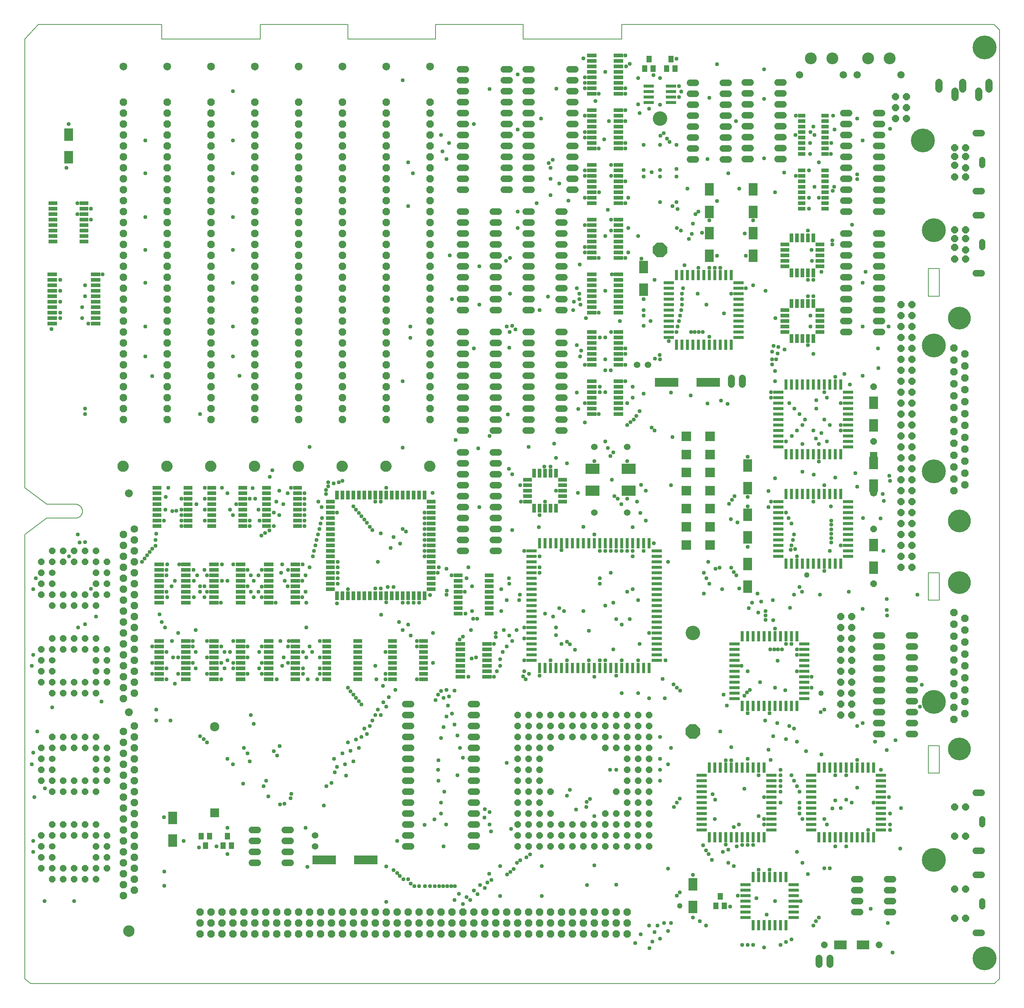
<source format=gts>
G75*
%MOIN*%
%OFA0B0*%
%FSLAX25Y25*%
%IPPOS*%
%LPD*%
%AMOC8*
5,1,8,0,0,1.08239X$1,22.5*
%
%ADD10C,0.00600*%
%ADD11C,0.00000*%
%ADD12C,0.06706*%
%ADD13OC8,0.06800*%
%ADD14C,0.10300*%
%ADD15C,0.07100*%
%ADD16R,0.08800X0.03400*%
%ADD17C,0.06800*%
%ADD18C,0.10400*%
%ADD19C,0.07200*%
%ADD20R,0.08320X0.03320*%
%ADD21R,0.07887X0.03792*%
%ADD22R,0.03792X0.07887*%
%ADD23C,0.06000*%
%ADD24OC8,0.06000*%
%ADD25C,0.06000*%
%ADD26R,0.03162X0.09461*%
%ADD27R,0.09461X0.03162*%
%ADD28OC8,0.06400*%
%ADD29OC8,0.06343*%
%ADD30C,0.05556*%
%ADD31R,0.04737X0.06312*%
%ADD32C,0.08477*%
%ADD33R,0.08477X0.08477*%
%ADD34C,0.20800*%
%ADD35R,0.06737X0.06737*%
%ADD36C,0.06737*%
%ADD37R,0.09068X0.09068*%
%ADD38R,0.06800X0.03300*%
%ADD39R,0.07887X0.11627*%
%ADD40C,0.13200*%
%ADD41OC8,0.13200*%
%ADD42C,0.10800*%
%ADD43C,0.06400*%
%ADD44C,0.21800*%
%ADD45R,0.21800X0.08400*%
%ADD46R,0.11627X0.07887*%
%ADD47C,0.06737*%
%ADD48R,0.12800X0.09400*%
%ADD49C,0.03778*%
%ADD50C,0.04959*%
D10*
X0004700Y0005800D02*
X0010200Y0001300D01*
X0890200Y0001300D01*
X0894700Y0005800D01*
X0894700Y0872800D01*
X0889700Y0877800D01*
X0549700Y0877800D01*
X0549700Y0864300D01*
X0459700Y0864300D01*
X0459700Y0877800D01*
X0379700Y0877800D01*
X0379700Y0864300D01*
X0299700Y0864300D01*
X0299700Y0877800D01*
X0219700Y0877800D01*
X0219700Y0864300D01*
X0129700Y0864300D01*
X0129700Y0877800D01*
X0017200Y0877800D01*
X0004700Y0864300D01*
X0004700Y0454300D01*
X0024700Y0439300D01*
X0051700Y0439300D01*
X0051856Y0439286D01*
X0052012Y0439267D01*
X0052168Y0439245D01*
X0052323Y0439219D01*
X0052477Y0439189D01*
X0052631Y0439155D01*
X0052783Y0439117D01*
X0052935Y0439075D01*
X0053085Y0439030D01*
X0053234Y0438981D01*
X0053382Y0438928D01*
X0053529Y0438871D01*
X0053674Y0438811D01*
X0053817Y0438748D01*
X0053959Y0438680D01*
X0054100Y0438609D01*
X0054238Y0438535D01*
X0054374Y0438457D01*
X0054509Y0438376D01*
X0054641Y0438291D01*
X0054772Y0438203D01*
X0054900Y0438112D01*
X0055025Y0438018D01*
X0055149Y0437921D01*
X0055269Y0437820D01*
X0055388Y0437717D01*
X0055503Y0437610D01*
X0055616Y0437501D01*
X0055726Y0437389D01*
X0055834Y0437274D01*
X0055938Y0437157D01*
X0056039Y0437037D01*
X0056138Y0436914D01*
X0056233Y0436789D01*
X0056325Y0436662D01*
X0056414Y0436532D01*
X0056500Y0436401D01*
X0056582Y0436267D01*
X0056661Y0436131D01*
X0056736Y0435993D01*
X0056808Y0435854D01*
X0056877Y0435712D01*
X0056942Y0435569D01*
X0057003Y0435425D01*
X0057061Y0435278D01*
X0057115Y0435131D01*
X0057165Y0434982D01*
X0057211Y0434832D01*
X0057254Y0434681D01*
X0057293Y0434529D01*
X0057328Y0434375D01*
X0057360Y0434221D01*
X0057387Y0434067D01*
X0057411Y0433911D01*
X0057430Y0433756D01*
X0057446Y0433599D01*
X0057458Y0433443D01*
X0057466Y0433286D01*
X0057470Y0433129D01*
X0057470Y0432971D01*
X0057466Y0432814D01*
X0057458Y0432657D01*
X0057446Y0432501D01*
X0057430Y0432344D01*
X0057411Y0432189D01*
X0057387Y0432033D01*
X0057360Y0431879D01*
X0057328Y0431725D01*
X0057293Y0431571D01*
X0057254Y0431419D01*
X0057211Y0431268D01*
X0057165Y0431118D01*
X0057115Y0430969D01*
X0057061Y0430822D01*
X0057003Y0430675D01*
X0056942Y0430531D01*
X0056877Y0430388D01*
X0056808Y0430246D01*
X0056736Y0430107D01*
X0056661Y0429969D01*
X0056582Y0429833D01*
X0056500Y0429699D01*
X0056414Y0429568D01*
X0056325Y0429438D01*
X0056233Y0429311D01*
X0056138Y0429186D01*
X0056039Y0429063D01*
X0055938Y0428943D01*
X0055834Y0428826D01*
X0055726Y0428711D01*
X0055616Y0428599D01*
X0055503Y0428490D01*
X0055388Y0428383D01*
X0055269Y0428280D01*
X0055149Y0428179D01*
X0055025Y0428082D01*
X0054900Y0427988D01*
X0054772Y0427897D01*
X0054641Y0427809D01*
X0054509Y0427724D01*
X0054374Y0427643D01*
X0054238Y0427565D01*
X0054100Y0427491D01*
X0053959Y0427420D01*
X0053817Y0427352D01*
X0053674Y0427289D01*
X0053529Y0427229D01*
X0053382Y0427172D01*
X0053234Y0427119D01*
X0053085Y0427070D01*
X0052935Y0427025D01*
X0052783Y0426983D01*
X0052631Y0426945D01*
X0052477Y0426911D01*
X0052323Y0426881D01*
X0052168Y0426855D01*
X0052012Y0426833D01*
X0051856Y0426814D01*
X0051700Y0426800D01*
X0024700Y0426800D01*
X0004700Y0411800D01*
X0004700Y0005800D01*
X0829700Y0193800D02*
X0829700Y0218800D01*
X0839700Y0218800D01*
X0839700Y0193800D01*
X0829700Y0193800D01*
X0829700Y0351800D02*
X0829700Y0376800D01*
X0839700Y0376800D01*
X0839700Y0351800D01*
X0829700Y0351800D01*
X0829700Y0629300D02*
X0829700Y0654800D01*
X0839700Y0654800D01*
X0839700Y0629300D01*
X0829700Y0629300D01*
D11*
X0801747Y0831800D02*
X0801749Y0831908D01*
X0801755Y0832017D01*
X0801765Y0832125D01*
X0801779Y0832232D01*
X0801797Y0832339D01*
X0801818Y0832446D01*
X0801844Y0832551D01*
X0801874Y0832656D01*
X0801907Y0832759D01*
X0801944Y0832861D01*
X0801985Y0832961D01*
X0802029Y0833060D01*
X0802078Y0833158D01*
X0802129Y0833253D01*
X0802184Y0833346D01*
X0802243Y0833438D01*
X0802305Y0833527D01*
X0802370Y0833614D01*
X0802438Y0833698D01*
X0802509Y0833780D01*
X0802583Y0833859D01*
X0802660Y0833935D01*
X0802740Y0834009D01*
X0802823Y0834079D01*
X0802908Y0834147D01*
X0802995Y0834211D01*
X0803085Y0834272D01*
X0803177Y0834330D01*
X0803271Y0834384D01*
X0803367Y0834435D01*
X0803464Y0834482D01*
X0803564Y0834526D01*
X0803665Y0834566D01*
X0803767Y0834602D01*
X0803870Y0834634D01*
X0803975Y0834663D01*
X0804081Y0834687D01*
X0804187Y0834708D01*
X0804294Y0834725D01*
X0804402Y0834738D01*
X0804510Y0834747D01*
X0804619Y0834752D01*
X0804727Y0834753D01*
X0804836Y0834750D01*
X0804944Y0834743D01*
X0805052Y0834732D01*
X0805159Y0834717D01*
X0805266Y0834698D01*
X0805372Y0834675D01*
X0805477Y0834649D01*
X0805582Y0834618D01*
X0805684Y0834584D01*
X0805786Y0834546D01*
X0805886Y0834504D01*
X0805985Y0834459D01*
X0806082Y0834410D01*
X0806176Y0834357D01*
X0806269Y0834301D01*
X0806360Y0834242D01*
X0806449Y0834179D01*
X0806535Y0834114D01*
X0806619Y0834045D01*
X0806700Y0833973D01*
X0806778Y0833898D01*
X0806854Y0833820D01*
X0806927Y0833739D01*
X0806997Y0833656D01*
X0807063Y0833571D01*
X0807127Y0833483D01*
X0807187Y0833392D01*
X0807244Y0833300D01*
X0807297Y0833205D01*
X0807347Y0833109D01*
X0807393Y0833011D01*
X0807436Y0832911D01*
X0807475Y0832810D01*
X0807510Y0832707D01*
X0807542Y0832604D01*
X0807569Y0832499D01*
X0807593Y0832393D01*
X0807613Y0832286D01*
X0807629Y0832179D01*
X0807641Y0832071D01*
X0807649Y0831963D01*
X0807653Y0831854D01*
X0807653Y0831746D01*
X0807649Y0831637D01*
X0807641Y0831529D01*
X0807629Y0831421D01*
X0807613Y0831314D01*
X0807593Y0831207D01*
X0807569Y0831101D01*
X0807542Y0830996D01*
X0807510Y0830893D01*
X0807475Y0830790D01*
X0807436Y0830689D01*
X0807393Y0830589D01*
X0807347Y0830491D01*
X0807297Y0830395D01*
X0807244Y0830300D01*
X0807187Y0830208D01*
X0807127Y0830117D01*
X0807063Y0830029D01*
X0806997Y0829944D01*
X0806927Y0829861D01*
X0806854Y0829780D01*
X0806778Y0829702D01*
X0806700Y0829627D01*
X0806619Y0829555D01*
X0806535Y0829486D01*
X0806449Y0829421D01*
X0806360Y0829358D01*
X0806269Y0829299D01*
X0806177Y0829243D01*
X0806082Y0829190D01*
X0805985Y0829141D01*
X0805886Y0829096D01*
X0805786Y0829054D01*
X0805684Y0829016D01*
X0805582Y0828982D01*
X0805477Y0828951D01*
X0805372Y0828925D01*
X0805266Y0828902D01*
X0805159Y0828883D01*
X0805052Y0828868D01*
X0804944Y0828857D01*
X0804836Y0828850D01*
X0804727Y0828847D01*
X0804619Y0828848D01*
X0804510Y0828853D01*
X0804402Y0828862D01*
X0804294Y0828875D01*
X0804187Y0828892D01*
X0804081Y0828913D01*
X0803975Y0828937D01*
X0803870Y0828966D01*
X0803767Y0828998D01*
X0803665Y0829034D01*
X0803564Y0829074D01*
X0803464Y0829118D01*
X0803367Y0829165D01*
X0803271Y0829216D01*
X0803177Y0829270D01*
X0803085Y0829328D01*
X0802995Y0829389D01*
X0802908Y0829453D01*
X0802823Y0829521D01*
X0802740Y0829591D01*
X0802660Y0829665D01*
X0802583Y0829741D01*
X0802509Y0829820D01*
X0802438Y0829902D01*
X0802370Y0829986D01*
X0802305Y0830073D01*
X0802243Y0830162D01*
X0802184Y0830254D01*
X0802129Y0830347D01*
X0802078Y0830442D01*
X0802029Y0830540D01*
X0801985Y0830639D01*
X0801944Y0830739D01*
X0801907Y0830841D01*
X0801874Y0830944D01*
X0801844Y0831049D01*
X0801818Y0831154D01*
X0801797Y0831261D01*
X0801779Y0831368D01*
X0801765Y0831475D01*
X0801755Y0831583D01*
X0801749Y0831692D01*
X0801747Y0831800D01*
X0761747Y0831800D02*
X0761749Y0831908D01*
X0761755Y0832017D01*
X0761765Y0832125D01*
X0761779Y0832232D01*
X0761797Y0832339D01*
X0761818Y0832446D01*
X0761844Y0832551D01*
X0761874Y0832656D01*
X0761907Y0832759D01*
X0761944Y0832861D01*
X0761985Y0832961D01*
X0762029Y0833060D01*
X0762078Y0833158D01*
X0762129Y0833253D01*
X0762184Y0833346D01*
X0762243Y0833438D01*
X0762305Y0833527D01*
X0762370Y0833614D01*
X0762438Y0833698D01*
X0762509Y0833780D01*
X0762583Y0833859D01*
X0762660Y0833935D01*
X0762740Y0834009D01*
X0762823Y0834079D01*
X0762908Y0834147D01*
X0762995Y0834211D01*
X0763085Y0834272D01*
X0763177Y0834330D01*
X0763271Y0834384D01*
X0763367Y0834435D01*
X0763464Y0834482D01*
X0763564Y0834526D01*
X0763665Y0834566D01*
X0763767Y0834602D01*
X0763870Y0834634D01*
X0763975Y0834663D01*
X0764081Y0834687D01*
X0764187Y0834708D01*
X0764294Y0834725D01*
X0764402Y0834738D01*
X0764510Y0834747D01*
X0764619Y0834752D01*
X0764727Y0834753D01*
X0764836Y0834750D01*
X0764944Y0834743D01*
X0765052Y0834732D01*
X0765159Y0834717D01*
X0765266Y0834698D01*
X0765372Y0834675D01*
X0765477Y0834649D01*
X0765582Y0834618D01*
X0765684Y0834584D01*
X0765786Y0834546D01*
X0765886Y0834504D01*
X0765985Y0834459D01*
X0766082Y0834410D01*
X0766176Y0834357D01*
X0766269Y0834301D01*
X0766360Y0834242D01*
X0766449Y0834179D01*
X0766535Y0834114D01*
X0766619Y0834045D01*
X0766700Y0833973D01*
X0766778Y0833898D01*
X0766854Y0833820D01*
X0766927Y0833739D01*
X0766997Y0833656D01*
X0767063Y0833571D01*
X0767127Y0833483D01*
X0767187Y0833392D01*
X0767244Y0833300D01*
X0767297Y0833205D01*
X0767347Y0833109D01*
X0767393Y0833011D01*
X0767436Y0832911D01*
X0767475Y0832810D01*
X0767510Y0832707D01*
X0767542Y0832604D01*
X0767569Y0832499D01*
X0767593Y0832393D01*
X0767613Y0832286D01*
X0767629Y0832179D01*
X0767641Y0832071D01*
X0767649Y0831963D01*
X0767653Y0831854D01*
X0767653Y0831746D01*
X0767649Y0831637D01*
X0767641Y0831529D01*
X0767629Y0831421D01*
X0767613Y0831314D01*
X0767593Y0831207D01*
X0767569Y0831101D01*
X0767542Y0830996D01*
X0767510Y0830893D01*
X0767475Y0830790D01*
X0767436Y0830689D01*
X0767393Y0830589D01*
X0767347Y0830491D01*
X0767297Y0830395D01*
X0767244Y0830300D01*
X0767187Y0830208D01*
X0767127Y0830117D01*
X0767063Y0830029D01*
X0766997Y0829944D01*
X0766927Y0829861D01*
X0766854Y0829780D01*
X0766778Y0829702D01*
X0766700Y0829627D01*
X0766619Y0829555D01*
X0766535Y0829486D01*
X0766449Y0829421D01*
X0766360Y0829358D01*
X0766269Y0829299D01*
X0766177Y0829243D01*
X0766082Y0829190D01*
X0765985Y0829141D01*
X0765886Y0829096D01*
X0765786Y0829054D01*
X0765684Y0829016D01*
X0765582Y0828982D01*
X0765477Y0828951D01*
X0765372Y0828925D01*
X0765266Y0828902D01*
X0765159Y0828883D01*
X0765052Y0828868D01*
X0764944Y0828857D01*
X0764836Y0828850D01*
X0764727Y0828847D01*
X0764619Y0828848D01*
X0764510Y0828853D01*
X0764402Y0828862D01*
X0764294Y0828875D01*
X0764187Y0828892D01*
X0764081Y0828913D01*
X0763975Y0828937D01*
X0763870Y0828966D01*
X0763767Y0828998D01*
X0763665Y0829034D01*
X0763564Y0829074D01*
X0763464Y0829118D01*
X0763367Y0829165D01*
X0763271Y0829216D01*
X0763177Y0829270D01*
X0763085Y0829328D01*
X0762995Y0829389D01*
X0762908Y0829453D01*
X0762823Y0829521D01*
X0762740Y0829591D01*
X0762660Y0829665D01*
X0762583Y0829741D01*
X0762509Y0829820D01*
X0762438Y0829902D01*
X0762370Y0829986D01*
X0762305Y0830073D01*
X0762243Y0830162D01*
X0762184Y0830254D01*
X0762129Y0830347D01*
X0762078Y0830442D01*
X0762029Y0830540D01*
X0761985Y0830639D01*
X0761944Y0830739D01*
X0761907Y0830841D01*
X0761874Y0830944D01*
X0761844Y0831049D01*
X0761818Y0831154D01*
X0761797Y0831261D01*
X0761779Y0831368D01*
X0761765Y0831475D01*
X0761755Y0831583D01*
X0761749Y0831692D01*
X0761747Y0831800D01*
X0749247Y0831800D02*
X0749249Y0831908D01*
X0749255Y0832017D01*
X0749265Y0832125D01*
X0749279Y0832232D01*
X0749297Y0832339D01*
X0749318Y0832446D01*
X0749344Y0832551D01*
X0749374Y0832656D01*
X0749407Y0832759D01*
X0749444Y0832861D01*
X0749485Y0832961D01*
X0749529Y0833060D01*
X0749578Y0833158D01*
X0749629Y0833253D01*
X0749684Y0833346D01*
X0749743Y0833438D01*
X0749805Y0833527D01*
X0749870Y0833614D01*
X0749938Y0833698D01*
X0750009Y0833780D01*
X0750083Y0833859D01*
X0750160Y0833935D01*
X0750240Y0834009D01*
X0750323Y0834079D01*
X0750408Y0834147D01*
X0750495Y0834211D01*
X0750585Y0834272D01*
X0750677Y0834330D01*
X0750771Y0834384D01*
X0750867Y0834435D01*
X0750964Y0834482D01*
X0751064Y0834526D01*
X0751165Y0834566D01*
X0751267Y0834602D01*
X0751370Y0834634D01*
X0751475Y0834663D01*
X0751581Y0834687D01*
X0751687Y0834708D01*
X0751794Y0834725D01*
X0751902Y0834738D01*
X0752010Y0834747D01*
X0752119Y0834752D01*
X0752227Y0834753D01*
X0752336Y0834750D01*
X0752444Y0834743D01*
X0752552Y0834732D01*
X0752659Y0834717D01*
X0752766Y0834698D01*
X0752872Y0834675D01*
X0752977Y0834649D01*
X0753082Y0834618D01*
X0753184Y0834584D01*
X0753286Y0834546D01*
X0753386Y0834504D01*
X0753485Y0834459D01*
X0753582Y0834410D01*
X0753676Y0834357D01*
X0753769Y0834301D01*
X0753860Y0834242D01*
X0753949Y0834179D01*
X0754035Y0834114D01*
X0754119Y0834045D01*
X0754200Y0833973D01*
X0754278Y0833898D01*
X0754354Y0833820D01*
X0754427Y0833739D01*
X0754497Y0833656D01*
X0754563Y0833571D01*
X0754627Y0833483D01*
X0754687Y0833392D01*
X0754744Y0833300D01*
X0754797Y0833205D01*
X0754847Y0833109D01*
X0754893Y0833011D01*
X0754936Y0832911D01*
X0754975Y0832810D01*
X0755010Y0832707D01*
X0755042Y0832604D01*
X0755069Y0832499D01*
X0755093Y0832393D01*
X0755113Y0832286D01*
X0755129Y0832179D01*
X0755141Y0832071D01*
X0755149Y0831963D01*
X0755153Y0831854D01*
X0755153Y0831746D01*
X0755149Y0831637D01*
X0755141Y0831529D01*
X0755129Y0831421D01*
X0755113Y0831314D01*
X0755093Y0831207D01*
X0755069Y0831101D01*
X0755042Y0830996D01*
X0755010Y0830893D01*
X0754975Y0830790D01*
X0754936Y0830689D01*
X0754893Y0830589D01*
X0754847Y0830491D01*
X0754797Y0830395D01*
X0754744Y0830300D01*
X0754687Y0830208D01*
X0754627Y0830117D01*
X0754563Y0830029D01*
X0754497Y0829944D01*
X0754427Y0829861D01*
X0754354Y0829780D01*
X0754278Y0829702D01*
X0754200Y0829627D01*
X0754119Y0829555D01*
X0754035Y0829486D01*
X0753949Y0829421D01*
X0753860Y0829358D01*
X0753769Y0829299D01*
X0753677Y0829243D01*
X0753582Y0829190D01*
X0753485Y0829141D01*
X0753386Y0829096D01*
X0753286Y0829054D01*
X0753184Y0829016D01*
X0753082Y0828982D01*
X0752977Y0828951D01*
X0752872Y0828925D01*
X0752766Y0828902D01*
X0752659Y0828883D01*
X0752552Y0828868D01*
X0752444Y0828857D01*
X0752336Y0828850D01*
X0752227Y0828847D01*
X0752119Y0828848D01*
X0752010Y0828853D01*
X0751902Y0828862D01*
X0751794Y0828875D01*
X0751687Y0828892D01*
X0751581Y0828913D01*
X0751475Y0828937D01*
X0751370Y0828966D01*
X0751267Y0828998D01*
X0751165Y0829034D01*
X0751064Y0829074D01*
X0750964Y0829118D01*
X0750867Y0829165D01*
X0750771Y0829216D01*
X0750677Y0829270D01*
X0750585Y0829328D01*
X0750495Y0829389D01*
X0750408Y0829453D01*
X0750323Y0829521D01*
X0750240Y0829591D01*
X0750160Y0829665D01*
X0750083Y0829741D01*
X0750009Y0829820D01*
X0749938Y0829902D01*
X0749870Y0829986D01*
X0749805Y0830073D01*
X0749743Y0830162D01*
X0749684Y0830254D01*
X0749629Y0830347D01*
X0749578Y0830442D01*
X0749529Y0830540D01*
X0749485Y0830639D01*
X0749444Y0830739D01*
X0749407Y0830841D01*
X0749374Y0830944D01*
X0749344Y0831049D01*
X0749318Y0831154D01*
X0749297Y0831261D01*
X0749279Y0831368D01*
X0749265Y0831475D01*
X0749255Y0831583D01*
X0749249Y0831692D01*
X0749247Y0831800D01*
X0709247Y0831800D02*
X0709249Y0831908D01*
X0709255Y0832017D01*
X0709265Y0832125D01*
X0709279Y0832232D01*
X0709297Y0832339D01*
X0709318Y0832446D01*
X0709344Y0832551D01*
X0709374Y0832656D01*
X0709407Y0832759D01*
X0709444Y0832861D01*
X0709485Y0832961D01*
X0709529Y0833060D01*
X0709578Y0833158D01*
X0709629Y0833253D01*
X0709684Y0833346D01*
X0709743Y0833438D01*
X0709805Y0833527D01*
X0709870Y0833614D01*
X0709938Y0833698D01*
X0710009Y0833780D01*
X0710083Y0833859D01*
X0710160Y0833935D01*
X0710240Y0834009D01*
X0710323Y0834079D01*
X0710408Y0834147D01*
X0710495Y0834211D01*
X0710585Y0834272D01*
X0710677Y0834330D01*
X0710771Y0834384D01*
X0710867Y0834435D01*
X0710964Y0834482D01*
X0711064Y0834526D01*
X0711165Y0834566D01*
X0711267Y0834602D01*
X0711370Y0834634D01*
X0711475Y0834663D01*
X0711581Y0834687D01*
X0711687Y0834708D01*
X0711794Y0834725D01*
X0711902Y0834738D01*
X0712010Y0834747D01*
X0712119Y0834752D01*
X0712227Y0834753D01*
X0712336Y0834750D01*
X0712444Y0834743D01*
X0712552Y0834732D01*
X0712659Y0834717D01*
X0712766Y0834698D01*
X0712872Y0834675D01*
X0712977Y0834649D01*
X0713082Y0834618D01*
X0713184Y0834584D01*
X0713286Y0834546D01*
X0713386Y0834504D01*
X0713485Y0834459D01*
X0713582Y0834410D01*
X0713676Y0834357D01*
X0713769Y0834301D01*
X0713860Y0834242D01*
X0713949Y0834179D01*
X0714035Y0834114D01*
X0714119Y0834045D01*
X0714200Y0833973D01*
X0714278Y0833898D01*
X0714354Y0833820D01*
X0714427Y0833739D01*
X0714497Y0833656D01*
X0714563Y0833571D01*
X0714627Y0833483D01*
X0714687Y0833392D01*
X0714744Y0833300D01*
X0714797Y0833205D01*
X0714847Y0833109D01*
X0714893Y0833011D01*
X0714936Y0832911D01*
X0714975Y0832810D01*
X0715010Y0832707D01*
X0715042Y0832604D01*
X0715069Y0832499D01*
X0715093Y0832393D01*
X0715113Y0832286D01*
X0715129Y0832179D01*
X0715141Y0832071D01*
X0715149Y0831963D01*
X0715153Y0831854D01*
X0715153Y0831746D01*
X0715149Y0831637D01*
X0715141Y0831529D01*
X0715129Y0831421D01*
X0715113Y0831314D01*
X0715093Y0831207D01*
X0715069Y0831101D01*
X0715042Y0830996D01*
X0715010Y0830893D01*
X0714975Y0830790D01*
X0714936Y0830689D01*
X0714893Y0830589D01*
X0714847Y0830491D01*
X0714797Y0830395D01*
X0714744Y0830300D01*
X0714687Y0830208D01*
X0714627Y0830117D01*
X0714563Y0830029D01*
X0714497Y0829944D01*
X0714427Y0829861D01*
X0714354Y0829780D01*
X0714278Y0829702D01*
X0714200Y0829627D01*
X0714119Y0829555D01*
X0714035Y0829486D01*
X0713949Y0829421D01*
X0713860Y0829358D01*
X0713769Y0829299D01*
X0713677Y0829243D01*
X0713582Y0829190D01*
X0713485Y0829141D01*
X0713386Y0829096D01*
X0713286Y0829054D01*
X0713184Y0829016D01*
X0713082Y0828982D01*
X0712977Y0828951D01*
X0712872Y0828925D01*
X0712766Y0828902D01*
X0712659Y0828883D01*
X0712552Y0828868D01*
X0712444Y0828857D01*
X0712336Y0828850D01*
X0712227Y0828847D01*
X0712119Y0828848D01*
X0712010Y0828853D01*
X0711902Y0828862D01*
X0711794Y0828875D01*
X0711687Y0828892D01*
X0711581Y0828913D01*
X0711475Y0828937D01*
X0711370Y0828966D01*
X0711267Y0828998D01*
X0711165Y0829034D01*
X0711064Y0829074D01*
X0710964Y0829118D01*
X0710867Y0829165D01*
X0710771Y0829216D01*
X0710677Y0829270D01*
X0710585Y0829328D01*
X0710495Y0829389D01*
X0710408Y0829453D01*
X0710323Y0829521D01*
X0710240Y0829591D01*
X0710160Y0829665D01*
X0710083Y0829741D01*
X0710009Y0829820D01*
X0709938Y0829902D01*
X0709870Y0829986D01*
X0709805Y0830073D01*
X0709743Y0830162D01*
X0709684Y0830254D01*
X0709629Y0830347D01*
X0709578Y0830442D01*
X0709529Y0830540D01*
X0709485Y0830639D01*
X0709444Y0830739D01*
X0709407Y0830841D01*
X0709374Y0830944D01*
X0709344Y0831049D01*
X0709318Y0831154D01*
X0709297Y0831261D01*
X0709279Y0831368D01*
X0709265Y0831475D01*
X0709255Y0831583D01*
X0709249Y0831692D01*
X0709247Y0831800D01*
X0371550Y0839300D02*
X0371552Y0839412D01*
X0371558Y0839523D01*
X0371568Y0839635D01*
X0371582Y0839746D01*
X0371599Y0839856D01*
X0371621Y0839966D01*
X0371647Y0840075D01*
X0371676Y0840183D01*
X0371709Y0840289D01*
X0371746Y0840395D01*
X0371787Y0840499D01*
X0371832Y0840602D01*
X0371880Y0840703D01*
X0371931Y0840802D01*
X0371986Y0840899D01*
X0372045Y0840994D01*
X0372106Y0841088D01*
X0372171Y0841179D01*
X0372240Y0841267D01*
X0372311Y0841353D01*
X0372385Y0841437D01*
X0372463Y0841517D01*
X0372543Y0841595D01*
X0372626Y0841671D01*
X0372711Y0841743D01*
X0372799Y0841812D01*
X0372889Y0841878D01*
X0372982Y0841940D01*
X0373077Y0842000D01*
X0373174Y0842056D01*
X0373272Y0842108D01*
X0373373Y0842157D01*
X0373475Y0842202D01*
X0373579Y0842244D01*
X0373684Y0842282D01*
X0373791Y0842316D01*
X0373898Y0842346D01*
X0374007Y0842373D01*
X0374116Y0842395D01*
X0374227Y0842414D01*
X0374337Y0842429D01*
X0374449Y0842440D01*
X0374560Y0842447D01*
X0374672Y0842450D01*
X0374784Y0842449D01*
X0374896Y0842444D01*
X0375007Y0842435D01*
X0375118Y0842422D01*
X0375229Y0842405D01*
X0375339Y0842385D01*
X0375448Y0842360D01*
X0375556Y0842332D01*
X0375663Y0842299D01*
X0375769Y0842263D01*
X0375873Y0842223D01*
X0375976Y0842180D01*
X0376078Y0842133D01*
X0376177Y0842082D01*
X0376275Y0842028D01*
X0376371Y0841970D01*
X0376465Y0841909D01*
X0376556Y0841845D01*
X0376645Y0841778D01*
X0376732Y0841707D01*
X0376816Y0841633D01*
X0376898Y0841557D01*
X0376976Y0841477D01*
X0377052Y0841395D01*
X0377125Y0841310D01*
X0377195Y0841223D01*
X0377261Y0841133D01*
X0377325Y0841041D01*
X0377385Y0840947D01*
X0377442Y0840851D01*
X0377495Y0840752D01*
X0377545Y0840652D01*
X0377591Y0840551D01*
X0377634Y0840447D01*
X0377673Y0840342D01*
X0377708Y0840236D01*
X0377739Y0840129D01*
X0377767Y0840020D01*
X0377790Y0839911D01*
X0377810Y0839801D01*
X0377826Y0839690D01*
X0377838Y0839579D01*
X0377846Y0839468D01*
X0377850Y0839356D01*
X0377850Y0839244D01*
X0377846Y0839132D01*
X0377838Y0839021D01*
X0377826Y0838910D01*
X0377810Y0838799D01*
X0377790Y0838689D01*
X0377767Y0838580D01*
X0377739Y0838471D01*
X0377708Y0838364D01*
X0377673Y0838258D01*
X0377634Y0838153D01*
X0377591Y0838049D01*
X0377545Y0837948D01*
X0377495Y0837848D01*
X0377442Y0837749D01*
X0377385Y0837653D01*
X0377325Y0837559D01*
X0377261Y0837467D01*
X0377195Y0837377D01*
X0377125Y0837290D01*
X0377052Y0837205D01*
X0376976Y0837123D01*
X0376898Y0837043D01*
X0376816Y0836967D01*
X0376732Y0836893D01*
X0376645Y0836822D01*
X0376556Y0836755D01*
X0376465Y0836691D01*
X0376371Y0836630D01*
X0376275Y0836572D01*
X0376177Y0836518D01*
X0376078Y0836467D01*
X0375976Y0836420D01*
X0375873Y0836377D01*
X0375769Y0836337D01*
X0375663Y0836301D01*
X0375556Y0836268D01*
X0375448Y0836240D01*
X0375339Y0836215D01*
X0375229Y0836195D01*
X0375118Y0836178D01*
X0375007Y0836165D01*
X0374896Y0836156D01*
X0374784Y0836151D01*
X0374672Y0836150D01*
X0374560Y0836153D01*
X0374449Y0836160D01*
X0374337Y0836171D01*
X0374227Y0836186D01*
X0374116Y0836205D01*
X0374007Y0836227D01*
X0373898Y0836254D01*
X0373791Y0836284D01*
X0373684Y0836318D01*
X0373579Y0836356D01*
X0373475Y0836398D01*
X0373373Y0836443D01*
X0373272Y0836492D01*
X0373174Y0836544D01*
X0373077Y0836600D01*
X0372982Y0836660D01*
X0372889Y0836722D01*
X0372799Y0836788D01*
X0372711Y0836857D01*
X0372626Y0836929D01*
X0372543Y0837005D01*
X0372463Y0837083D01*
X0372385Y0837163D01*
X0372311Y0837247D01*
X0372240Y0837333D01*
X0372171Y0837421D01*
X0372106Y0837512D01*
X0372045Y0837606D01*
X0371986Y0837701D01*
X0371931Y0837798D01*
X0371880Y0837897D01*
X0371832Y0837998D01*
X0371787Y0838101D01*
X0371746Y0838205D01*
X0371709Y0838311D01*
X0371676Y0838417D01*
X0371647Y0838525D01*
X0371621Y0838634D01*
X0371599Y0838744D01*
X0371582Y0838854D01*
X0371568Y0838965D01*
X0371558Y0839077D01*
X0371552Y0839188D01*
X0371550Y0839300D01*
X0331550Y0839300D02*
X0331552Y0839412D01*
X0331558Y0839523D01*
X0331568Y0839635D01*
X0331582Y0839746D01*
X0331599Y0839856D01*
X0331621Y0839966D01*
X0331647Y0840075D01*
X0331676Y0840183D01*
X0331709Y0840289D01*
X0331746Y0840395D01*
X0331787Y0840499D01*
X0331832Y0840602D01*
X0331880Y0840703D01*
X0331931Y0840802D01*
X0331986Y0840899D01*
X0332045Y0840994D01*
X0332106Y0841088D01*
X0332171Y0841179D01*
X0332240Y0841267D01*
X0332311Y0841353D01*
X0332385Y0841437D01*
X0332463Y0841517D01*
X0332543Y0841595D01*
X0332626Y0841671D01*
X0332711Y0841743D01*
X0332799Y0841812D01*
X0332889Y0841878D01*
X0332982Y0841940D01*
X0333077Y0842000D01*
X0333174Y0842056D01*
X0333272Y0842108D01*
X0333373Y0842157D01*
X0333475Y0842202D01*
X0333579Y0842244D01*
X0333684Y0842282D01*
X0333791Y0842316D01*
X0333898Y0842346D01*
X0334007Y0842373D01*
X0334116Y0842395D01*
X0334227Y0842414D01*
X0334337Y0842429D01*
X0334449Y0842440D01*
X0334560Y0842447D01*
X0334672Y0842450D01*
X0334784Y0842449D01*
X0334896Y0842444D01*
X0335007Y0842435D01*
X0335118Y0842422D01*
X0335229Y0842405D01*
X0335339Y0842385D01*
X0335448Y0842360D01*
X0335556Y0842332D01*
X0335663Y0842299D01*
X0335769Y0842263D01*
X0335873Y0842223D01*
X0335976Y0842180D01*
X0336078Y0842133D01*
X0336177Y0842082D01*
X0336275Y0842028D01*
X0336371Y0841970D01*
X0336465Y0841909D01*
X0336556Y0841845D01*
X0336645Y0841778D01*
X0336732Y0841707D01*
X0336816Y0841633D01*
X0336898Y0841557D01*
X0336976Y0841477D01*
X0337052Y0841395D01*
X0337125Y0841310D01*
X0337195Y0841223D01*
X0337261Y0841133D01*
X0337325Y0841041D01*
X0337385Y0840947D01*
X0337442Y0840851D01*
X0337495Y0840752D01*
X0337545Y0840652D01*
X0337591Y0840551D01*
X0337634Y0840447D01*
X0337673Y0840342D01*
X0337708Y0840236D01*
X0337739Y0840129D01*
X0337767Y0840020D01*
X0337790Y0839911D01*
X0337810Y0839801D01*
X0337826Y0839690D01*
X0337838Y0839579D01*
X0337846Y0839468D01*
X0337850Y0839356D01*
X0337850Y0839244D01*
X0337846Y0839132D01*
X0337838Y0839021D01*
X0337826Y0838910D01*
X0337810Y0838799D01*
X0337790Y0838689D01*
X0337767Y0838580D01*
X0337739Y0838471D01*
X0337708Y0838364D01*
X0337673Y0838258D01*
X0337634Y0838153D01*
X0337591Y0838049D01*
X0337545Y0837948D01*
X0337495Y0837848D01*
X0337442Y0837749D01*
X0337385Y0837653D01*
X0337325Y0837559D01*
X0337261Y0837467D01*
X0337195Y0837377D01*
X0337125Y0837290D01*
X0337052Y0837205D01*
X0336976Y0837123D01*
X0336898Y0837043D01*
X0336816Y0836967D01*
X0336732Y0836893D01*
X0336645Y0836822D01*
X0336556Y0836755D01*
X0336465Y0836691D01*
X0336371Y0836630D01*
X0336275Y0836572D01*
X0336177Y0836518D01*
X0336078Y0836467D01*
X0335976Y0836420D01*
X0335873Y0836377D01*
X0335769Y0836337D01*
X0335663Y0836301D01*
X0335556Y0836268D01*
X0335448Y0836240D01*
X0335339Y0836215D01*
X0335229Y0836195D01*
X0335118Y0836178D01*
X0335007Y0836165D01*
X0334896Y0836156D01*
X0334784Y0836151D01*
X0334672Y0836150D01*
X0334560Y0836153D01*
X0334449Y0836160D01*
X0334337Y0836171D01*
X0334227Y0836186D01*
X0334116Y0836205D01*
X0334007Y0836227D01*
X0333898Y0836254D01*
X0333791Y0836284D01*
X0333684Y0836318D01*
X0333579Y0836356D01*
X0333475Y0836398D01*
X0333373Y0836443D01*
X0333272Y0836492D01*
X0333174Y0836544D01*
X0333077Y0836600D01*
X0332982Y0836660D01*
X0332889Y0836722D01*
X0332799Y0836788D01*
X0332711Y0836857D01*
X0332626Y0836929D01*
X0332543Y0837005D01*
X0332463Y0837083D01*
X0332385Y0837163D01*
X0332311Y0837247D01*
X0332240Y0837333D01*
X0332171Y0837421D01*
X0332106Y0837512D01*
X0332045Y0837606D01*
X0331986Y0837701D01*
X0331931Y0837798D01*
X0331880Y0837897D01*
X0331832Y0837998D01*
X0331787Y0838101D01*
X0331746Y0838205D01*
X0331709Y0838311D01*
X0331676Y0838417D01*
X0331647Y0838525D01*
X0331621Y0838634D01*
X0331599Y0838744D01*
X0331582Y0838854D01*
X0331568Y0838965D01*
X0331558Y0839077D01*
X0331552Y0839188D01*
X0331550Y0839300D01*
X0291550Y0839300D02*
X0291552Y0839412D01*
X0291558Y0839523D01*
X0291568Y0839635D01*
X0291582Y0839746D01*
X0291599Y0839856D01*
X0291621Y0839966D01*
X0291647Y0840075D01*
X0291676Y0840183D01*
X0291709Y0840289D01*
X0291746Y0840395D01*
X0291787Y0840499D01*
X0291832Y0840602D01*
X0291880Y0840703D01*
X0291931Y0840802D01*
X0291986Y0840899D01*
X0292045Y0840994D01*
X0292106Y0841088D01*
X0292171Y0841179D01*
X0292240Y0841267D01*
X0292311Y0841353D01*
X0292385Y0841437D01*
X0292463Y0841517D01*
X0292543Y0841595D01*
X0292626Y0841671D01*
X0292711Y0841743D01*
X0292799Y0841812D01*
X0292889Y0841878D01*
X0292982Y0841940D01*
X0293077Y0842000D01*
X0293174Y0842056D01*
X0293272Y0842108D01*
X0293373Y0842157D01*
X0293475Y0842202D01*
X0293579Y0842244D01*
X0293684Y0842282D01*
X0293791Y0842316D01*
X0293898Y0842346D01*
X0294007Y0842373D01*
X0294116Y0842395D01*
X0294227Y0842414D01*
X0294337Y0842429D01*
X0294449Y0842440D01*
X0294560Y0842447D01*
X0294672Y0842450D01*
X0294784Y0842449D01*
X0294896Y0842444D01*
X0295007Y0842435D01*
X0295118Y0842422D01*
X0295229Y0842405D01*
X0295339Y0842385D01*
X0295448Y0842360D01*
X0295556Y0842332D01*
X0295663Y0842299D01*
X0295769Y0842263D01*
X0295873Y0842223D01*
X0295976Y0842180D01*
X0296078Y0842133D01*
X0296177Y0842082D01*
X0296275Y0842028D01*
X0296371Y0841970D01*
X0296465Y0841909D01*
X0296556Y0841845D01*
X0296645Y0841778D01*
X0296732Y0841707D01*
X0296816Y0841633D01*
X0296898Y0841557D01*
X0296976Y0841477D01*
X0297052Y0841395D01*
X0297125Y0841310D01*
X0297195Y0841223D01*
X0297261Y0841133D01*
X0297325Y0841041D01*
X0297385Y0840947D01*
X0297442Y0840851D01*
X0297495Y0840752D01*
X0297545Y0840652D01*
X0297591Y0840551D01*
X0297634Y0840447D01*
X0297673Y0840342D01*
X0297708Y0840236D01*
X0297739Y0840129D01*
X0297767Y0840020D01*
X0297790Y0839911D01*
X0297810Y0839801D01*
X0297826Y0839690D01*
X0297838Y0839579D01*
X0297846Y0839468D01*
X0297850Y0839356D01*
X0297850Y0839244D01*
X0297846Y0839132D01*
X0297838Y0839021D01*
X0297826Y0838910D01*
X0297810Y0838799D01*
X0297790Y0838689D01*
X0297767Y0838580D01*
X0297739Y0838471D01*
X0297708Y0838364D01*
X0297673Y0838258D01*
X0297634Y0838153D01*
X0297591Y0838049D01*
X0297545Y0837948D01*
X0297495Y0837848D01*
X0297442Y0837749D01*
X0297385Y0837653D01*
X0297325Y0837559D01*
X0297261Y0837467D01*
X0297195Y0837377D01*
X0297125Y0837290D01*
X0297052Y0837205D01*
X0296976Y0837123D01*
X0296898Y0837043D01*
X0296816Y0836967D01*
X0296732Y0836893D01*
X0296645Y0836822D01*
X0296556Y0836755D01*
X0296465Y0836691D01*
X0296371Y0836630D01*
X0296275Y0836572D01*
X0296177Y0836518D01*
X0296078Y0836467D01*
X0295976Y0836420D01*
X0295873Y0836377D01*
X0295769Y0836337D01*
X0295663Y0836301D01*
X0295556Y0836268D01*
X0295448Y0836240D01*
X0295339Y0836215D01*
X0295229Y0836195D01*
X0295118Y0836178D01*
X0295007Y0836165D01*
X0294896Y0836156D01*
X0294784Y0836151D01*
X0294672Y0836150D01*
X0294560Y0836153D01*
X0294449Y0836160D01*
X0294337Y0836171D01*
X0294227Y0836186D01*
X0294116Y0836205D01*
X0294007Y0836227D01*
X0293898Y0836254D01*
X0293791Y0836284D01*
X0293684Y0836318D01*
X0293579Y0836356D01*
X0293475Y0836398D01*
X0293373Y0836443D01*
X0293272Y0836492D01*
X0293174Y0836544D01*
X0293077Y0836600D01*
X0292982Y0836660D01*
X0292889Y0836722D01*
X0292799Y0836788D01*
X0292711Y0836857D01*
X0292626Y0836929D01*
X0292543Y0837005D01*
X0292463Y0837083D01*
X0292385Y0837163D01*
X0292311Y0837247D01*
X0292240Y0837333D01*
X0292171Y0837421D01*
X0292106Y0837512D01*
X0292045Y0837606D01*
X0291986Y0837701D01*
X0291931Y0837798D01*
X0291880Y0837897D01*
X0291832Y0837998D01*
X0291787Y0838101D01*
X0291746Y0838205D01*
X0291709Y0838311D01*
X0291676Y0838417D01*
X0291647Y0838525D01*
X0291621Y0838634D01*
X0291599Y0838744D01*
X0291582Y0838854D01*
X0291568Y0838965D01*
X0291558Y0839077D01*
X0291552Y0839188D01*
X0291550Y0839300D01*
X0251550Y0839300D02*
X0251552Y0839412D01*
X0251558Y0839523D01*
X0251568Y0839635D01*
X0251582Y0839746D01*
X0251599Y0839856D01*
X0251621Y0839966D01*
X0251647Y0840075D01*
X0251676Y0840183D01*
X0251709Y0840289D01*
X0251746Y0840395D01*
X0251787Y0840499D01*
X0251832Y0840602D01*
X0251880Y0840703D01*
X0251931Y0840802D01*
X0251986Y0840899D01*
X0252045Y0840994D01*
X0252106Y0841088D01*
X0252171Y0841179D01*
X0252240Y0841267D01*
X0252311Y0841353D01*
X0252385Y0841437D01*
X0252463Y0841517D01*
X0252543Y0841595D01*
X0252626Y0841671D01*
X0252711Y0841743D01*
X0252799Y0841812D01*
X0252889Y0841878D01*
X0252982Y0841940D01*
X0253077Y0842000D01*
X0253174Y0842056D01*
X0253272Y0842108D01*
X0253373Y0842157D01*
X0253475Y0842202D01*
X0253579Y0842244D01*
X0253684Y0842282D01*
X0253791Y0842316D01*
X0253898Y0842346D01*
X0254007Y0842373D01*
X0254116Y0842395D01*
X0254227Y0842414D01*
X0254337Y0842429D01*
X0254449Y0842440D01*
X0254560Y0842447D01*
X0254672Y0842450D01*
X0254784Y0842449D01*
X0254896Y0842444D01*
X0255007Y0842435D01*
X0255118Y0842422D01*
X0255229Y0842405D01*
X0255339Y0842385D01*
X0255448Y0842360D01*
X0255556Y0842332D01*
X0255663Y0842299D01*
X0255769Y0842263D01*
X0255873Y0842223D01*
X0255976Y0842180D01*
X0256078Y0842133D01*
X0256177Y0842082D01*
X0256275Y0842028D01*
X0256371Y0841970D01*
X0256465Y0841909D01*
X0256556Y0841845D01*
X0256645Y0841778D01*
X0256732Y0841707D01*
X0256816Y0841633D01*
X0256898Y0841557D01*
X0256976Y0841477D01*
X0257052Y0841395D01*
X0257125Y0841310D01*
X0257195Y0841223D01*
X0257261Y0841133D01*
X0257325Y0841041D01*
X0257385Y0840947D01*
X0257442Y0840851D01*
X0257495Y0840752D01*
X0257545Y0840652D01*
X0257591Y0840551D01*
X0257634Y0840447D01*
X0257673Y0840342D01*
X0257708Y0840236D01*
X0257739Y0840129D01*
X0257767Y0840020D01*
X0257790Y0839911D01*
X0257810Y0839801D01*
X0257826Y0839690D01*
X0257838Y0839579D01*
X0257846Y0839468D01*
X0257850Y0839356D01*
X0257850Y0839244D01*
X0257846Y0839132D01*
X0257838Y0839021D01*
X0257826Y0838910D01*
X0257810Y0838799D01*
X0257790Y0838689D01*
X0257767Y0838580D01*
X0257739Y0838471D01*
X0257708Y0838364D01*
X0257673Y0838258D01*
X0257634Y0838153D01*
X0257591Y0838049D01*
X0257545Y0837948D01*
X0257495Y0837848D01*
X0257442Y0837749D01*
X0257385Y0837653D01*
X0257325Y0837559D01*
X0257261Y0837467D01*
X0257195Y0837377D01*
X0257125Y0837290D01*
X0257052Y0837205D01*
X0256976Y0837123D01*
X0256898Y0837043D01*
X0256816Y0836967D01*
X0256732Y0836893D01*
X0256645Y0836822D01*
X0256556Y0836755D01*
X0256465Y0836691D01*
X0256371Y0836630D01*
X0256275Y0836572D01*
X0256177Y0836518D01*
X0256078Y0836467D01*
X0255976Y0836420D01*
X0255873Y0836377D01*
X0255769Y0836337D01*
X0255663Y0836301D01*
X0255556Y0836268D01*
X0255448Y0836240D01*
X0255339Y0836215D01*
X0255229Y0836195D01*
X0255118Y0836178D01*
X0255007Y0836165D01*
X0254896Y0836156D01*
X0254784Y0836151D01*
X0254672Y0836150D01*
X0254560Y0836153D01*
X0254449Y0836160D01*
X0254337Y0836171D01*
X0254227Y0836186D01*
X0254116Y0836205D01*
X0254007Y0836227D01*
X0253898Y0836254D01*
X0253791Y0836284D01*
X0253684Y0836318D01*
X0253579Y0836356D01*
X0253475Y0836398D01*
X0253373Y0836443D01*
X0253272Y0836492D01*
X0253174Y0836544D01*
X0253077Y0836600D01*
X0252982Y0836660D01*
X0252889Y0836722D01*
X0252799Y0836788D01*
X0252711Y0836857D01*
X0252626Y0836929D01*
X0252543Y0837005D01*
X0252463Y0837083D01*
X0252385Y0837163D01*
X0252311Y0837247D01*
X0252240Y0837333D01*
X0252171Y0837421D01*
X0252106Y0837512D01*
X0252045Y0837606D01*
X0251986Y0837701D01*
X0251931Y0837798D01*
X0251880Y0837897D01*
X0251832Y0837998D01*
X0251787Y0838101D01*
X0251746Y0838205D01*
X0251709Y0838311D01*
X0251676Y0838417D01*
X0251647Y0838525D01*
X0251621Y0838634D01*
X0251599Y0838744D01*
X0251582Y0838854D01*
X0251568Y0838965D01*
X0251558Y0839077D01*
X0251552Y0839188D01*
X0251550Y0839300D01*
X0211550Y0839300D02*
X0211552Y0839412D01*
X0211558Y0839523D01*
X0211568Y0839635D01*
X0211582Y0839746D01*
X0211599Y0839856D01*
X0211621Y0839966D01*
X0211647Y0840075D01*
X0211676Y0840183D01*
X0211709Y0840289D01*
X0211746Y0840395D01*
X0211787Y0840499D01*
X0211832Y0840602D01*
X0211880Y0840703D01*
X0211931Y0840802D01*
X0211986Y0840899D01*
X0212045Y0840994D01*
X0212106Y0841088D01*
X0212171Y0841179D01*
X0212240Y0841267D01*
X0212311Y0841353D01*
X0212385Y0841437D01*
X0212463Y0841517D01*
X0212543Y0841595D01*
X0212626Y0841671D01*
X0212711Y0841743D01*
X0212799Y0841812D01*
X0212889Y0841878D01*
X0212982Y0841940D01*
X0213077Y0842000D01*
X0213174Y0842056D01*
X0213272Y0842108D01*
X0213373Y0842157D01*
X0213475Y0842202D01*
X0213579Y0842244D01*
X0213684Y0842282D01*
X0213791Y0842316D01*
X0213898Y0842346D01*
X0214007Y0842373D01*
X0214116Y0842395D01*
X0214227Y0842414D01*
X0214337Y0842429D01*
X0214449Y0842440D01*
X0214560Y0842447D01*
X0214672Y0842450D01*
X0214784Y0842449D01*
X0214896Y0842444D01*
X0215007Y0842435D01*
X0215118Y0842422D01*
X0215229Y0842405D01*
X0215339Y0842385D01*
X0215448Y0842360D01*
X0215556Y0842332D01*
X0215663Y0842299D01*
X0215769Y0842263D01*
X0215873Y0842223D01*
X0215976Y0842180D01*
X0216078Y0842133D01*
X0216177Y0842082D01*
X0216275Y0842028D01*
X0216371Y0841970D01*
X0216465Y0841909D01*
X0216556Y0841845D01*
X0216645Y0841778D01*
X0216732Y0841707D01*
X0216816Y0841633D01*
X0216898Y0841557D01*
X0216976Y0841477D01*
X0217052Y0841395D01*
X0217125Y0841310D01*
X0217195Y0841223D01*
X0217261Y0841133D01*
X0217325Y0841041D01*
X0217385Y0840947D01*
X0217442Y0840851D01*
X0217495Y0840752D01*
X0217545Y0840652D01*
X0217591Y0840551D01*
X0217634Y0840447D01*
X0217673Y0840342D01*
X0217708Y0840236D01*
X0217739Y0840129D01*
X0217767Y0840020D01*
X0217790Y0839911D01*
X0217810Y0839801D01*
X0217826Y0839690D01*
X0217838Y0839579D01*
X0217846Y0839468D01*
X0217850Y0839356D01*
X0217850Y0839244D01*
X0217846Y0839132D01*
X0217838Y0839021D01*
X0217826Y0838910D01*
X0217810Y0838799D01*
X0217790Y0838689D01*
X0217767Y0838580D01*
X0217739Y0838471D01*
X0217708Y0838364D01*
X0217673Y0838258D01*
X0217634Y0838153D01*
X0217591Y0838049D01*
X0217545Y0837948D01*
X0217495Y0837848D01*
X0217442Y0837749D01*
X0217385Y0837653D01*
X0217325Y0837559D01*
X0217261Y0837467D01*
X0217195Y0837377D01*
X0217125Y0837290D01*
X0217052Y0837205D01*
X0216976Y0837123D01*
X0216898Y0837043D01*
X0216816Y0836967D01*
X0216732Y0836893D01*
X0216645Y0836822D01*
X0216556Y0836755D01*
X0216465Y0836691D01*
X0216371Y0836630D01*
X0216275Y0836572D01*
X0216177Y0836518D01*
X0216078Y0836467D01*
X0215976Y0836420D01*
X0215873Y0836377D01*
X0215769Y0836337D01*
X0215663Y0836301D01*
X0215556Y0836268D01*
X0215448Y0836240D01*
X0215339Y0836215D01*
X0215229Y0836195D01*
X0215118Y0836178D01*
X0215007Y0836165D01*
X0214896Y0836156D01*
X0214784Y0836151D01*
X0214672Y0836150D01*
X0214560Y0836153D01*
X0214449Y0836160D01*
X0214337Y0836171D01*
X0214227Y0836186D01*
X0214116Y0836205D01*
X0214007Y0836227D01*
X0213898Y0836254D01*
X0213791Y0836284D01*
X0213684Y0836318D01*
X0213579Y0836356D01*
X0213475Y0836398D01*
X0213373Y0836443D01*
X0213272Y0836492D01*
X0213174Y0836544D01*
X0213077Y0836600D01*
X0212982Y0836660D01*
X0212889Y0836722D01*
X0212799Y0836788D01*
X0212711Y0836857D01*
X0212626Y0836929D01*
X0212543Y0837005D01*
X0212463Y0837083D01*
X0212385Y0837163D01*
X0212311Y0837247D01*
X0212240Y0837333D01*
X0212171Y0837421D01*
X0212106Y0837512D01*
X0212045Y0837606D01*
X0211986Y0837701D01*
X0211931Y0837798D01*
X0211880Y0837897D01*
X0211832Y0837998D01*
X0211787Y0838101D01*
X0211746Y0838205D01*
X0211709Y0838311D01*
X0211676Y0838417D01*
X0211647Y0838525D01*
X0211621Y0838634D01*
X0211599Y0838744D01*
X0211582Y0838854D01*
X0211568Y0838965D01*
X0211558Y0839077D01*
X0211552Y0839188D01*
X0211550Y0839300D01*
X0171550Y0839300D02*
X0171552Y0839412D01*
X0171558Y0839523D01*
X0171568Y0839635D01*
X0171582Y0839746D01*
X0171599Y0839856D01*
X0171621Y0839966D01*
X0171647Y0840075D01*
X0171676Y0840183D01*
X0171709Y0840289D01*
X0171746Y0840395D01*
X0171787Y0840499D01*
X0171832Y0840602D01*
X0171880Y0840703D01*
X0171931Y0840802D01*
X0171986Y0840899D01*
X0172045Y0840994D01*
X0172106Y0841088D01*
X0172171Y0841179D01*
X0172240Y0841267D01*
X0172311Y0841353D01*
X0172385Y0841437D01*
X0172463Y0841517D01*
X0172543Y0841595D01*
X0172626Y0841671D01*
X0172711Y0841743D01*
X0172799Y0841812D01*
X0172889Y0841878D01*
X0172982Y0841940D01*
X0173077Y0842000D01*
X0173174Y0842056D01*
X0173272Y0842108D01*
X0173373Y0842157D01*
X0173475Y0842202D01*
X0173579Y0842244D01*
X0173684Y0842282D01*
X0173791Y0842316D01*
X0173898Y0842346D01*
X0174007Y0842373D01*
X0174116Y0842395D01*
X0174227Y0842414D01*
X0174337Y0842429D01*
X0174449Y0842440D01*
X0174560Y0842447D01*
X0174672Y0842450D01*
X0174784Y0842449D01*
X0174896Y0842444D01*
X0175007Y0842435D01*
X0175118Y0842422D01*
X0175229Y0842405D01*
X0175339Y0842385D01*
X0175448Y0842360D01*
X0175556Y0842332D01*
X0175663Y0842299D01*
X0175769Y0842263D01*
X0175873Y0842223D01*
X0175976Y0842180D01*
X0176078Y0842133D01*
X0176177Y0842082D01*
X0176275Y0842028D01*
X0176371Y0841970D01*
X0176465Y0841909D01*
X0176556Y0841845D01*
X0176645Y0841778D01*
X0176732Y0841707D01*
X0176816Y0841633D01*
X0176898Y0841557D01*
X0176976Y0841477D01*
X0177052Y0841395D01*
X0177125Y0841310D01*
X0177195Y0841223D01*
X0177261Y0841133D01*
X0177325Y0841041D01*
X0177385Y0840947D01*
X0177442Y0840851D01*
X0177495Y0840752D01*
X0177545Y0840652D01*
X0177591Y0840551D01*
X0177634Y0840447D01*
X0177673Y0840342D01*
X0177708Y0840236D01*
X0177739Y0840129D01*
X0177767Y0840020D01*
X0177790Y0839911D01*
X0177810Y0839801D01*
X0177826Y0839690D01*
X0177838Y0839579D01*
X0177846Y0839468D01*
X0177850Y0839356D01*
X0177850Y0839244D01*
X0177846Y0839132D01*
X0177838Y0839021D01*
X0177826Y0838910D01*
X0177810Y0838799D01*
X0177790Y0838689D01*
X0177767Y0838580D01*
X0177739Y0838471D01*
X0177708Y0838364D01*
X0177673Y0838258D01*
X0177634Y0838153D01*
X0177591Y0838049D01*
X0177545Y0837948D01*
X0177495Y0837848D01*
X0177442Y0837749D01*
X0177385Y0837653D01*
X0177325Y0837559D01*
X0177261Y0837467D01*
X0177195Y0837377D01*
X0177125Y0837290D01*
X0177052Y0837205D01*
X0176976Y0837123D01*
X0176898Y0837043D01*
X0176816Y0836967D01*
X0176732Y0836893D01*
X0176645Y0836822D01*
X0176556Y0836755D01*
X0176465Y0836691D01*
X0176371Y0836630D01*
X0176275Y0836572D01*
X0176177Y0836518D01*
X0176078Y0836467D01*
X0175976Y0836420D01*
X0175873Y0836377D01*
X0175769Y0836337D01*
X0175663Y0836301D01*
X0175556Y0836268D01*
X0175448Y0836240D01*
X0175339Y0836215D01*
X0175229Y0836195D01*
X0175118Y0836178D01*
X0175007Y0836165D01*
X0174896Y0836156D01*
X0174784Y0836151D01*
X0174672Y0836150D01*
X0174560Y0836153D01*
X0174449Y0836160D01*
X0174337Y0836171D01*
X0174227Y0836186D01*
X0174116Y0836205D01*
X0174007Y0836227D01*
X0173898Y0836254D01*
X0173791Y0836284D01*
X0173684Y0836318D01*
X0173579Y0836356D01*
X0173475Y0836398D01*
X0173373Y0836443D01*
X0173272Y0836492D01*
X0173174Y0836544D01*
X0173077Y0836600D01*
X0172982Y0836660D01*
X0172889Y0836722D01*
X0172799Y0836788D01*
X0172711Y0836857D01*
X0172626Y0836929D01*
X0172543Y0837005D01*
X0172463Y0837083D01*
X0172385Y0837163D01*
X0172311Y0837247D01*
X0172240Y0837333D01*
X0172171Y0837421D01*
X0172106Y0837512D01*
X0172045Y0837606D01*
X0171986Y0837701D01*
X0171931Y0837798D01*
X0171880Y0837897D01*
X0171832Y0837998D01*
X0171787Y0838101D01*
X0171746Y0838205D01*
X0171709Y0838311D01*
X0171676Y0838417D01*
X0171647Y0838525D01*
X0171621Y0838634D01*
X0171599Y0838744D01*
X0171582Y0838854D01*
X0171568Y0838965D01*
X0171558Y0839077D01*
X0171552Y0839188D01*
X0171550Y0839300D01*
X0131550Y0839300D02*
X0131552Y0839412D01*
X0131558Y0839523D01*
X0131568Y0839635D01*
X0131582Y0839746D01*
X0131599Y0839856D01*
X0131621Y0839966D01*
X0131647Y0840075D01*
X0131676Y0840183D01*
X0131709Y0840289D01*
X0131746Y0840395D01*
X0131787Y0840499D01*
X0131832Y0840602D01*
X0131880Y0840703D01*
X0131931Y0840802D01*
X0131986Y0840899D01*
X0132045Y0840994D01*
X0132106Y0841088D01*
X0132171Y0841179D01*
X0132240Y0841267D01*
X0132311Y0841353D01*
X0132385Y0841437D01*
X0132463Y0841517D01*
X0132543Y0841595D01*
X0132626Y0841671D01*
X0132711Y0841743D01*
X0132799Y0841812D01*
X0132889Y0841878D01*
X0132982Y0841940D01*
X0133077Y0842000D01*
X0133174Y0842056D01*
X0133272Y0842108D01*
X0133373Y0842157D01*
X0133475Y0842202D01*
X0133579Y0842244D01*
X0133684Y0842282D01*
X0133791Y0842316D01*
X0133898Y0842346D01*
X0134007Y0842373D01*
X0134116Y0842395D01*
X0134227Y0842414D01*
X0134337Y0842429D01*
X0134449Y0842440D01*
X0134560Y0842447D01*
X0134672Y0842450D01*
X0134784Y0842449D01*
X0134896Y0842444D01*
X0135007Y0842435D01*
X0135118Y0842422D01*
X0135229Y0842405D01*
X0135339Y0842385D01*
X0135448Y0842360D01*
X0135556Y0842332D01*
X0135663Y0842299D01*
X0135769Y0842263D01*
X0135873Y0842223D01*
X0135976Y0842180D01*
X0136078Y0842133D01*
X0136177Y0842082D01*
X0136275Y0842028D01*
X0136371Y0841970D01*
X0136465Y0841909D01*
X0136556Y0841845D01*
X0136645Y0841778D01*
X0136732Y0841707D01*
X0136816Y0841633D01*
X0136898Y0841557D01*
X0136976Y0841477D01*
X0137052Y0841395D01*
X0137125Y0841310D01*
X0137195Y0841223D01*
X0137261Y0841133D01*
X0137325Y0841041D01*
X0137385Y0840947D01*
X0137442Y0840851D01*
X0137495Y0840752D01*
X0137545Y0840652D01*
X0137591Y0840551D01*
X0137634Y0840447D01*
X0137673Y0840342D01*
X0137708Y0840236D01*
X0137739Y0840129D01*
X0137767Y0840020D01*
X0137790Y0839911D01*
X0137810Y0839801D01*
X0137826Y0839690D01*
X0137838Y0839579D01*
X0137846Y0839468D01*
X0137850Y0839356D01*
X0137850Y0839244D01*
X0137846Y0839132D01*
X0137838Y0839021D01*
X0137826Y0838910D01*
X0137810Y0838799D01*
X0137790Y0838689D01*
X0137767Y0838580D01*
X0137739Y0838471D01*
X0137708Y0838364D01*
X0137673Y0838258D01*
X0137634Y0838153D01*
X0137591Y0838049D01*
X0137545Y0837948D01*
X0137495Y0837848D01*
X0137442Y0837749D01*
X0137385Y0837653D01*
X0137325Y0837559D01*
X0137261Y0837467D01*
X0137195Y0837377D01*
X0137125Y0837290D01*
X0137052Y0837205D01*
X0136976Y0837123D01*
X0136898Y0837043D01*
X0136816Y0836967D01*
X0136732Y0836893D01*
X0136645Y0836822D01*
X0136556Y0836755D01*
X0136465Y0836691D01*
X0136371Y0836630D01*
X0136275Y0836572D01*
X0136177Y0836518D01*
X0136078Y0836467D01*
X0135976Y0836420D01*
X0135873Y0836377D01*
X0135769Y0836337D01*
X0135663Y0836301D01*
X0135556Y0836268D01*
X0135448Y0836240D01*
X0135339Y0836215D01*
X0135229Y0836195D01*
X0135118Y0836178D01*
X0135007Y0836165D01*
X0134896Y0836156D01*
X0134784Y0836151D01*
X0134672Y0836150D01*
X0134560Y0836153D01*
X0134449Y0836160D01*
X0134337Y0836171D01*
X0134227Y0836186D01*
X0134116Y0836205D01*
X0134007Y0836227D01*
X0133898Y0836254D01*
X0133791Y0836284D01*
X0133684Y0836318D01*
X0133579Y0836356D01*
X0133475Y0836398D01*
X0133373Y0836443D01*
X0133272Y0836492D01*
X0133174Y0836544D01*
X0133077Y0836600D01*
X0132982Y0836660D01*
X0132889Y0836722D01*
X0132799Y0836788D01*
X0132711Y0836857D01*
X0132626Y0836929D01*
X0132543Y0837005D01*
X0132463Y0837083D01*
X0132385Y0837163D01*
X0132311Y0837247D01*
X0132240Y0837333D01*
X0132171Y0837421D01*
X0132106Y0837512D01*
X0132045Y0837606D01*
X0131986Y0837701D01*
X0131931Y0837798D01*
X0131880Y0837897D01*
X0131832Y0837998D01*
X0131787Y0838101D01*
X0131746Y0838205D01*
X0131709Y0838311D01*
X0131676Y0838417D01*
X0131647Y0838525D01*
X0131621Y0838634D01*
X0131599Y0838744D01*
X0131582Y0838854D01*
X0131568Y0838965D01*
X0131558Y0839077D01*
X0131552Y0839188D01*
X0131550Y0839300D01*
X0091550Y0839300D02*
X0091552Y0839412D01*
X0091558Y0839523D01*
X0091568Y0839635D01*
X0091582Y0839746D01*
X0091599Y0839856D01*
X0091621Y0839966D01*
X0091647Y0840075D01*
X0091676Y0840183D01*
X0091709Y0840289D01*
X0091746Y0840395D01*
X0091787Y0840499D01*
X0091832Y0840602D01*
X0091880Y0840703D01*
X0091931Y0840802D01*
X0091986Y0840899D01*
X0092045Y0840994D01*
X0092106Y0841088D01*
X0092171Y0841179D01*
X0092240Y0841267D01*
X0092311Y0841353D01*
X0092385Y0841437D01*
X0092463Y0841517D01*
X0092543Y0841595D01*
X0092626Y0841671D01*
X0092711Y0841743D01*
X0092799Y0841812D01*
X0092889Y0841878D01*
X0092982Y0841940D01*
X0093077Y0842000D01*
X0093174Y0842056D01*
X0093272Y0842108D01*
X0093373Y0842157D01*
X0093475Y0842202D01*
X0093579Y0842244D01*
X0093684Y0842282D01*
X0093791Y0842316D01*
X0093898Y0842346D01*
X0094007Y0842373D01*
X0094116Y0842395D01*
X0094227Y0842414D01*
X0094337Y0842429D01*
X0094449Y0842440D01*
X0094560Y0842447D01*
X0094672Y0842450D01*
X0094784Y0842449D01*
X0094896Y0842444D01*
X0095007Y0842435D01*
X0095118Y0842422D01*
X0095229Y0842405D01*
X0095339Y0842385D01*
X0095448Y0842360D01*
X0095556Y0842332D01*
X0095663Y0842299D01*
X0095769Y0842263D01*
X0095873Y0842223D01*
X0095976Y0842180D01*
X0096078Y0842133D01*
X0096177Y0842082D01*
X0096275Y0842028D01*
X0096371Y0841970D01*
X0096465Y0841909D01*
X0096556Y0841845D01*
X0096645Y0841778D01*
X0096732Y0841707D01*
X0096816Y0841633D01*
X0096898Y0841557D01*
X0096976Y0841477D01*
X0097052Y0841395D01*
X0097125Y0841310D01*
X0097195Y0841223D01*
X0097261Y0841133D01*
X0097325Y0841041D01*
X0097385Y0840947D01*
X0097442Y0840851D01*
X0097495Y0840752D01*
X0097545Y0840652D01*
X0097591Y0840551D01*
X0097634Y0840447D01*
X0097673Y0840342D01*
X0097708Y0840236D01*
X0097739Y0840129D01*
X0097767Y0840020D01*
X0097790Y0839911D01*
X0097810Y0839801D01*
X0097826Y0839690D01*
X0097838Y0839579D01*
X0097846Y0839468D01*
X0097850Y0839356D01*
X0097850Y0839244D01*
X0097846Y0839132D01*
X0097838Y0839021D01*
X0097826Y0838910D01*
X0097810Y0838799D01*
X0097790Y0838689D01*
X0097767Y0838580D01*
X0097739Y0838471D01*
X0097708Y0838364D01*
X0097673Y0838258D01*
X0097634Y0838153D01*
X0097591Y0838049D01*
X0097545Y0837948D01*
X0097495Y0837848D01*
X0097442Y0837749D01*
X0097385Y0837653D01*
X0097325Y0837559D01*
X0097261Y0837467D01*
X0097195Y0837377D01*
X0097125Y0837290D01*
X0097052Y0837205D01*
X0096976Y0837123D01*
X0096898Y0837043D01*
X0096816Y0836967D01*
X0096732Y0836893D01*
X0096645Y0836822D01*
X0096556Y0836755D01*
X0096465Y0836691D01*
X0096371Y0836630D01*
X0096275Y0836572D01*
X0096177Y0836518D01*
X0096078Y0836467D01*
X0095976Y0836420D01*
X0095873Y0836377D01*
X0095769Y0836337D01*
X0095663Y0836301D01*
X0095556Y0836268D01*
X0095448Y0836240D01*
X0095339Y0836215D01*
X0095229Y0836195D01*
X0095118Y0836178D01*
X0095007Y0836165D01*
X0094896Y0836156D01*
X0094784Y0836151D01*
X0094672Y0836150D01*
X0094560Y0836153D01*
X0094449Y0836160D01*
X0094337Y0836171D01*
X0094227Y0836186D01*
X0094116Y0836205D01*
X0094007Y0836227D01*
X0093898Y0836254D01*
X0093791Y0836284D01*
X0093684Y0836318D01*
X0093579Y0836356D01*
X0093475Y0836398D01*
X0093373Y0836443D01*
X0093272Y0836492D01*
X0093174Y0836544D01*
X0093077Y0836600D01*
X0092982Y0836660D01*
X0092889Y0836722D01*
X0092799Y0836788D01*
X0092711Y0836857D01*
X0092626Y0836929D01*
X0092543Y0837005D01*
X0092463Y0837083D01*
X0092385Y0837163D01*
X0092311Y0837247D01*
X0092240Y0837333D01*
X0092171Y0837421D01*
X0092106Y0837512D01*
X0092045Y0837606D01*
X0091986Y0837701D01*
X0091931Y0837798D01*
X0091880Y0837897D01*
X0091832Y0837998D01*
X0091787Y0838101D01*
X0091746Y0838205D01*
X0091709Y0838311D01*
X0091676Y0838417D01*
X0091647Y0838525D01*
X0091621Y0838634D01*
X0091599Y0838744D01*
X0091582Y0838854D01*
X0091568Y0838965D01*
X0091558Y0839077D01*
X0091552Y0839188D01*
X0091550Y0839300D01*
X0089850Y0474200D02*
X0089852Y0474338D01*
X0089858Y0474475D01*
X0089868Y0474612D01*
X0089882Y0474749D01*
X0089900Y0474885D01*
X0089922Y0475021D01*
X0089947Y0475156D01*
X0089977Y0475290D01*
X0090010Y0475424D01*
X0090048Y0475556D01*
X0090089Y0475687D01*
X0090134Y0475817D01*
X0090183Y0475946D01*
X0090235Y0476073D01*
X0090291Y0476199D01*
X0090351Y0476323D01*
X0090414Y0476445D01*
X0090481Y0476565D01*
X0090551Y0476683D01*
X0090624Y0476800D01*
X0090701Y0476914D01*
X0090782Y0477025D01*
X0090865Y0477135D01*
X0090951Y0477242D01*
X0091041Y0477346D01*
X0091134Y0477448D01*
X0091229Y0477547D01*
X0091327Y0477643D01*
X0091428Y0477736D01*
X0091532Y0477826D01*
X0091638Y0477914D01*
X0091747Y0477998D01*
X0091858Y0478079D01*
X0091972Y0478157D01*
X0092087Y0478231D01*
X0092205Y0478302D01*
X0092325Y0478370D01*
X0092447Y0478434D01*
X0092570Y0478494D01*
X0092695Y0478551D01*
X0092822Y0478605D01*
X0092950Y0478654D01*
X0093080Y0478700D01*
X0093211Y0478742D01*
X0093343Y0478781D01*
X0093476Y0478815D01*
X0093610Y0478846D01*
X0093745Y0478872D01*
X0093881Y0478895D01*
X0094017Y0478914D01*
X0094154Y0478929D01*
X0094291Y0478940D01*
X0094428Y0478947D01*
X0094566Y0478950D01*
X0094703Y0478949D01*
X0094841Y0478944D01*
X0094978Y0478935D01*
X0095115Y0478922D01*
X0095251Y0478905D01*
X0095387Y0478884D01*
X0095522Y0478860D01*
X0095657Y0478831D01*
X0095791Y0478798D01*
X0095923Y0478762D01*
X0096055Y0478722D01*
X0096185Y0478678D01*
X0096314Y0478630D01*
X0096442Y0478578D01*
X0096568Y0478523D01*
X0096692Y0478465D01*
X0096814Y0478402D01*
X0096935Y0478336D01*
X0097054Y0478267D01*
X0097171Y0478194D01*
X0097285Y0478118D01*
X0097398Y0478039D01*
X0097508Y0477956D01*
X0097615Y0477870D01*
X0097720Y0477782D01*
X0097822Y0477690D01*
X0097922Y0477595D01*
X0098019Y0477497D01*
X0098113Y0477397D01*
X0098204Y0477294D01*
X0098292Y0477188D01*
X0098377Y0477080D01*
X0098459Y0476970D01*
X0098538Y0476857D01*
X0098613Y0476742D01*
X0098685Y0476624D01*
X0098753Y0476505D01*
X0098818Y0476384D01*
X0098880Y0476261D01*
X0098937Y0476136D01*
X0098992Y0476010D01*
X0099042Y0475882D01*
X0099089Y0475753D01*
X0099132Y0475622D01*
X0099171Y0475490D01*
X0099207Y0475357D01*
X0099238Y0475223D01*
X0099266Y0475089D01*
X0099290Y0474953D01*
X0099310Y0474817D01*
X0099326Y0474681D01*
X0099338Y0474544D01*
X0099346Y0474406D01*
X0099350Y0474269D01*
X0099350Y0474131D01*
X0099346Y0473994D01*
X0099338Y0473856D01*
X0099326Y0473719D01*
X0099310Y0473583D01*
X0099290Y0473447D01*
X0099266Y0473311D01*
X0099238Y0473177D01*
X0099207Y0473043D01*
X0099171Y0472910D01*
X0099132Y0472778D01*
X0099089Y0472647D01*
X0099042Y0472518D01*
X0098992Y0472390D01*
X0098937Y0472264D01*
X0098880Y0472139D01*
X0098818Y0472016D01*
X0098753Y0471895D01*
X0098685Y0471776D01*
X0098613Y0471658D01*
X0098538Y0471543D01*
X0098459Y0471430D01*
X0098377Y0471320D01*
X0098292Y0471212D01*
X0098204Y0471106D01*
X0098113Y0471003D01*
X0098019Y0470903D01*
X0097922Y0470805D01*
X0097822Y0470710D01*
X0097720Y0470618D01*
X0097615Y0470530D01*
X0097508Y0470444D01*
X0097398Y0470361D01*
X0097285Y0470282D01*
X0097171Y0470206D01*
X0097054Y0470133D01*
X0096935Y0470064D01*
X0096814Y0469998D01*
X0096692Y0469935D01*
X0096568Y0469877D01*
X0096442Y0469822D01*
X0096314Y0469770D01*
X0096185Y0469722D01*
X0096055Y0469678D01*
X0095923Y0469638D01*
X0095791Y0469602D01*
X0095657Y0469569D01*
X0095522Y0469540D01*
X0095387Y0469516D01*
X0095251Y0469495D01*
X0095115Y0469478D01*
X0094978Y0469465D01*
X0094841Y0469456D01*
X0094703Y0469451D01*
X0094566Y0469450D01*
X0094428Y0469453D01*
X0094291Y0469460D01*
X0094154Y0469471D01*
X0094017Y0469486D01*
X0093881Y0469505D01*
X0093745Y0469528D01*
X0093610Y0469554D01*
X0093476Y0469585D01*
X0093343Y0469619D01*
X0093211Y0469658D01*
X0093080Y0469700D01*
X0092950Y0469746D01*
X0092822Y0469795D01*
X0092695Y0469849D01*
X0092570Y0469906D01*
X0092447Y0469966D01*
X0092325Y0470030D01*
X0092205Y0470098D01*
X0092087Y0470169D01*
X0091972Y0470243D01*
X0091858Y0470321D01*
X0091747Y0470402D01*
X0091638Y0470486D01*
X0091532Y0470574D01*
X0091428Y0470664D01*
X0091327Y0470757D01*
X0091229Y0470853D01*
X0091134Y0470952D01*
X0091041Y0471054D01*
X0090951Y0471158D01*
X0090865Y0471265D01*
X0090782Y0471375D01*
X0090701Y0471486D01*
X0090624Y0471600D01*
X0090551Y0471717D01*
X0090481Y0471835D01*
X0090414Y0471955D01*
X0090351Y0472077D01*
X0090291Y0472201D01*
X0090235Y0472327D01*
X0090183Y0472454D01*
X0090134Y0472583D01*
X0090089Y0472713D01*
X0090048Y0472844D01*
X0090010Y0472976D01*
X0089977Y0473110D01*
X0089947Y0473244D01*
X0089922Y0473379D01*
X0089900Y0473515D01*
X0089882Y0473651D01*
X0089868Y0473788D01*
X0089858Y0473925D01*
X0089852Y0474062D01*
X0089850Y0474200D01*
X0096500Y0449300D02*
X0096502Y0449413D01*
X0096508Y0449526D01*
X0096518Y0449638D01*
X0096532Y0449750D01*
X0096550Y0449862D01*
X0096572Y0449973D01*
X0096597Y0450083D01*
X0096627Y0450192D01*
X0096660Y0450300D01*
X0096697Y0450406D01*
X0096738Y0450512D01*
X0096783Y0450615D01*
X0096831Y0450717D01*
X0096883Y0450818D01*
X0096938Y0450916D01*
X0096997Y0451013D01*
X0097059Y0451107D01*
X0097124Y0451199D01*
X0097193Y0451289D01*
X0097265Y0451376D01*
X0097340Y0451461D01*
X0097417Y0451543D01*
X0097498Y0451622D01*
X0097581Y0451698D01*
X0097667Y0451771D01*
X0097756Y0451842D01*
X0097847Y0451909D01*
X0097940Y0451972D01*
X0098035Y0452033D01*
X0098133Y0452090D01*
X0098232Y0452143D01*
X0098333Y0452194D01*
X0098436Y0452240D01*
X0098541Y0452283D01*
X0098647Y0452322D01*
X0098754Y0452357D01*
X0098863Y0452389D01*
X0098972Y0452416D01*
X0099083Y0452440D01*
X0099194Y0452460D01*
X0099306Y0452476D01*
X0099418Y0452488D01*
X0099531Y0452496D01*
X0099644Y0452500D01*
X0099756Y0452500D01*
X0099869Y0452496D01*
X0099982Y0452488D01*
X0100094Y0452476D01*
X0100206Y0452460D01*
X0100317Y0452440D01*
X0100428Y0452416D01*
X0100537Y0452389D01*
X0100646Y0452357D01*
X0100753Y0452322D01*
X0100859Y0452283D01*
X0100964Y0452240D01*
X0101067Y0452194D01*
X0101168Y0452143D01*
X0101267Y0452090D01*
X0101365Y0452033D01*
X0101460Y0451972D01*
X0101553Y0451909D01*
X0101644Y0451842D01*
X0101733Y0451771D01*
X0101819Y0451698D01*
X0101902Y0451622D01*
X0101983Y0451543D01*
X0102060Y0451461D01*
X0102135Y0451376D01*
X0102207Y0451289D01*
X0102276Y0451199D01*
X0102341Y0451107D01*
X0102403Y0451013D01*
X0102462Y0450916D01*
X0102517Y0450818D01*
X0102569Y0450717D01*
X0102617Y0450615D01*
X0102662Y0450512D01*
X0102703Y0450406D01*
X0102740Y0450300D01*
X0102773Y0450192D01*
X0102803Y0450083D01*
X0102828Y0449973D01*
X0102850Y0449862D01*
X0102868Y0449750D01*
X0102882Y0449638D01*
X0102892Y0449526D01*
X0102898Y0449413D01*
X0102900Y0449300D01*
X0102898Y0449187D01*
X0102892Y0449074D01*
X0102882Y0448962D01*
X0102868Y0448850D01*
X0102850Y0448738D01*
X0102828Y0448627D01*
X0102803Y0448517D01*
X0102773Y0448408D01*
X0102740Y0448300D01*
X0102703Y0448194D01*
X0102662Y0448088D01*
X0102617Y0447985D01*
X0102569Y0447883D01*
X0102517Y0447782D01*
X0102462Y0447684D01*
X0102403Y0447587D01*
X0102341Y0447493D01*
X0102276Y0447401D01*
X0102207Y0447311D01*
X0102135Y0447224D01*
X0102060Y0447139D01*
X0101983Y0447057D01*
X0101902Y0446978D01*
X0101819Y0446902D01*
X0101733Y0446829D01*
X0101644Y0446758D01*
X0101553Y0446691D01*
X0101460Y0446628D01*
X0101365Y0446567D01*
X0101267Y0446510D01*
X0101168Y0446457D01*
X0101067Y0446406D01*
X0100964Y0446360D01*
X0100859Y0446317D01*
X0100753Y0446278D01*
X0100646Y0446243D01*
X0100537Y0446211D01*
X0100428Y0446184D01*
X0100317Y0446160D01*
X0100206Y0446140D01*
X0100094Y0446124D01*
X0099982Y0446112D01*
X0099869Y0446104D01*
X0099756Y0446100D01*
X0099644Y0446100D01*
X0099531Y0446104D01*
X0099418Y0446112D01*
X0099306Y0446124D01*
X0099194Y0446140D01*
X0099083Y0446160D01*
X0098972Y0446184D01*
X0098863Y0446211D01*
X0098754Y0446243D01*
X0098647Y0446278D01*
X0098541Y0446317D01*
X0098436Y0446360D01*
X0098333Y0446406D01*
X0098232Y0446457D01*
X0098133Y0446510D01*
X0098035Y0446567D01*
X0097940Y0446628D01*
X0097847Y0446691D01*
X0097756Y0446758D01*
X0097667Y0446829D01*
X0097581Y0446902D01*
X0097498Y0446978D01*
X0097417Y0447057D01*
X0097340Y0447139D01*
X0097265Y0447224D01*
X0097193Y0447311D01*
X0097124Y0447401D01*
X0097059Y0447493D01*
X0096997Y0447587D01*
X0096938Y0447684D01*
X0096883Y0447782D01*
X0096831Y0447883D01*
X0096783Y0447985D01*
X0096738Y0448088D01*
X0096697Y0448194D01*
X0096660Y0448300D01*
X0096627Y0448408D01*
X0096597Y0448517D01*
X0096572Y0448627D01*
X0096550Y0448738D01*
X0096532Y0448850D01*
X0096518Y0448962D01*
X0096508Y0449074D01*
X0096502Y0449187D01*
X0096500Y0449300D01*
X0129850Y0474200D02*
X0129852Y0474338D01*
X0129858Y0474475D01*
X0129868Y0474612D01*
X0129882Y0474749D01*
X0129900Y0474885D01*
X0129922Y0475021D01*
X0129947Y0475156D01*
X0129977Y0475290D01*
X0130010Y0475424D01*
X0130048Y0475556D01*
X0130089Y0475687D01*
X0130134Y0475817D01*
X0130183Y0475946D01*
X0130235Y0476073D01*
X0130291Y0476199D01*
X0130351Y0476323D01*
X0130414Y0476445D01*
X0130481Y0476565D01*
X0130551Y0476683D01*
X0130624Y0476800D01*
X0130701Y0476914D01*
X0130782Y0477025D01*
X0130865Y0477135D01*
X0130951Y0477242D01*
X0131041Y0477346D01*
X0131134Y0477448D01*
X0131229Y0477547D01*
X0131327Y0477643D01*
X0131428Y0477736D01*
X0131532Y0477826D01*
X0131638Y0477914D01*
X0131747Y0477998D01*
X0131858Y0478079D01*
X0131972Y0478157D01*
X0132087Y0478231D01*
X0132205Y0478302D01*
X0132325Y0478370D01*
X0132447Y0478434D01*
X0132570Y0478494D01*
X0132695Y0478551D01*
X0132822Y0478605D01*
X0132950Y0478654D01*
X0133080Y0478700D01*
X0133211Y0478742D01*
X0133343Y0478781D01*
X0133476Y0478815D01*
X0133610Y0478846D01*
X0133745Y0478872D01*
X0133881Y0478895D01*
X0134017Y0478914D01*
X0134154Y0478929D01*
X0134291Y0478940D01*
X0134428Y0478947D01*
X0134566Y0478950D01*
X0134703Y0478949D01*
X0134841Y0478944D01*
X0134978Y0478935D01*
X0135115Y0478922D01*
X0135251Y0478905D01*
X0135387Y0478884D01*
X0135522Y0478860D01*
X0135657Y0478831D01*
X0135791Y0478798D01*
X0135923Y0478762D01*
X0136055Y0478722D01*
X0136185Y0478678D01*
X0136314Y0478630D01*
X0136442Y0478578D01*
X0136568Y0478523D01*
X0136692Y0478465D01*
X0136814Y0478402D01*
X0136935Y0478336D01*
X0137054Y0478267D01*
X0137171Y0478194D01*
X0137285Y0478118D01*
X0137398Y0478039D01*
X0137508Y0477956D01*
X0137615Y0477870D01*
X0137720Y0477782D01*
X0137822Y0477690D01*
X0137922Y0477595D01*
X0138019Y0477497D01*
X0138113Y0477397D01*
X0138204Y0477294D01*
X0138292Y0477188D01*
X0138377Y0477080D01*
X0138459Y0476970D01*
X0138538Y0476857D01*
X0138613Y0476742D01*
X0138685Y0476624D01*
X0138753Y0476505D01*
X0138818Y0476384D01*
X0138880Y0476261D01*
X0138937Y0476136D01*
X0138992Y0476010D01*
X0139042Y0475882D01*
X0139089Y0475753D01*
X0139132Y0475622D01*
X0139171Y0475490D01*
X0139207Y0475357D01*
X0139238Y0475223D01*
X0139266Y0475089D01*
X0139290Y0474953D01*
X0139310Y0474817D01*
X0139326Y0474681D01*
X0139338Y0474544D01*
X0139346Y0474406D01*
X0139350Y0474269D01*
X0139350Y0474131D01*
X0139346Y0473994D01*
X0139338Y0473856D01*
X0139326Y0473719D01*
X0139310Y0473583D01*
X0139290Y0473447D01*
X0139266Y0473311D01*
X0139238Y0473177D01*
X0139207Y0473043D01*
X0139171Y0472910D01*
X0139132Y0472778D01*
X0139089Y0472647D01*
X0139042Y0472518D01*
X0138992Y0472390D01*
X0138937Y0472264D01*
X0138880Y0472139D01*
X0138818Y0472016D01*
X0138753Y0471895D01*
X0138685Y0471776D01*
X0138613Y0471658D01*
X0138538Y0471543D01*
X0138459Y0471430D01*
X0138377Y0471320D01*
X0138292Y0471212D01*
X0138204Y0471106D01*
X0138113Y0471003D01*
X0138019Y0470903D01*
X0137922Y0470805D01*
X0137822Y0470710D01*
X0137720Y0470618D01*
X0137615Y0470530D01*
X0137508Y0470444D01*
X0137398Y0470361D01*
X0137285Y0470282D01*
X0137171Y0470206D01*
X0137054Y0470133D01*
X0136935Y0470064D01*
X0136814Y0469998D01*
X0136692Y0469935D01*
X0136568Y0469877D01*
X0136442Y0469822D01*
X0136314Y0469770D01*
X0136185Y0469722D01*
X0136055Y0469678D01*
X0135923Y0469638D01*
X0135791Y0469602D01*
X0135657Y0469569D01*
X0135522Y0469540D01*
X0135387Y0469516D01*
X0135251Y0469495D01*
X0135115Y0469478D01*
X0134978Y0469465D01*
X0134841Y0469456D01*
X0134703Y0469451D01*
X0134566Y0469450D01*
X0134428Y0469453D01*
X0134291Y0469460D01*
X0134154Y0469471D01*
X0134017Y0469486D01*
X0133881Y0469505D01*
X0133745Y0469528D01*
X0133610Y0469554D01*
X0133476Y0469585D01*
X0133343Y0469619D01*
X0133211Y0469658D01*
X0133080Y0469700D01*
X0132950Y0469746D01*
X0132822Y0469795D01*
X0132695Y0469849D01*
X0132570Y0469906D01*
X0132447Y0469966D01*
X0132325Y0470030D01*
X0132205Y0470098D01*
X0132087Y0470169D01*
X0131972Y0470243D01*
X0131858Y0470321D01*
X0131747Y0470402D01*
X0131638Y0470486D01*
X0131532Y0470574D01*
X0131428Y0470664D01*
X0131327Y0470757D01*
X0131229Y0470853D01*
X0131134Y0470952D01*
X0131041Y0471054D01*
X0130951Y0471158D01*
X0130865Y0471265D01*
X0130782Y0471375D01*
X0130701Y0471486D01*
X0130624Y0471600D01*
X0130551Y0471717D01*
X0130481Y0471835D01*
X0130414Y0471955D01*
X0130351Y0472077D01*
X0130291Y0472201D01*
X0130235Y0472327D01*
X0130183Y0472454D01*
X0130134Y0472583D01*
X0130089Y0472713D01*
X0130048Y0472844D01*
X0130010Y0472976D01*
X0129977Y0473110D01*
X0129947Y0473244D01*
X0129922Y0473379D01*
X0129900Y0473515D01*
X0129882Y0473651D01*
X0129868Y0473788D01*
X0129858Y0473925D01*
X0129852Y0474062D01*
X0129850Y0474200D01*
X0169850Y0474200D02*
X0169852Y0474338D01*
X0169858Y0474475D01*
X0169868Y0474612D01*
X0169882Y0474749D01*
X0169900Y0474885D01*
X0169922Y0475021D01*
X0169947Y0475156D01*
X0169977Y0475290D01*
X0170010Y0475424D01*
X0170048Y0475556D01*
X0170089Y0475687D01*
X0170134Y0475817D01*
X0170183Y0475946D01*
X0170235Y0476073D01*
X0170291Y0476199D01*
X0170351Y0476323D01*
X0170414Y0476445D01*
X0170481Y0476565D01*
X0170551Y0476683D01*
X0170624Y0476800D01*
X0170701Y0476914D01*
X0170782Y0477025D01*
X0170865Y0477135D01*
X0170951Y0477242D01*
X0171041Y0477346D01*
X0171134Y0477448D01*
X0171229Y0477547D01*
X0171327Y0477643D01*
X0171428Y0477736D01*
X0171532Y0477826D01*
X0171638Y0477914D01*
X0171747Y0477998D01*
X0171858Y0478079D01*
X0171972Y0478157D01*
X0172087Y0478231D01*
X0172205Y0478302D01*
X0172325Y0478370D01*
X0172447Y0478434D01*
X0172570Y0478494D01*
X0172695Y0478551D01*
X0172822Y0478605D01*
X0172950Y0478654D01*
X0173080Y0478700D01*
X0173211Y0478742D01*
X0173343Y0478781D01*
X0173476Y0478815D01*
X0173610Y0478846D01*
X0173745Y0478872D01*
X0173881Y0478895D01*
X0174017Y0478914D01*
X0174154Y0478929D01*
X0174291Y0478940D01*
X0174428Y0478947D01*
X0174566Y0478950D01*
X0174703Y0478949D01*
X0174841Y0478944D01*
X0174978Y0478935D01*
X0175115Y0478922D01*
X0175251Y0478905D01*
X0175387Y0478884D01*
X0175522Y0478860D01*
X0175657Y0478831D01*
X0175791Y0478798D01*
X0175923Y0478762D01*
X0176055Y0478722D01*
X0176185Y0478678D01*
X0176314Y0478630D01*
X0176442Y0478578D01*
X0176568Y0478523D01*
X0176692Y0478465D01*
X0176814Y0478402D01*
X0176935Y0478336D01*
X0177054Y0478267D01*
X0177171Y0478194D01*
X0177285Y0478118D01*
X0177398Y0478039D01*
X0177508Y0477956D01*
X0177615Y0477870D01*
X0177720Y0477782D01*
X0177822Y0477690D01*
X0177922Y0477595D01*
X0178019Y0477497D01*
X0178113Y0477397D01*
X0178204Y0477294D01*
X0178292Y0477188D01*
X0178377Y0477080D01*
X0178459Y0476970D01*
X0178538Y0476857D01*
X0178613Y0476742D01*
X0178685Y0476624D01*
X0178753Y0476505D01*
X0178818Y0476384D01*
X0178880Y0476261D01*
X0178937Y0476136D01*
X0178992Y0476010D01*
X0179042Y0475882D01*
X0179089Y0475753D01*
X0179132Y0475622D01*
X0179171Y0475490D01*
X0179207Y0475357D01*
X0179238Y0475223D01*
X0179266Y0475089D01*
X0179290Y0474953D01*
X0179310Y0474817D01*
X0179326Y0474681D01*
X0179338Y0474544D01*
X0179346Y0474406D01*
X0179350Y0474269D01*
X0179350Y0474131D01*
X0179346Y0473994D01*
X0179338Y0473856D01*
X0179326Y0473719D01*
X0179310Y0473583D01*
X0179290Y0473447D01*
X0179266Y0473311D01*
X0179238Y0473177D01*
X0179207Y0473043D01*
X0179171Y0472910D01*
X0179132Y0472778D01*
X0179089Y0472647D01*
X0179042Y0472518D01*
X0178992Y0472390D01*
X0178937Y0472264D01*
X0178880Y0472139D01*
X0178818Y0472016D01*
X0178753Y0471895D01*
X0178685Y0471776D01*
X0178613Y0471658D01*
X0178538Y0471543D01*
X0178459Y0471430D01*
X0178377Y0471320D01*
X0178292Y0471212D01*
X0178204Y0471106D01*
X0178113Y0471003D01*
X0178019Y0470903D01*
X0177922Y0470805D01*
X0177822Y0470710D01*
X0177720Y0470618D01*
X0177615Y0470530D01*
X0177508Y0470444D01*
X0177398Y0470361D01*
X0177285Y0470282D01*
X0177171Y0470206D01*
X0177054Y0470133D01*
X0176935Y0470064D01*
X0176814Y0469998D01*
X0176692Y0469935D01*
X0176568Y0469877D01*
X0176442Y0469822D01*
X0176314Y0469770D01*
X0176185Y0469722D01*
X0176055Y0469678D01*
X0175923Y0469638D01*
X0175791Y0469602D01*
X0175657Y0469569D01*
X0175522Y0469540D01*
X0175387Y0469516D01*
X0175251Y0469495D01*
X0175115Y0469478D01*
X0174978Y0469465D01*
X0174841Y0469456D01*
X0174703Y0469451D01*
X0174566Y0469450D01*
X0174428Y0469453D01*
X0174291Y0469460D01*
X0174154Y0469471D01*
X0174017Y0469486D01*
X0173881Y0469505D01*
X0173745Y0469528D01*
X0173610Y0469554D01*
X0173476Y0469585D01*
X0173343Y0469619D01*
X0173211Y0469658D01*
X0173080Y0469700D01*
X0172950Y0469746D01*
X0172822Y0469795D01*
X0172695Y0469849D01*
X0172570Y0469906D01*
X0172447Y0469966D01*
X0172325Y0470030D01*
X0172205Y0470098D01*
X0172087Y0470169D01*
X0171972Y0470243D01*
X0171858Y0470321D01*
X0171747Y0470402D01*
X0171638Y0470486D01*
X0171532Y0470574D01*
X0171428Y0470664D01*
X0171327Y0470757D01*
X0171229Y0470853D01*
X0171134Y0470952D01*
X0171041Y0471054D01*
X0170951Y0471158D01*
X0170865Y0471265D01*
X0170782Y0471375D01*
X0170701Y0471486D01*
X0170624Y0471600D01*
X0170551Y0471717D01*
X0170481Y0471835D01*
X0170414Y0471955D01*
X0170351Y0472077D01*
X0170291Y0472201D01*
X0170235Y0472327D01*
X0170183Y0472454D01*
X0170134Y0472583D01*
X0170089Y0472713D01*
X0170048Y0472844D01*
X0170010Y0472976D01*
X0169977Y0473110D01*
X0169947Y0473244D01*
X0169922Y0473379D01*
X0169900Y0473515D01*
X0169882Y0473651D01*
X0169868Y0473788D01*
X0169858Y0473925D01*
X0169852Y0474062D01*
X0169850Y0474200D01*
X0209850Y0474200D02*
X0209852Y0474338D01*
X0209858Y0474475D01*
X0209868Y0474612D01*
X0209882Y0474749D01*
X0209900Y0474885D01*
X0209922Y0475021D01*
X0209947Y0475156D01*
X0209977Y0475290D01*
X0210010Y0475424D01*
X0210048Y0475556D01*
X0210089Y0475687D01*
X0210134Y0475817D01*
X0210183Y0475946D01*
X0210235Y0476073D01*
X0210291Y0476199D01*
X0210351Y0476323D01*
X0210414Y0476445D01*
X0210481Y0476565D01*
X0210551Y0476683D01*
X0210624Y0476800D01*
X0210701Y0476914D01*
X0210782Y0477025D01*
X0210865Y0477135D01*
X0210951Y0477242D01*
X0211041Y0477346D01*
X0211134Y0477448D01*
X0211229Y0477547D01*
X0211327Y0477643D01*
X0211428Y0477736D01*
X0211532Y0477826D01*
X0211638Y0477914D01*
X0211747Y0477998D01*
X0211858Y0478079D01*
X0211972Y0478157D01*
X0212087Y0478231D01*
X0212205Y0478302D01*
X0212325Y0478370D01*
X0212447Y0478434D01*
X0212570Y0478494D01*
X0212695Y0478551D01*
X0212822Y0478605D01*
X0212950Y0478654D01*
X0213080Y0478700D01*
X0213211Y0478742D01*
X0213343Y0478781D01*
X0213476Y0478815D01*
X0213610Y0478846D01*
X0213745Y0478872D01*
X0213881Y0478895D01*
X0214017Y0478914D01*
X0214154Y0478929D01*
X0214291Y0478940D01*
X0214428Y0478947D01*
X0214566Y0478950D01*
X0214703Y0478949D01*
X0214841Y0478944D01*
X0214978Y0478935D01*
X0215115Y0478922D01*
X0215251Y0478905D01*
X0215387Y0478884D01*
X0215522Y0478860D01*
X0215657Y0478831D01*
X0215791Y0478798D01*
X0215923Y0478762D01*
X0216055Y0478722D01*
X0216185Y0478678D01*
X0216314Y0478630D01*
X0216442Y0478578D01*
X0216568Y0478523D01*
X0216692Y0478465D01*
X0216814Y0478402D01*
X0216935Y0478336D01*
X0217054Y0478267D01*
X0217171Y0478194D01*
X0217285Y0478118D01*
X0217398Y0478039D01*
X0217508Y0477956D01*
X0217615Y0477870D01*
X0217720Y0477782D01*
X0217822Y0477690D01*
X0217922Y0477595D01*
X0218019Y0477497D01*
X0218113Y0477397D01*
X0218204Y0477294D01*
X0218292Y0477188D01*
X0218377Y0477080D01*
X0218459Y0476970D01*
X0218538Y0476857D01*
X0218613Y0476742D01*
X0218685Y0476624D01*
X0218753Y0476505D01*
X0218818Y0476384D01*
X0218880Y0476261D01*
X0218937Y0476136D01*
X0218992Y0476010D01*
X0219042Y0475882D01*
X0219089Y0475753D01*
X0219132Y0475622D01*
X0219171Y0475490D01*
X0219207Y0475357D01*
X0219238Y0475223D01*
X0219266Y0475089D01*
X0219290Y0474953D01*
X0219310Y0474817D01*
X0219326Y0474681D01*
X0219338Y0474544D01*
X0219346Y0474406D01*
X0219350Y0474269D01*
X0219350Y0474131D01*
X0219346Y0473994D01*
X0219338Y0473856D01*
X0219326Y0473719D01*
X0219310Y0473583D01*
X0219290Y0473447D01*
X0219266Y0473311D01*
X0219238Y0473177D01*
X0219207Y0473043D01*
X0219171Y0472910D01*
X0219132Y0472778D01*
X0219089Y0472647D01*
X0219042Y0472518D01*
X0218992Y0472390D01*
X0218937Y0472264D01*
X0218880Y0472139D01*
X0218818Y0472016D01*
X0218753Y0471895D01*
X0218685Y0471776D01*
X0218613Y0471658D01*
X0218538Y0471543D01*
X0218459Y0471430D01*
X0218377Y0471320D01*
X0218292Y0471212D01*
X0218204Y0471106D01*
X0218113Y0471003D01*
X0218019Y0470903D01*
X0217922Y0470805D01*
X0217822Y0470710D01*
X0217720Y0470618D01*
X0217615Y0470530D01*
X0217508Y0470444D01*
X0217398Y0470361D01*
X0217285Y0470282D01*
X0217171Y0470206D01*
X0217054Y0470133D01*
X0216935Y0470064D01*
X0216814Y0469998D01*
X0216692Y0469935D01*
X0216568Y0469877D01*
X0216442Y0469822D01*
X0216314Y0469770D01*
X0216185Y0469722D01*
X0216055Y0469678D01*
X0215923Y0469638D01*
X0215791Y0469602D01*
X0215657Y0469569D01*
X0215522Y0469540D01*
X0215387Y0469516D01*
X0215251Y0469495D01*
X0215115Y0469478D01*
X0214978Y0469465D01*
X0214841Y0469456D01*
X0214703Y0469451D01*
X0214566Y0469450D01*
X0214428Y0469453D01*
X0214291Y0469460D01*
X0214154Y0469471D01*
X0214017Y0469486D01*
X0213881Y0469505D01*
X0213745Y0469528D01*
X0213610Y0469554D01*
X0213476Y0469585D01*
X0213343Y0469619D01*
X0213211Y0469658D01*
X0213080Y0469700D01*
X0212950Y0469746D01*
X0212822Y0469795D01*
X0212695Y0469849D01*
X0212570Y0469906D01*
X0212447Y0469966D01*
X0212325Y0470030D01*
X0212205Y0470098D01*
X0212087Y0470169D01*
X0211972Y0470243D01*
X0211858Y0470321D01*
X0211747Y0470402D01*
X0211638Y0470486D01*
X0211532Y0470574D01*
X0211428Y0470664D01*
X0211327Y0470757D01*
X0211229Y0470853D01*
X0211134Y0470952D01*
X0211041Y0471054D01*
X0210951Y0471158D01*
X0210865Y0471265D01*
X0210782Y0471375D01*
X0210701Y0471486D01*
X0210624Y0471600D01*
X0210551Y0471717D01*
X0210481Y0471835D01*
X0210414Y0471955D01*
X0210351Y0472077D01*
X0210291Y0472201D01*
X0210235Y0472327D01*
X0210183Y0472454D01*
X0210134Y0472583D01*
X0210089Y0472713D01*
X0210048Y0472844D01*
X0210010Y0472976D01*
X0209977Y0473110D01*
X0209947Y0473244D01*
X0209922Y0473379D01*
X0209900Y0473515D01*
X0209882Y0473651D01*
X0209868Y0473788D01*
X0209858Y0473925D01*
X0209852Y0474062D01*
X0209850Y0474200D01*
X0249850Y0474200D02*
X0249852Y0474338D01*
X0249858Y0474475D01*
X0249868Y0474612D01*
X0249882Y0474749D01*
X0249900Y0474885D01*
X0249922Y0475021D01*
X0249947Y0475156D01*
X0249977Y0475290D01*
X0250010Y0475424D01*
X0250048Y0475556D01*
X0250089Y0475687D01*
X0250134Y0475817D01*
X0250183Y0475946D01*
X0250235Y0476073D01*
X0250291Y0476199D01*
X0250351Y0476323D01*
X0250414Y0476445D01*
X0250481Y0476565D01*
X0250551Y0476683D01*
X0250624Y0476800D01*
X0250701Y0476914D01*
X0250782Y0477025D01*
X0250865Y0477135D01*
X0250951Y0477242D01*
X0251041Y0477346D01*
X0251134Y0477448D01*
X0251229Y0477547D01*
X0251327Y0477643D01*
X0251428Y0477736D01*
X0251532Y0477826D01*
X0251638Y0477914D01*
X0251747Y0477998D01*
X0251858Y0478079D01*
X0251972Y0478157D01*
X0252087Y0478231D01*
X0252205Y0478302D01*
X0252325Y0478370D01*
X0252447Y0478434D01*
X0252570Y0478494D01*
X0252695Y0478551D01*
X0252822Y0478605D01*
X0252950Y0478654D01*
X0253080Y0478700D01*
X0253211Y0478742D01*
X0253343Y0478781D01*
X0253476Y0478815D01*
X0253610Y0478846D01*
X0253745Y0478872D01*
X0253881Y0478895D01*
X0254017Y0478914D01*
X0254154Y0478929D01*
X0254291Y0478940D01*
X0254428Y0478947D01*
X0254566Y0478950D01*
X0254703Y0478949D01*
X0254841Y0478944D01*
X0254978Y0478935D01*
X0255115Y0478922D01*
X0255251Y0478905D01*
X0255387Y0478884D01*
X0255522Y0478860D01*
X0255657Y0478831D01*
X0255791Y0478798D01*
X0255923Y0478762D01*
X0256055Y0478722D01*
X0256185Y0478678D01*
X0256314Y0478630D01*
X0256442Y0478578D01*
X0256568Y0478523D01*
X0256692Y0478465D01*
X0256814Y0478402D01*
X0256935Y0478336D01*
X0257054Y0478267D01*
X0257171Y0478194D01*
X0257285Y0478118D01*
X0257398Y0478039D01*
X0257508Y0477956D01*
X0257615Y0477870D01*
X0257720Y0477782D01*
X0257822Y0477690D01*
X0257922Y0477595D01*
X0258019Y0477497D01*
X0258113Y0477397D01*
X0258204Y0477294D01*
X0258292Y0477188D01*
X0258377Y0477080D01*
X0258459Y0476970D01*
X0258538Y0476857D01*
X0258613Y0476742D01*
X0258685Y0476624D01*
X0258753Y0476505D01*
X0258818Y0476384D01*
X0258880Y0476261D01*
X0258937Y0476136D01*
X0258992Y0476010D01*
X0259042Y0475882D01*
X0259089Y0475753D01*
X0259132Y0475622D01*
X0259171Y0475490D01*
X0259207Y0475357D01*
X0259238Y0475223D01*
X0259266Y0475089D01*
X0259290Y0474953D01*
X0259310Y0474817D01*
X0259326Y0474681D01*
X0259338Y0474544D01*
X0259346Y0474406D01*
X0259350Y0474269D01*
X0259350Y0474131D01*
X0259346Y0473994D01*
X0259338Y0473856D01*
X0259326Y0473719D01*
X0259310Y0473583D01*
X0259290Y0473447D01*
X0259266Y0473311D01*
X0259238Y0473177D01*
X0259207Y0473043D01*
X0259171Y0472910D01*
X0259132Y0472778D01*
X0259089Y0472647D01*
X0259042Y0472518D01*
X0258992Y0472390D01*
X0258937Y0472264D01*
X0258880Y0472139D01*
X0258818Y0472016D01*
X0258753Y0471895D01*
X0258685Y0471776D01*
X0258613Y0471658D01*
X0258538Y0471543D01*
X0258459Y0471430D01*
X0258377Y0471320D01*
X0258292Y0471212D01*
X0258204Y0471106D01*
X0258113Y0471003D01*
X0258019Y0470903D01*
X0257922Y0470805D01*
X0257822Y0470710D01*
X0257720Y0470618D01*
X0257615Y0470530D01*
X0257508Y0470444D01*
X0257398Y0470361D01*
X0257285Y0470282D01*
X0257171Y0470206D01*
X0257054Y0470133D01*
X0256935Y0470064D01*
X0256814Y0469998D01*
X0256692Y0469935D01*
X0256568Y0469877D01*
X0256442Y0469822D01*
X0256314Y0469770D01*
X0256185Y0469722D01*
X0256055Y0469678D01*
X0255923Y0469638D01*
X0255791Y0469602D01*
X0255657Y0469569D01*
X0255522Y0469540D01*
X0255387Y0469516D01*
X0255251Y0469495D01*
X0255115Y0469478D01*
X0254978Y0469465D01*
X0254841Y0469456D01*
X0254703Y0469451D01*
X0254566Y0469450D01*
X0254428Y0469453D01*
X0254291Y0469460D01*
X0254154Y0469471D01*
X0254017Y0469486D01*
X0253881Y0469505D01*
X0253745Y0469528D01*
X0253610Y0469554D01*
X0253476Y0469585D01*
X0253343Y0469619D01*
X0253211Y0469658D01*
X0253080Y0469700D01*
X0252950Y0469746D01*
X0252822Y0469795D01*
X0252695Y0469849D01*
X0252570Y0469906D01*
X0252447Y0469966D01*
X0252325Y0470030D01*
X0252205Y0470098D01*
X0252087Y0470169D01*
X0251972Y0470243D01*
X0251858Y0470321D01*
X0251747Y0470402D01*
X0251638Y0470486D01*
X0251532Y0470574D01*
X0251428Y0470664D01*
X0251327Y0470757D01*
X0251229Y0470853D01*
X0251134Y0470952D01*
X0251041Y0471054D01*
X0250951Y0471158D01*
X0250865Y0471265D01*
X0250782Y0471375D01*
X0250701Y0471486D01*
X0250624Y0471600D01*
X0250551Y0471717D01*
X0250481Y0471835D01*
X0250414Y0471955D01*
X0250351Y0472077D01*
X0250291Y0472201D01*
X0250235Y0472327D01*
X0250183Y0472454D01*
X0250134Y0472583D01*
X0250089Y0472713D01*
X0250048Y0472844D01*
X0250010Y0472976D01*
X0249977Y0473110D01*
X0249947Y0473244D01*
X0249922Y0473379D01*
X0249900Y0473515D01*
X0249882Y0473651D01*
X0249868Y0473788D01*
X0249858Y0473925D01*
X0249852Y0474062D01*
X0249850Y0474200D01*
X0289850Y0474200D02*
X0289852Y0474338D01*
X0289858Y0474475D01*
X0289868Y0474612D01*
X0289882Y0474749D01*
X0289900Y0474885D01*
X0289922Y0475021D01*
X0289947Y0475156D01*
X0289977Y0475290D01*
X0290010Y0475424D01*
X0290048Y0475556D01*
X0290089Y0475687D01*
X0290134Y0475817D01*
X0290183Y0475946D01*
X0290235Y0476073D01*
X0290291Y0476199D01*
X0290351Y0476323D01*
X0290414Y0476445D01*
X0290481Y0476565D01*
X0290551Y0476683D01*
X0290624Y0476800D01*
X0290701Y0476914D01*
X0290782Y0477025D01*
X0290865Y0477135D01*
X0290951Y0477242D01*
X0291041Y0477346D01*
X0291134Y0477448D01*
X0291229Y0477547D01*
X0291327Y0477643D01*
X0291428Y0477736D01*
X0291532Y0477826D01*
X0291638Y0477914D01*
X0291747Y0477998D01*
X0291858Y0478079D01*
X0291972Y0478157D01*
X0292087Y0478231D01*
X0292205Y0478302D01*
X0292325Y0478370D01*
X0292447Y0478434D01*
X0292570Y0478494D01*
X0292695Y0478551D01*
X0292822Y0478605D01*
X0292950Y0478654D01*
X0293080Y0478700D01*
X0293211Y0478742D01*
X0293343Y0478781D01*
X0293476Y0478815D01*
X0293610Y0478846D01*
X0293745Y0478872D01*
X0293881Y0478895D01*
X0294017Y0478914D01*
X0294154Y0478929D01*
X0294291Y0478940D01*
X0294428Y0478947D01*
X0294566Y0478950D01*
X0294703Y0478949D01*
X0294841Y0478944D01*
X0294978Y0478935D01*
X0295115Y0478922D01*
X0295251Y0478905D01*
X0295387Y0478884D01*
X0295522Y0478860D01*
X0295657Y0478831D01*
X0295791Y0478798D01*
X0295923Y0478762D01*
X0296055Y0478722D01*
X0296185Y0478678D01*
X0296314Y0478630D01*
X0296442Y0478578D01*
X0296568Y0478523D01*
X0296692Y0478465D01*
X0296814Y0478402D01*
X0296935Y0478336D01*
X0297054Y0478267D01*
X0297171Y0478194D01*
X0297285Y0478118D01*
X0297398Y0478039D01*
X0297508Y0477956D01*
X0297615Y0477870D01*
X0297720Y0477782D01*
X0297822Y0477690D01*
X0297922Y0477595D01*
X0298019Y0477497D01*
X0298113Y0477397D01*
X0298204Y0477294D01*
X0298292Y0477188D01*
X0298377Y0477080D01*
X0298459Y0476970D01*
X0298538Y0476857D01*
X0298613Y0476742D01*
X0298685Y0476624D01*
X0298753Y0476505D01*
X0298818Y0476384D01*
X0298880Y0476261D01*
X0298937Y0476136D01*
X0298992Y0476010D01*
X0299042Y0475882D01*
X0299089Y0475753D01*
X0299132Y0475622D01*
X0299171Y0475490D01*
X0299207Y0475357D01*
X0299238Y0475223D01*
X0299266Y0475089D01*
X0299290Y0474953D01*
X0299310Y0474817D01*
X0299326Y0474681D01*
X0299338Y0474544D01*
X0299346Y0474406D01*
X0299350Y0474269D01*
X0299350Y0474131D01*
X0299346Y0473994D01*
X0299338Y0473856D01*
X0299326Y0473719D01*
X0299310Y0473583D01*
X0299290Y0473447D01*
X0299266Y0473311D01*
X0299238Y0473177D01*
X0299207Y0473043D01*
X0299171Y0472910D01*
X0299132Y0472778D01*
X0299089Y0472647D01*
X0299042Y0472518D01*
X0298992Y0472390D01*
X0298937Y0472264D01*
X0298880Y0472139D01*
X0298818Y0472016D01*
X0298753Y0471895D01*
X0298685Y0471776D01*
X0298613Y0471658D01*
X0298538Y0471543D01*
X0298459Y0471430D01*
X0298377Y0471320D01*
X0298292Y0471212D01*
X0298204Y0471106D01*
X0298113Y0471003D01*
X0298019Y0470903D01*
X0297922Y0470805D01*
X0297822Y0470710D01*
X0297720Y0470618D01*
X0297615Y0470530D01*
X0297508Y0470444D01*
X0297398Y0470361D01*
X0297285Y0470282D01*
X0297171Y0470206D01*
X0297054Y0470133D01*
X0296935Y0470064D01*
X0296814Y0469998D01*
X0296692Y0469935D01*
X0296568Y0469877D01*
X0296442Y0469822D01*
X0296314Y0469770D01*
X0296185Y0469722D01*
X0296055Y0469678D01*
X0295923Y0469638D01*
X0295791Y0469602D01*
X0295657Y0469569D01*
X0295522Y0469540D01*
X0295387Y0469516D01*
X0295251Y0469495D01*
X0295115Y0469478D01*
X0294978Y0469465D01*
X0294841Y0469456D01*
X0294703Y0469451D01*
X0294566Y0469450D01*
X0294428Y0469453D01*
X0294291Y0469460D01*
X0294154Y0469471D01*
X0294017Y0469486D01*
X0293881Y0469505D01*
X0293745Y0469528D01*
X0293610Y0469554D01*
X0293476Y0469585D01*
X0293343Y0469619D01*
X0293211Y0469658D01*
X0293080Y0469700D01*
X0292950Y0469746D01*
X0292822Y0469795D01*
X0292695Y0469849D01*
X0292570Y0469906D01*
X0292447Y0469966D01*
X0292325Y0470030D01*
X0292205Y0470098D01*
X0292087Y0470169D01*
X0291972Y0470243D01*
X0291858Y0470321D01*
X0291747Y0470402D01*
X0291638Y0470486D01*
X0291532Y0470574D01*
X0291428Y0470664D01*
X0291327Y0470757D01*
X0291229Y0470853D01*
X0291134Y0470952D01*
X0291041Y0471054D01*
X0290951Y0471158D01*
X0290865Y0471265D01*
X0290782Y0471375D01*
X0290701Y0471486D01*
X0290624Y0471600D01*
X0290551Y0471717D01*
X0290481Y0471835D01*
X0290414Y0471955D01*
X0290351Y0472077D01*
X0290291Y0472201D01*
X0290235Y0472327D01*
X0290183Y0472454D01*
X0290134Y0472583D01*
X0290089Y0472713D01*
X0290048Y0472844D01*
X0290010Y0472976D01*
X0289977Y0473110D01*
X0289947Y0473244D01*
X0289922Y0473379D01*
X0289900Y0473515D01*
X0289882Y0473651D01*
X0289868Y0473788D01*
X0289858Y0473925D01*
X0289852Y0474062D01*
X0289850Y0474200D01*
X0329850Y0474200D02*
X0329852Y0474338D01*
X0329858Y0474475D01*
X0329868Y0474612D01*
X0329882Y0474749D01*
X0329900Y0474885D01*
X0329922Y0475021D01*
X0329947Y0475156D01*
X0329977Y0475290D01*
X0330010Y0475424D01*
X0330048Y0475556D01*
X0330089Y0475687D01*
X0330134Y0475817D01*
X0330183Y0475946D01*
X0330235Y0476073D01*
X0330291Y0476199D01*
X0330351Y0476323D01*
X0330414Y0476445D01*
X0330481Y0476565D01*
X0330551Y0476683D01*
X0330624Y0476800D01*
X0330701Y0476914D01*
X0330782Y0477025D01*
X0330865Y0477135D01*
X0330951Y0477242D01*
X0331041Y0477346D01*
X0331134Y0477448D01*
X0331229Y0477547D01*
X0331327Y0477643D01*
X0331428Y0477736D01*
X0331532Y0477826D01*
X0331638Y0477914D01*
X0331747Y0477998D01*
X0331858Y0478079D01*
X0331972Y0478157D01*
X0332087Y0478231D01*
X0332205Y0478302D01*
X0332325Y0478370D01*
X0332447Y0478434D01*
X0332570Y0478494D01*
X0332695Y0478551D01*
X0332822Y0478605D01*
X0332950Y0478654D01*
X0333080Y0478700D01*
X0333211Y0478742D01*
X0333343Y0478781D01*
X0333476Y0478815D01*
X0333610Y0478846D01*
X0333745Y0478872D01*
X0333881Y0478895D01*
X0334017Y0478914D01*
X0334154Y0478929D01*
X0334291Y0478940D01*
X0334428Y0478947D01*
X0334566Y0478950D01*
X0334703Y0478949D01*
X0334841Y0478944D01*
X0334978Y0478935D01*
X0335115Y0478922D01*
X0335251Y0478905D01*
X0335387Y0478884D01*
X0335522Y0478860D01*
X0335657Y0478831D01*
X0335791Y0478798D01*
X0335923Y0478762D01*
X0336055Y0478722D01*
X0336185Y0478678D01*
X0336314Y0478630D01*
X0336442Y0478578D01*
X0336568Y0478523D01*
X0336692Y0478465D01*
X0336814Y0478402D01*
X0336935Y0478336D01*
X0337054Y0478267D01*
X0337171Y0478194D01*
X0337285Y0478118D01*
X0337398Y0478039D01*
X0337508Y0477956D01*
X0337615Y0477870D01*
X0337720Y0477782D01*
X0337822Y0477690D01*
X0337922Y0477595D01*
X0338019Y0477497D01*
X0338113Y0477397D01*
X0338204Y0477294D01*
X0338292Y0477188D01*
X0338377Y0477080D01*
X0338459Y0476970D01*
X0338538Y0476857D01*
X0338613Y0476742D01*
X0338685Y0476624D01*
X0338753Y0476505D01*
X0338818Y0476384D01*
X0338880Y0476261D01*
X0338937Y0476136D01*
X0338992Y0476010D01*
X0339042Y0475882D01*
X0339089Y0475753D01*
X0339132Y0475622D01*
X0339171Y0475490D01*
X0339207Y0475357D01*
X0339238Y0475223D01*
X0339266Y0475089D01*
X0339290Y0474953D01*
X0339310Y0474817D01*
X0339326Y0474681D01*
X0339338Y0474544D01*
X0339346Y0474406D01*
X0339350Y0474269D01*
X0339350Y0474131D01*
X0339346Y0473994D01*
X0339338Y0473856D01*
X0339326Y0473719D01*
X0339310Y0473583D01*
X0339290Y0473447D01*
X0339266Y0473311D01*
X0339238Y0473177D01*
X0339207Y0473043D01*
X0339171Y0472910D01*
X0339132Y0472778D01*
X0339089Y0472647D01*
X0339042Y0472518D01*
X0338992Y0472390D01*
X0338937Y0472264D01*
X0338880Y0472139D01*
X0338818Y0472016D01*
X0338753Y0471895D01*
X0338685Y0471776D01*
X0338613Y0471658D01*
X0338538Y0471543D01*
X0338459Y0471430D01*
X0338377Y0471320D01*
X0338292Y0471212D01*
X0338204Y0471106D01*
X0338113Y0471003D01*
X0338019Y0470903D01*
X0337922Y0470805D01*
X0337822Y0470710D01*
X0337720Y0470618D01*
X0337615Y0470530D01*
X0337508Y0470444D01*
X0337398Y0470361D01*
X0337285Y0470282D01*
X0337171Y0470206D01*
X0337054Y0470133D01*
X0336935Y0470064D01*
X0336814Y0469998D01*
X0336692Y0469935D01*
X0336568Y0469877D01*
X0336442Y0469822D01*
X0336314Y0469770D01*
X0336185Y0469722D01*
X0336055Y0469678D01*
X0335923Y0469638D01*
X0335791Y0469602D01*
X0335657Y0469569D01*
X0335522Y0469540D01*
X0335387Y0469516D01*
X0335251Y0469495D01*
X0335115Y0469478D01*
X0334978Y0469465D01*
X0334841Y0469456D01*
X0334703Y0469451D01*
X0334566Y0469450D01*
X0334428Y0469453D01*
X0334291Y0469460D01*
X0334154Y0469471D01*
X0334017Y0469486D01*
X0333881Y0469505D01*
X0333745Y0469528D01*
X0333610Y0469554D01*
X0333476Y0469585D01*
X0333343Y0469619D01*
X0333211Y0469658D01*
X0333080Y0469700D01*
X0332950Y0469746D01*
X0332822Y0469795D01*
X0332695Y0469849D01*
X0332570Y0469906D01*
X0332447Y0469966D01*
X0332325Y0470030D01*
X0332205Y0470098D01*
X0332087Y0470169D01*
X0331972Y0470243D01*
X0331858Y0470321D01*
X0331747Y0470402D01*
X0331638Y0470486D01*
X0331532Y0470574D01*
X0331428Y0470664D01*
X0331327Y0470757D01*
X0331229Y0470853D01*
X0331134Y0470952D01*
X0331041Y0471054D01*
X0330951Y0471158D01*
X0330865Y0471265D01*
X0330782Y0471375D01*
X0330701Y0471486D01*
X0330624Y0471600D01*
X0330551Y0471717D01*
X0330481Y0471835D01*
X0330414Y0471955D01*
X0330351Y0472077D01*
X0330291Y0472201D01*
X0330235Y0472327D01*
X0330183Y0472454D01*
X0330134Y0472583D01*
X0330089Y0472713D01*
X0330048Y0472844D01*
X0330010Y0472976D01*
X0329977Y0473110D01*
X0329947Y0473244D01*
X0329922Y0473379D01*
X0329900Y0473515D01*
X0329882Y0473651D01*
X0329868Y0473788D01*
X0329858Y0473925D01*
X0329852Y0474062D01*
X0329850Y0474200D01*
X0369850Y0474200D02*
X0369852Y0474338D01*
X0369858Y0474475D01*
X0369868Y0474612D01*
X0369882Y0474749D01*
X0369900Y0474885D01*
X0369922Y0475021D01*
X0369947Y0475156D01*
X0369977Y0475290D01*
X0370010Y0475424D01*
X0370048Y0475556D01*
X0370089Y0475687D01*
X0370134Y0475817D01*
X0370183Y0475946D01*
X0370235Y0476073D01*
X0370291Y0476199D01*
X0370351Y0476323D01*
X0370414Y0476445D01*
X0370481Y0476565D01*
X0370551Y0476683D01*
X0370624Y0476800D01*
X0370701Y0476914D01*
X0370782Y0477025D01*
X0370865Y0477135D01*
X0370951Y0477242D01*
X0371041Y0477346D01*
X0371134Y0477448D01*
X0371229Y0477547D01*
X0371327Y0477643D01*
X0371428Y0477736D01*
X0371532Y0477826D01*
X0371638Y0477914D01*
X0371747Y0477998D01*
X0371858Y0478079D01*
X0371972Y0478157D01*
X0372087Y0478231D01*
X0372205Y0478302D01*
X0372325Y0478370D01*
X0372447Y0478434D01*
X0372570Y0478494D01*
X0372695Y0478551D01*
X0372822Y0478605D01*
X0372950Y0478654D01*
X0373080Y0478700D01*
X0373211Y0478742D01*
X0373343Y0478781D01*
X0373476Y0478815D01*
X0373610Y0478846D01*
X0373745Y0478872D01*
X0373881Y0478895D01*
X0374017Y0478914D01*
X0374154Y0478929D01*
X0374291Y0478940D01*
X0374428Y0478947D01*
X0374566Y0478950D01*
X0374703Y0478949D01*
X0374841Y0478944D01*
X0374978Y0478935D01*
X0375115Y0478922D01*
X0375251Y0478905D01*
X0375387Y0478884D01*
X0375522Y0478860D01*
X0375657Y0478831D01*
X0375791Y0478798D01*
X0375923Y0478762D01*
X0376055Y0478722D01*
X0376185Y0478678D01*
X0376314Y0478630D01*
X0376442Y0478578D01*
X0376568Y0478523D01*
X0376692Y0478465D01*
X0376814Y0478402D01*
X0376935Y0478336D01*
X0377054Y0478267D01*
X0377171Y0478194D01*
X0377285Y0478118D01*
X0377398Y0478039D01*
X0377508Y0477956D01*
X0377615Y0477870D01*
X0377720Y0477782D01*
X0377822Y0477690D01*
X0377922Y0477595D01*
X0378019Y0477497D01*
X0378113Y0477397D01*
X0378204Y0477294D01*
X0378292Y0477188D01*
X0378377Y0477080D01*
X0378459Y0476970D01*
X0378538Y0476857D01*
X0378613Y0476742D01*
X0378685Y0476624D01*
X0378753Y0476505D01*
X0378818Y0476384D01*
X0378880Y0476261D01*
X0378937Y0476136D01*
X0378992Y0476010D01*
X0379042Y0475882D01*
X0379089Y0475753D01*
X0379132Y0475622D01*
X0379171Y0475490D01*
X0379207Y0475357D01*
X0379238Y0475223D01*
X0379266Y0475089D01*
X0379290Y0474953D01*
X0379310Y0474817D01*
X0379326Y0474681D01*
X0379338Y0474544D01*
X0379346Y0474406D01*
X0379350Y0474269D01*
X0379350Y0474131D01*
X0379346Y0473994D01*
X0379338Y0473856D01*
X0379326Y0473719D01*
X0379310Y0473583D01*
X0379290Y0473447D01*
X0379266Y0473311D01*
X0379238Y0473177D01*
X0379207Y0473043D01*
X0379171Y0472910D01*
X0379132Y0472778D01*
X0379089Y0472647D01*
X0379042Y0472518D01*
X0378992Y0472390D01*
X0378937Y0472264D01*
X0378880Y0472139D01*
X0378818Y0472016D01*
X0378753Y0471895D01*
X0378685Y0471776D01*
X0378613Y0471658D01*
X0378538Y0471543D01*
X0378459Y0471430D01*
X0378377Y0471320D01*
X0378292Y0471212D01*
X0378204Y0471106D01*
X0378113Y0471003D01*
X0378019Y0470903D01*
X0377922Y0470805D01*
X0377822Y0470710D01*
X0377720Y0470618D01*
X0377615Y0470530D01*
X0377508Y0470444D01*
X0377398Y0470361D01*
X0377285Y0470282D01*
X0377171Y0470206D01*
X0377054Y0470133D01*
X0376935Y0470064D01*
X0376814Y0469998D01*
X0376692Y0469935D01*
X0376568Y0469877D01*
X0376442Y0469822D01*
X0376314Y0469770D01*
X0376185Y0469722D01*
X0376055Y0469678D01*
X0375923Y0469638D01*
X0375791Y0469602D01*
X0375657Y0469569D01*
X0375522Y0469540D01*
X0375387Y0469516D01*
X0375251Y0469495D01*
X0375115Y0469478D01*
X0374978Y0469465D01*
X0374841Y0469456D01*
X0374703Y0469451D01*
X0374566Y0469450D01*
X0374428Y0469453D01*
X0374291Y0469460D01*
X0374154Y0469471D01*
X0374017Y0469486D01*
X0373881Y0469505D01*
X0373745Y0469528D01*
X0373610Y0469554D01*
X0373476Y0469585D01*
X0373343Y0469619D01*
X0373211Y0469658D01*
X0373080Y0469700D01*
X0372950Y0469746D01*
X0372822Y0469795D01*
X0372695Y0469849D01*
X0372570Y0469906D01*
X0372447Y0469966D01*
X0372325Y0470030D01*
X0372205Y0470098D01*
X0372087Y0470169D01*
X0371972Y0470243D01*
X0371858Y0470321D01*
X0371747Y0470402D01*
X0371638Y0470486D01*
X0371532Y0470574D01*
X0371428Y0470664D01*
X0371327Y0470757D01*
X0371229Y0470853D01*
X0371134Y0470952D01*
X0371041Y0471054D01*
X0370951Y0471158D01*
X0370865Y0471265D01*
X0370782Y0471375D01*
X0370701Y0471486D01*
X0370624Y0471600D01*
X0370551Y0471717D01*
X0370481Y0471835D01*
X0370414Y0471955D01*
X0370351Y0472077D01*
X0370291Y0472201D01*
X0370235Y0472327D01*
X0370183Y0472454D01*
X0370134Y0472583D01*
X0370089Y0472713D01*
X0370048Y0472844D01*
X0370010Y0472976D01*
X0369977Y0473110D01*
X0369947Y0473244D01*
X0369922Y0473379D01*
X0369900Y0473515D01*
X0369882Y0473651D01*
X0369868Y0473788D01*
X0369858Y0473925D01*
X0369852Y0474062D01*
X0369850Y0474200D01*
X0096500Y0249300D02*
X0096502Y0249413D01*
X0096508Y0249526D01*
X0096518Y0249638D01*
X0096532Y0249750D01*
X0096550Y0249862D01*
X0096572Y0249973D01*
X0096597Y0250083D01*
X0096627Y0250192D01*
X0096660Y0250300D01*
X0096697Y0250406D01*
X0096738Y0250512D01*
X0096783Y0250615D01*
X0096831Y0250717D01*
X0096883Y0250818D01*
X0096938Y0250916D01*
X0096997Y0251013D01*
X0097059Y0251107D01*
X0097124Y0251199D01*
X0097193Y0251289D01*
X0097265Y0251376D01*
X0097340Y0251461D01*
X0097417Y0251543D01*
X0097498Y0251622D01*
X0097581Y0251698D01*
X0097667Y0251771D01*
X0097756Y0251842D01*
X0097847Y0251909D01*
X0097940Y0251972D01*
X0098035Y0252033D01*
X0098133Y0252090D01*
X0098232Y0252143D01*
X0098333Y0252194D01*
X0098436Y0252240D01*
X0098541Y0252283D01*
X0098647Y0252322D01*
X0098754Y0252357D01*
X0098863Y0252389D01*
X0098972Y0252416D01*
X0099083Y0252440D01*
X0099194Y0252460D01*
X0099306Y0252476D01*
X0099418Y0252488D01*
X0099531Y0252496D01*
X0099644Y0252500D01*
X0099756Y0252500D01*
X0099869Y0252496D01*
X0099982Y0252488D01*
X0100094Y0252476D01*
X0100206Y0252460D01*
X0100317Y0252440D01*
X0100428Y0252416D01*
X0100537Y0252389D01*
X0100646Y0252357D01*
X0100753Y0252322D01*
X0100859Y0252283D01*
X0100964Y0252240D01*
X0101067Y0252194D01*
X0101168Y0252143D01*
X0101267Y0252090D01*
X0101365Y0252033D01*
X0101460Y0251972D01*
X0101553Y0251909D01*
X0101644Y0251842D01*
X0101733Y0251771D01*
X0101819Y0251698D01*
X0101902Y0251622D01*
X0101983Y0251543D01*
X0102060Y0251461D01*
X0102135Y0251376D01*
X0102207Y0251289D01*
X0102276Y0251199D01*
X0102341Y0251107D01*
X0102403Y0251013D01*
X0102462Y0250916D01*
X0102517Y0250818D01*
X0102569Y0250717D01*
X0102617Y0250615D01*
X0102662Y0250512D01*
X0102703Y0250406D01*
X0102740Y0250300D01*
X0102773Y0250192D01*
X0102803Y0250083D01*
X0102828Y0249973D01*
X0102850Y0249862D01*
X0102868Y0249750D01*
X0102882Y0249638D01*
X0102892Y0249526D01*
X0102898Y0249413D01*
X0102900Y0249300D01*
X0102898Y0249187D01*
X0102892Y0249074D01*
X0102882Y0248962D01*
X0102868Y0248850D01*
X0102850Y0248738D01*
X0102828Y0248627D01*
X0102803Y0248517D01*
X0102773Y0248408D01*
X0102740Y0248300D01*
X0102703Y0248194D01*
X0102662Y0248088D01*
X0102617Y0247985D01*
X0102569Y0247883D01*
X0102517Y0247782D01*
X0102462Y0247684D01*
X0102403Y0247587D01*
X0102341Y0247493D01*
X0102276Y0247401D01*
X0102207Y0247311D01*
X0102135Y0247224D01*
X0102060Y0247139D01*
X0101983Y0247057D01*
X0101902Y0246978D01*
X0101819Y0246902D01*
X0101733Y0246829D01*
X0101644Y0246758D01*
X0101553Y0246691D01*
X0101460Y0246628D01*
X0101365Y0246567D01*
X0101267Y0246510D01*
X0101168Y0246457D01*
X0101067Y0246406D01*
X0100964Y0246360D01*
X0100859Y0246317D01*
X0100753Y0246278D01*
X0100646Y0246243D01*
X0100537Y0246211D01*
X0100428Y0246184D01*
X0100317Y0246160D01*
X0100206Y0246140D01*
X0100094Y0246124D01*
X0099982Y0246112D01*
X0099869Y0246104D01*
X0099756Y0246100D01*
X0099644Y0246100D01*
X0099531Y0246104D01*
X0099418Y0246112D01*
X0099306Y0246124D01*
X0099194Y0246140D01*
X0099083Y0246160D01*
X0098972Y0246184D01*
X0098863Y0246211D01*
X0098754Y0246243D01*
X0098647Y0246278D01*
X0098541Y0246317D01*
X0098436Y0246360D01*
X0098333Y0246406D01*
X0098232Y0246457D01*
X0098133Y0246510D01*
X0098035Y0246567D01*
X0097940Y0246628D01*
X0097847Y0246691D01*
X0097756Y0246758D01*
X0097667Y0246829D01*
X0097581Y0246902D01*
X0097498Y0246978D01*
X0097417Y0247057D01*
X0097340Y0247139D01*
X0097265Y0247224D01*
X0097193Y0247311D01*
X0097124Y0247401D01*
X0097059Y0247493D01*
X0096997Y0247587D01*
X0096938Y0247684D01*
X0096883Y0247782D01*
X0096831Y0247883D01*
X0096783Y0247985D01*
X0096738Y0248088D01*
X0096697Y0248194D01*
X0096660Y0248300D01*
X0096627Y0248408D01*
X0096597Y0248517D01*
X0096572Y0248627D01*
X0096550Y0248738D01*
X0096532Y0248850D01*
X0096518Y0248962D01*
X0096508Y0249074D01*
X0096502Y0249187D01*
X0096500Y0249300D01*
X0094900Y0049300D02*
X0094902Y0049438D01*
X0094908Y0049577D01*
X0094918Y0049715D01*
X0094932Y0049852D01*
X0094950Y0049989D01*
X0094972Y0050126D01*
X0094997Y0050262D01*
X0095027Y0050397D01*
X0095061Y0050531D01*
X0095098Y0050664D01*
X0095139Y0050796D01*
X0095184Y0050927D01*
X0095233Y0051057D01*
X0095285Y0051185D01*
X0095342Y0051311D01*
X0095401Y0051436D01*
X0095465Y0051559D01*
X0095532Y0051680D01*
X0095602Y0051799D01*
X0095676Y0051916D01*
X0095753Y0052031D01*
X0095833Y0052144D01*
X0095917Y0052254D01*
X0096003Y0052362D01*
X0096093Y0052467D01*
X0096186Y0052570D01*
X0096282Y0052670D01*
X0096380Y0052767D01*
X0096481Y0052861D01*
X0096585Y0052952D01*
X0096692Y0053040D01*
X0096801Y0053126D01*
X0096912Y0053208D01*
X0097026Y0053286D01*
X0097142Y0053362D01*
X0097260Y0053434D01*
X0097380Y0053502D01*
X0097502Y0053567D01*
X0097626Y0053629D01*
X0097752Y0053687D01*
X0097879Y0053741D01*
X0098008Y0053792D01*
X0098138Y0053839D01*
X0098269Y0053882D01*
X0098402Y0053921D01*
X0098536Y0053957D01*
X0098670Y0053988D01*
X0098806Y0054016D01*
X0098942Y0054040D01*
X0099079Y0054060D01*
X0099217Y0054076D01*
X0099354Y0054088D01*
X0099493Y0054096D01*
X0099631Y0054100D01*
X0099769Y0054100D01*
X0099907Y0054096D01*
X0100046Y0054088D01*
X0100183Y0054076D01*
X0100321Y0054060D01*
X0100458Y0054040D01*
X0100594Y0054016D01*
X0100730Y0053988D01*
X0100864Y0053957D01*
X0100998Y0053921D01*
X0101131Y0053882D01*
X0101262Y0053839D01*
X0101392Y0053792D01*
X0101521Y0053741D01*
X0101648Y0053687D01*
X0101774Y0053629D01*
X0101898Y0053567D01*
X0102020Y0053502D01*
X0102140Y0053434D01*
X0102258Y0053362D01*
X0102374Y0053286D01*
X0102488Y0053208D01*
X0102599Y0053126D01*
X0102708Y0053040D01*
X0102815Y0052952D01*
X0102919Y0052861D01*
X0103020Y0052767D01*
X0103118Y0052670D01*
X0103214Y0052570D01*
X0103307Y0052467D01*
X0103397Y0052362D01*
X0103483Y0052254D01*
X0103567Y0052144D01*
X0103647Y0052031D01*
X0103724Y0051916D01*
X0103798Y0051799D01*
X0103868Y0051680D01*
X0103935Y0051559D01*
X0103999Y0051436D01*
X0104058Y0051311D01*
X0104115Y0051185D01*
X0104167Y0051057D01*
X0104216Y0050927D01*
X0104261Y0050796D01*
X0104302Y0050664D01*
X0104339Y0050531D01*
X0104373Y0050397D01*
X0104403Y0050262D01*
X0104428Y0050126D01*
X0104450Y0049989D01*
X0104468Y0049852D01*
X0104482Y0049715D01*
X0104492Y0049577D01*
X0104498Y0049438D01*
X0104500Y0049300D01*
X0104498Y0049162D01*
X0104492Y0049023D01*
X0104482Y0048885D01*
X0104468Y0048748D01*
X0104450Y0048611D01*
X0104428Y0048474D01*
X0104403Y0048338D01*
X0104373Y0048203D01*
X0104339Y0048069D01*
X0104302Y0047936D01*
X0104261Y0047804D01*
X0104216Y0047673D01*
X0104167Y0047543D01*
X0104115Y0047415D01*
X0104058Y0047289D01*
X0103999Y0047164D01*
X0103935Y0047041D01*
X0103868Y0046920D01*
X0103798Y0046801D01*
X0103724Y0046684D01*
X0103647Y0046569D01*
X0103567Y0046456D01*
X0103483Y0046346D01*
X0103397Y0046238D01*
X0103307Y0046133D01*
X0103214Y0046030D01*
X0103118Y0045930D01*
X0103020Y0045833D01*
X0102919Y0045739D01*
X0102815Y0045648D01*
X0102708Y0045560D01*
X0102599Y0045474D01*
X0102488Y0045392D01*
X0102374Y0045314D01*
X0102258Y0045238D01*
X0102140Y0045166D01*
X0102020Y0045098D01*
X0101898Y0045033D01*
X0101774Y0044971D01*
X0101648Y0044913D01*
X0101521Y0044859D01*
X0101392Y0044808D01*
X0101262Y0044761D01*
X0101131Y0044718D01*
X0100998Y0044679D01*
X0100864Y0044643D01*
X0100730Y0044612D01*
X0100594Y0044584D01*
X0100458Y0044560D01*
X0100321Y0044540D01*
X0100183Y0044524D01*
X0100046Y0044512D01*
X0099907Y0044504D01*
X0099769Y0044500D01*
X0099631Y0044500D01*
X0099493Y0044504D01*
X0099354Y0044512D01*
X0099217Y0044524D01*
X0099079Y0044540D01*
X0098942Y0044560D01*
X0098806Y0044584D01*
X0098670Y0044612D01*
X0098536Y0044643D01*
X0098402Y0044679D01*
X0098269Y0044718D01*
X0098138Y0044761D01*
X0098008Y0044808D01*
X0097879Y0044859D01*
X0097752Y0044913D01*
X0097626Y0044971D01*
X0097502Y0045033D01*
X0097380Y0045098D01*
X0097260Y0045166D01*
X0097142Y0045238D01*
X0097026Y0045314D01*
X0096912Y0045392D01*
X0096801Y0045474D01*
X0096692Y0045560D01*
X0096585Y0045648D01*
X0096481Y0045739D01*
X0096380Y0045833D01*
X0096282Y0045930D01*
X0096186Y0046030D01*
X0096093Y0046133D01*
X0096003Y0046238D01*
X0095917Y0046346D01*
X0095833Y0046456D01*
X0095753Y0046569D01*
X0095676Y0046684D01*
X0095602Y0046801D01*
X0095532Y0046920D01*
X0095465Y0047041D01*
X0095401Y0047164D01*
X0095342Y0047289D01*
X0095285Y0047415D01*
X0095233Y0047543D01*
X0095184Y0047673D01*
X0095139Y0047804D01*
X0095098Y0047936D01*
X0095061Y0048069D01*
X0095027Y0048203D01*
X0094997Y0048338D01*
X0094972Y0048474D01*
X0094950Y0048611D01*
X0094932Y0048748D01*
X0094918Y0048885D01*
X0094908Y0049023D01*
X0094902Y0049162D01*
X0094900Y0049300D01*
D12*
X0712200Y0831800D03*
X0752200Y0831800D03*
X0764700Y0831800D03*
X0804700Y0831800D03*
D13*
X0853200Y0582000D03*
X0863200Y0576600D03*
X0863200Y0565700D03*
X0863200Y0554800D03*
X0853200Y0549400D03*
X0853200Y0538500D03*
X0853200Y0527700D03*
X0863200Y0533100D03*
X0863200Y0522200D03*
X0863200Y0511400D03*
X0853200Y0516800D03*
X0853200Y0505900D03*
X0853200Y0495100D03*
X0853200Y0484200D03*
X0863200Y0478800D03*
X0863200Y0489600D03*
X0863200Y0500500D03*
X0853200Y0473300D03*
X0853200Y0462500D03*
X0853200Y0451600D03*
X0863200Y0457000D03*
X0863200Y0467900D03*
X0863200Y0544000D03*
X0853200Y0560300D03*
X0853200Y0571100D03*
X0853200Y0340500D03*
X0853200Y0329600D03*
X0853200Y0318800D03*
X0853200Y0307900D03*
X0863200Y0302500D03*
X0863200Y0313300D03*
X0863200Y0324300D03*
X0863200Y0335100D03*
X0853200Y0297000D03*
X0853200Y0286200D03*
X0853200Y0275300D03*
X0853200Y0264400D03*
X0863200Y0259000D03*
X0863200Y0248100D03*
X0853200Y0242700D03*
X0853200Y0253600D03*
X0863200Y0269900D03*
X0863200Y0280800D03*
X0863200Y0291600D03*
X0554700Y0066800D03*
X0554700Y0056800D03*
X0554700Y0046800D03*
X0544700Y0046800D03*
X0544700Y0056800D03*
X0544700Y0066800D03*
X0534700Y0066800D03*
X0534700Y0056800D03*
X0534700Y0046800D03*
X0524700Y0046800D03*
X0524700Y0056800D03*
X0524700Y0066800D03*
X0514700Y0066800D03*
X0514700Y0056800D03*
X0514700Y0046800D03*
X0504700Y0046800D03*
X0504700Y0056800D03*
X0504700Y0066800D03*
X0494700Y0066800D03*
X0494700Y0056800D03*
X0494700Y0046800D03*
X0484700Y0046800D03*
X0484700Y0056800D03*
X0484700Y0066800D03*
X0474700Y0066800D03*
X0474700Y0056800D03*
X0474700Y0046800D03*
X0464700Y0046800D03*
X0464700Y0056800D03*
X0464700Y0066800D03*
X0454700Y0066800D03*
X0454700Y0056800D03*
X0454700Y0046800D03*
X0444700Y0046800D03*
X0444700Y0056800D03*
X0444700Y0066800D03*
X0434700Y0066800D03*
X0434700Y0056800D03*
X0434700Y0046800D03*
X0424700Y0046800D03*
X0424700Y0056800D03*
X0424700Y0066800D03*
X0414700Y0066800D03*
X0414700Y0056800D03*
X0414700Y0046800D03*
X0404700Y0046800D03*
X0404700Y0056800D03*
X0404700Y0066800D03*
X0394700Y0066800D03*
X0394700Y0056800D03*
X0394700Y0046800D03*
X0384700Y0046800D03*
X0384700Y0056800D03*
X0384700Y0066800D03*
X0374700Y0066800D03*
X0374700Y0056800D03*
X0374700Y0046800D03*
X0364700Y0046800D03*
X0364700Y0056800D03*
X0364700Y0066800D03*
X0354700Y0066800D03*
X0354700Y0056800D03*
X0354700Y0046800D03*
X0344700Y0046800D03*
X0344700Y0056800D03*
X0344700Y0066800D03*
X0334700Y0066800D03*
X0334700Y0056800D03*
X0334700Y0046800D03*
X0324700Y0046800D03*
X0324700Y0056800D03*
X0324700Y0066800D03*
X0314700Y0066800D03*
X0314700Y0056800D03*
X0314700Y0046800D03*
X0304700Y0046800D03*
X0304700Y0056800D03*
X0304700Y0066800D03*
X0294700Y0066800D03*
X0294700Y0056800D03*
X0294700Y0046800D03*
X0284700Y0046800D03*
X0284700Y0056800D03*
X0284700Y0066800D03*
X0274700Y0066800D03*
X0274700Y0056800D03*
X0274700Y0046800D03*
X0264700Y0046800D03*
X0264700Y0056800D03*
X0264700Y0066800D03*
X0254700Y0066800D03*
X0254700Y0056800D03*
X0254700Y0046800D03*
X0244700Y0046800D03*
X0244700Y0056800D03*
X0244700Y0066800D03*
X0234700Y0066800D03*
X0234700Y0056800D03*
X0234700Y0046800D03*
X0224700Y0046800D03*
X0224700Y0056800D03*
X0224700Y0066800D03*
X0214700Y0066800D03*
X0214700Y0056800D03*
X0214700Y0046800D03*
X0204700Y0046800D03*
X0204700Y0056800D03*
X0204700Y0066800D03*
X0194700Y0066800D03*
X0194700Y0056800D03*
X0194700Y0046800D03*
X0184700Y0046800D03*
X0184700Y0056800D03*
X0184700Y0066800D03*
X0174700Y0066800D03*
X0174700Y0056800D03*
X0174700Y0046800D03*
X0164700Y0046800D03*
X0164700Y0056800D03*
X0164700Y0066800D03*
X0104700Y0086800D03*
X0094700Y0091800D03*
X0094700Y0081800D03*
X0104700Y0096800D03*
X0104700Y0106800D03*
X0104700Y0116800D03*
X0104700Y0126800D03*
X0104700Y0136800D03*
X0104700Y0146800D03*
X0104700Y0156800D03*
X0104700Y0166800D03*
X0094700Y0171800D03*
X0094700Y0161800D03*
X0094700Y0151800D03*
X0094700Y0141800D03*
X0094700Y0131800D03*
X0094700Y0121800D03*
X0094700Y0111800D03*
X0094700Y0101800D03*
X0104700Y0176800D03*
X0104700Y0186800D03*
X0104700Y0196800D03*
X0104700Y0206800D03*
X0104700Y0216800D03*
X0104700Y0226800D03*
X0104700Y0236800D03*
X0094700Y0231800D03*
X0094700Y0221800D03*
X0094700Y0211800D03*
X0094700Y0201800D03*
X0094700Y0191800D03*
X0094700Y0181800D03*
X0094700Y0261800D03*
X0094700Y0271800D03*
X0104700Y0276800D03*
X0104700Y0266800D03*
X0094700Y0281800D03*
X0094700Y0291800D03*
X0094700Y0301800D03*
X0094700Y0311800D03*
X0094700Y0321800D03*
X0094700Y0331800D03*
X0094700Y0341800D03*
X0104700Y0346800D03*
X0104700Y0336800D03*
X0104700Y0326800D03*
X0104700Y0316800D03*
X0104700Y0306800D03*
X0104700Y0296800D03*
X0104700Y0286800D03*
X0094700Y0351800D03*
X0094700Y0361800D03*
X0094700Y0371800D03*
X0094700Y0381800D03*
X0094700Y0391800D03*
X0094700Y0401800D03*
X0094700Y0411800D03*
X0104700Y0406800D03*
X0104700Y0396800D03*
X0104700Y0386800D03*
X0104700Y0376800D03*
X0104700Y0366800D03*
X0104700Y0356800D03*
X0094700Y0516800D03*
X0094700Y0526800D03*
X0094700Y0536800D03*
X0094700Y0546800D03*
X0094700Y0556800D03*
X0094700Y0566800D03*
X0094700Y0576800D03*
X0094700Y0586800D03*
X0094700Y0596800D03*
X0094700Y0606800D03*
X0094700Y0616800D03*
X0094700Y0626800D03*
X0094700Y0636800D03*
X0094700Y0646800D03*
X0094700Y0656800D03*
X0094700Y0666800D03*
X0094700Y0676800D03*
X0094700Y0686800D03*
X0094700Y0696800D03*
X0094700Y0706800D03*
X0094700Y0716800D03*
X0094700Y0726800D03*
X0094700Y0736800D03*
X0094700Y0746800D03*
X0094700Y0756800D03*
X0094700Y0766800D03*
X0094700Y0776800D03*
X0094700Y0786800D03*
X0094700Y0796800D03*
X0094700Y0806800D03*
X0134700Y0806800D03*
X0134700Y0796800D03*
X0134700Y0786800D03*
X0134700Y0776800D03*
X0134700Y0766800D03*
X0134700Y0756800D03*
X0134700Y0746800D03*
X0134700Y0736800D03*
X0134700Y0726800D03*
X0134700Y0716800D03*
X0134700Y0706800D03*
X0134700Y0696800D03*
X0134700Y0686800D03*
X0134700Y0676800D03*
X0134700Y0666800D03*
X0134700Y0656800D03*
X0134700Y0646800D03*
X0134700Y0636800D03*
X0134700Y0626800D03*
X0134700Y0616800D03*
X0134700Y0606800D03*
X0134700Y0596800D03*
X0134700Y0586800D03*
X0134700Y0576800D03*
X0134700Y0566800D03*
X0134700Y0556800D03*
X0134700Y0546800D03*
X0134700Y0536800D03*
X0134700Y0526800D03*
X0134700Y0516800D03*
X0174700Y0516800D03*
X0174700Y0526800D03*
X0174700Y0536800D03*
X0174700Y0546800D03*
X0174700Y0556800D03*
X0174700Y0566800D03*
X0174700Y0576800D03*
X0174700Y0586800D03*
X0174700Y0596800D03*
X0174700Y0606800D03*
X0174700Y0616800D03*
X0174700Y0626800D03*
X0174700Y0636800D03*
X0174700Y0646800D03*
X0174700Y0656800D03*
X0174700Y0666800D03*
X0174700Y0676800D03*
X0174700Y0686800D03*
X0174700Y0696800D03*
X0174700Y0706800D03*
X0174700Y0716800D03*
X0174700Y0726800D03*
X0174700Y0736800D03*
X0174700Y0746800D03*
X0174700Y0756800D03*
X0174700Y0766800D03*
X0174700Y0776800D03*
X0174700Y0786800D03*
X0174700Y0796800D03*
X0174700Y0806800D03*
X0214700Y0806800D03*
X0214700Y0796800D03*
X0214700Y0786800D03*
X0214700Y0776800D03*
X0214700Y0766800D03*
X0214700Y0756800D03*
X0214700Y0746800D03*
X0214700Y0736800D03*
X0214700Y0726800D03*
X0214700Y0716800D03*
X0214700Y0706800D03*
X0214700Y0696800D03*
X0214700Y0686800D03*
X0214700Y0676800D03*
X0214700Y0666800D03*
X0214700Y0656800D03*
X0214700Y0646800D03*
X0214700Y0636800D03*
X0214700Y0626800D03*
X0214700Y0616800D03*
X0214700Y0606800D03*
X0214700Y0596800D03*
X0214700Y0586800D03*
X0214700Y0576800D03*
X0214700Y0566800D03*
X0214700Y0556800D03*
X0214700Y0546800D03*
X0214700Y0536800D03*
X0214700Y0526800D03*
X0214700Y0516800D03*
X0254700Y0516800D03*
X0254700Y0526800D03*
X0254700Y0536800D03*
X0254700Y0546800D03*
X0254700Y0556800D03*
X0254700Y0566800D03*
X0254700Y0576800D03*
X0254700Y0586800D03*
X0254700Y0596800D03*
X0254700Y0606800D03*
X0254700Y0616800D03*
X0254700Y0626800D03*
X0254700Y0636800D03*
X0254700Y0646800D03*
X0254700Y0656800D03*
X0254700Y0666800D03*
X0254700Y0676800D03*
X0254700Y0686800D03*
X0254700Y0696800D03*
X0254700Y0706800D03*
X0254700Y0716800D03*
X0254700Y0726800D03*
X0254700Y0736800D03*
X0254700Y0746800D03*
X0254700Y0756800D03*
X0254700Y0766800D03*
X0254700Y0776800D03*
X0254700Y0786800D03*
X0254700Y0796800D03*
X0254700Y0806800D03*
X0294700Y0806800D03*
X0294700Y0796800D03*
X0294700Y0786800D03*
X0294700Y0776800D03*
X0294700Y0766800D03*
X0294700Y0756800D03*
X0294700Y0746800D03*
X0294700Y0736800D03*
X0294700Y0726800D03*
X0294700Y0716800D03*
X0294700Y0706800D03*
X0294700Y0696800D03*
X0294700Y0686800D03*
X0294700Y0676800D03*
X0294700Y0666800D03*
X0294700Y0656800D03*
X0294700Y0646800D03*
X0294700Y0636800D03*
X0294700Y0626800D03*
X0294700Y0616800D03*
X0294700Y0606800D03*
X0294700Y0596800D03*
X0294700Y0586800D03*
X0294700Y0576800D03*
X0294700Y0566800D03*
X0294700Y0556800D03*
X0294700Y0546800D03*
X0294700Y0536800D03*
X0294700Y0526800D03*
X0294700Y0516800D03*
X0334700Y0516800D03*
X0334700Y0526800D03*
X0334700Y0536800D03*
X0334700Y0546800D03*
X0334700Y0556800D03*
X0334700Y0566800D03*
X0334700Y0576800D03*
X0334700Y0586800D03*
X0334700Y0596800D03*
X0334700Y0606800D03*
X0334700Y0616800D03*
X0334700Y0626800D03*
X0334700Y0636800D03*
X0334700Y0646800D03*
X0334700Y0656800D03*
X0334700Y0666800D03*
X0334700Y0676800D03*
X0334700Y0686800D03*
X0334700Y0696800D03*
X0334700Y0706800D03*
X0334700Y0716800D03*
X0334700Y0726800D03*
X0334700Y0736800D03*
X0334700Y0746800D03*
X0334700Y0756800D03*
X0334700Y0766800D03*
X0334700Y0776800D03*
X0334700Y0786800D03*
X0334700Y0796800D03*
X0334700Y0806800D03*
X0374700Y0806800D03*
X0374700Y0796800D03*
X0374700Y0786800D03*
X0374700Y0776800D03*
X0374700Y0766800D03*
X0374700Y0756800D03*
X0374700Y0746800D03*
X0374700Y0736800D03*
X0374700Y0726800D03*
X0374700Y0716800D03*
X0374700Y0706800D03*
X0374700Y0696800D03*
X0374700Y0686800D03*
X0374700Y0676800D03*
X0374700Y0666800D03*
X0374700Y0656800D03*
X0374700Y0646800D03*
X0374700Y0636800D03*
X0374700Y0626800D03*
X0374700Y0616800D03*
X0374700Y0606800D03*
X0374700Y0596800D03*
X0374700Y0586800D03*
X0374700Y0576800D03*
X0374700Y0566800D03*
X0374700Y0556800D03*
X0374700Y0546800D03*
X0374700Y0536800D03*
X0374700Y0526800D03*
X0374700Y0516800D03*
D14*
X0374600Y0474200D03*
X0334600Y0474200D03*
X0294600Y0474200D03*
X0254600Y0474200D03*
X0214600Y0474200D03*
X0174600Y0474200D03*
X0134600Y0474200D03*
X0094600Y0474200D03*
D15*
X0094700Y0839300D03*
X0134700Y0839300D03*
X0174700Y0839300D03*
X0214700Y0839300D03*
X0254700Y0839300D03*
X0294700Y0839300D03*
X0334700Y0839300D03*
X0374700Y0839300D03*
D16*
X0522600Y0839300D03*
X0522600Y0834300D03*
X0522600Y0829300D03*
X0522600Y0824300D03*
X0522600Y0819300D03*
X0522600Y0814300D03*
X0522600Y0799300D03*
X0522600Y0794300D03*
X0522600Y0789300D03*
X0522600Y0784300D03*
X0522600Y0779300D03*
X0522600Y0774300D03*
X0522600Y0769300D03*
X0522600Y0764300D03*
X0522600Y0749300D03*
X0522600Y0744300D03*
X0522600Y0739300D03*
X0522600Y0734300D03*
X0522600Y0729300D03*
X0522600Y0724300D03*
X0522600Y0719300D03*
X0522600Y0714300D03*
X0522600Y0699300D03*
X0522600Y0694300D03*
X0522600Y0689300D03*
X0522600Y0684300D03*
X0522600Y0679300D03*
X0522600Y0674300D03*
X0522600Y0669300D03*
X0522600Y0664300D03*
X0522600Y0649300D03*
X0522600Y0644300D03*
X0522600Y0639300D03*
X0522600Y0634300D03*
X0522600Y0629300D03*
X0522600Y0624300D03*
X0522600Y0619300D03*
X0522600Y0614300D03*
X0522600Y0596800D03*
X0522600Y0591800D03*
X0522600Y0586800D03*
X0522600Y0581800D03*
X0522600Y0576800D03*
X0522600Y0571800D03*
X0522600Y0566800D03*
X0522600Y0551800D03*
X0522600Y0546800D03*
X0522600Y0541800D03*
X0522600Y0536800D03*
X0522600Y0531800D03*
X0522600Y0526800D03*
X0522600Y0521800D03*
X0546800Y0521800D03*
X0546800Y0526800D03*
X0546800Y0531800D03*
X0546800Y0536800D03*
X0546800Y0541800D03*
X0546800Y0546800D03*
X0546800Y0551800D03*
X0546800Y0566800D03*
X0546800Y0571800D03*
X0546800Y0576800D03*
X0546800Y0581800D03*
X0546800Y0586800D03*
X0546800Y0591800D03*
X0546800Y0596800D03*
X0546800Y0614300D03*
X0546800Y0619300D03*
X0546800Y0624300D03*
X0546800Y0629300D03*
X0546800Y0634300D03*
X0546800Y0639300D03*
X0546800Y0644300D03*
X0546800Y0649300D03*
X0546800Y0664300D03*
X0546800Y0669300D03*
X0546800Y0674300D03*
X0546800Y0679300D03*
X0546800Y0684300D03*
X0546800Y0689300D03*
X0546800Y0694300D03*
X0546800Y0699300D03*
X0546800Y0714300D03*
X0546800Y0719300D03*
X0546800Y0724300D03*
X0546800Y0729300D03*
X0546800Y0734300D03*
X0546800Y0739300D03*
X0546800Y0744300D03*
X0546800Y0749300D03*
X0546800Y0764300D03*
X0546800Y0769300D03*
X0546800Y0774300D03*
X0546800Y0779300D03*
X0546800Y0784300D03*
X0546800Y0789300D03*
X0546800Y0794300D03*
X0546800Y0799300D03*
X0546800Y0814300D03*
X0546800Y0819300D03*
X0546800Y0824300D03*
X0546800Y0829300D03*
X0546800Y0834300D03*
X0546800Y0839300D03*
X0546800Y0844300D03*
X0546800Y0849300D03*
X0522600Y0849300D03*
X0522600Y0844300D03*
X0069500Y0649300D03*
X0069500Y0644300D03*
X0069500Y0639300D03*
X0069500Y0634300D03*
X0069500Y0629300D03*
X0069500Y0624300D03*
X0069500Y0619300D03*
X0069500Y0614300D03*
X0069500Y0609300D03*
X0069500Y0604300D03*
X0029900Y0604300D03*
X0029900Y0609300D03*
X0029900Y0614300D03*
X0029900Y0619300D03*
X0029900Y0624300D03*
X0029900Y0629300D03*
X0029900Y0634300D03*
X0029900Y0639300D03*
X0029900Y0644300D03*
X0029900Y0649300D03*
X0127600Y0384300D03*
X0127600Y0379300D03*
X0127600Y0374300D03*
X0127600Y0369300D03*
X0127600Y0364300D03*
X0127600Y0359300D03*
X0127600Y0354300D03*
X0127600Y0349300D03*
X0151800Y0349300D03*
X0151800Y0354300D03*
X0151800Y0359300D03*
X0151800Y0364300D03*
X0151800Y0369300D03*
X0151800Y0374300D03*
X0151800Y0379300D03*
X0151800Y0384300D03*
X0177600Y0384300D03*
X0177600Y0379300D03*
X0177600Y0374300D03*
X0177600Y0369300D03*
X0177600Y0364300D03*
X0177600Y0359300D03*
X0177600Y0354300D03*
X0177600Y0349300D03*
X0201800Y0349300D03*
X0201800Y0354300D03*
X0201800Y0359300D03*
X0201800Y0364300D03*
X0201800Y0369300D03*
X0201800Y0374300D03*
X0201800Y0379300D03*
X0201800Y0384300D03*
X0227600Y0384300D03*
X0227600Y0379300D03*
X0227600Y0374300D03*
X0227600Y0369300D03*
X0227600Y0364300D03*
X0227600Y0359300D03*
X0227600Y0354300D03*
X0227600Y0349300D03*
X0251800Y0349300D03*
X0251800Y0354300D03*
X0251800Y0359300D03*
X0251800Y0364300D03*
X0251800Y0369300D03*
X0251800Y0374300D03*
X0251800Y0379300D03*
X0251800Y0384300D03*
X0251800Y0314300D03*
X0251800Y0309300D03*
X0251800Y0304300D03*
X0251800Y0299300D03*
X0251800Y0294300D03*
X0251800Y0289300D03*
X0251800Y0284300D03*
X0251800Y0279300D03*
X0227600Y0279300D03*
X0227600Y0284300D03*
X0227600Y0289300D03*
X0227600Y0294300D03*
X0227600Y0299300D03*
X0227600Y0304300D03*
X0227600Y0309300D03*
X0227600Y0314300D03*
X0201800Y0314300D03*
X0201800Y0309300D03*
X0201800Y0304300D03*
X0201800Y0299300D03*
X0201800Y0294300D03*
X0201800Y0289300D03*
X0201800Y0284300D03*
X0201800Y0279300D03*
X0177600Y0279300D03*
X0177600Y0284300D03*
X0177600Y0289300D03*
X0177600Y0294300D03*
X0177600Y0299300D03*
X0177600Y0304300D03*
X0177600Y0309300D03*
X0177600Y0314300D03*
X0151800Y0314300D03*
X0151800Y0309300D03*
X0151800Y0304300D03*
X0151800Y0299300D03*
X0151800Y0294300D03*
X0151800Y0289300D03*
X0151800Y0284300D03*
X0151800Y0279300D03*
X0127600Y0279300D03*
X0127600Y0284300D03*
X0127600Y0289300D03*
X0127600Y0294300D03*
X0127600Y0299300D03*
X0127600Y0304300D03*
X0127600Y0309300D03*
X0127600Y0314300D03*
X0402600Y0311800D03*
X0402600Y0306800D03*
X0402600Y0301800D03*
X0402600Y0296800D03*
X0402600Y0291800D03*
X0402600Y0286800D03*
X0402600Y0281800D03*
X0426800Y0281800D03*
X0426800Y0286800D03*
X0426800Y0291800D03*
X0426800Y0296800D03*
X0426800Y0301800D03*
X0426800Y0306800D03*
X0426800Y0311800D03*
D17*
X0104700Y0416800D03*
D18*
X0099700Y0049300D03*
D19*
X0099700Y0249300D03*
X0099700Y0449300D03*
D20*
X0125448Y0449300D03*
X0125448Y0454300D03*
X0125448Y0444300D03*
X0125448Y0439300D03*
X0125448Y0434300D03*
X0125448Y0429300D03*
X0125448Y0424300D03*
X0125448Y0419300D03*
X0153952Y0419300D03*
X0153952Y0424300D03*
X0153952Y0429300D03*
X0153952Y0434300D03*
X0153952Y0439300D03*
X0153952Y0444300D03*
X0153952Y0449300D03*
X0153952Y0454300D03*
X0175448Y0454300D03*
X0175448Y0449300D03*
X0175448Y0444300D03*
X0175448Y0439300D03*
X0175448Y0434300D03*
X0175448Y0429300D03*
X0175448Y0424300D03*
X0175448Y0419300D03*
X0203952Y0419300D03*
X0203952Y0424300D03*
X0203952Y0429300D03*
X0203952Y0434300D03*
X0203952Y0439300D03*
X0203952Y0444300D03*
X0203952Y0449300D03*
X0203952Y0454300D03*
X0225448Y0454300D03*
X0225448Y0449300D03*
X0225448Y0444300D03*
X0225448Y0439300D03*
X0225448Y0434300D03*
X0225448Y0429300D03*
X0225448Y0424300D03*
X0225448Y0419300D03*
X0253952Y0419300D03*
X0253952Y0424300D03*
X0253952Y0429300D03*
X0253952Y0434300D03*
X0253952Y0439300D03*
X0253952Y0444300D03*
X0253952Y0449300D03*
X0253952Y0454300D03*
X0280448Y0314300D03*
X0280448Y0309300D03*
X0280448Y0304300D03*
X0280448Y0299300D03*
X0280448Y0294300D03*
X0280448Y0289300D03*
X0280448Y0284300D03*
X0280448Y0279300D03*
X0308952Y0279300D03*
X0308952Y0284300D03*
X0308952Y0289300D03*
X0308952Y0294300D03*
X0308952Y0299300D03*
X0308952Y0304300D03*
X0308952Y0309300D03*
X0308952Y0314300D03*
X0340448Y0314300D03*
X0340448Y0309300D03*
X0340448Y0304300D03*
X0340448Y0299300D03*
X0340448Y0294300D03*
X0340448Y0289300D03*
X0340448Y0284300D03*
X0340448Y0279300D03*
X0368952Y0279300D03*
X0368952Y0284300D03*
X0368952Y0289300D03*
X0368952Y0294300D03*
X0368952Y0299300D03*
X0368952Y0304300D03*
X0368952Y0309300D03*
X0368952Y0314300D03*
X0400448Y0339300D03*
X0400448Y0344300D03*
X0400448Y0349300D03*
X0400448Y0354300D03*
X0400448Y0359300D03*
X0400448Y0364300D03*
X0400448Y0369300D03*
X0400448Y0374300D03*
X0428952Y0374300D03*
X0428952Y0369300D03*
X0428952Y0364300D03*
X0428952Y0359300D03*
X0428952Y0354300D03*
X0428952Y0349300D03*
X0428952Y0344300D03*
X0428952Y0339300D03*
X0058952Y0679300D03*
X0058952Y0684300D03*
X0058952Y0689300D03*
X0058952Y0694300D03*
X0058952Y0699300D03*
X0058952Y0704300D03*
X0058952Y0709300D03*
X0058952Y0714300D03*
X0030448Y0714300D03*
X0030448Y0709300D03*
X0030448Y0704300D03*
X0030448Y0699300D03*
X0030448Y0694300D03*
X0030448Y0689300D03*
X0030448Y0684300D03*
X0030448Y0679300D03*
D21*
X0283755Y0441800D03*
X0283755Y0436800D03*
X0283755Y0431800D03*
X0283755Y0426800D03*
X0283755Y0421800D03*
X0283755Y0416800D03*
X0283755Y0411800D03*
X0283755Y0406800D03*
X0283755Y0401800D03*
X0283755Y0396800D03*
X0283755Y0391800D03*
X0283755Y0386800D03*
X0283755Y0381800D03*
X0283755Y0376800D03*
X0283755Y0371800D03*
X0283755Y0366800D03*
X0283755Y0361800D03*
X0375645Y0361800D03*
X0375645Y0366800D03*
X0375645Y0371800D03*
X0375645Y0376800D03*
X0375645Y0381800D03*
X0375645Y0386800D03*
X0375645Y0391800D03*
X0375645Y0396800D03*
X0375645Y0401800D03*
X0375645Y0406800D03*
X0375645Y0411800D03*
X0375645Y0416800D03*
X0375645Y0421800D03*
X0375645Y0426800D03*
X0375645Y0431800D03*
X0375645Y0436800D03*
X0375645Y0441800D03*
X0463755Y0441800D03*
X0463755Y0446800D03*
X0463755Y0451800D03*
X0463755Y0456800D03*
X0463755Y0461800D03*
X0495645Y0461800D03*
X0495645Y0456800D03*
X0495645Y0451800D03*
X0495645Y0446800D03*
X0495645Y0441800D03*
X0698755Y0596800D03*
X0698755Y0601800D03*
X0698755Y0606800D03*
X0698755Y0611800D03*
X0698755Y0616800D03*
X0730645Y0616800D03*
X0730645Y0611800D03*
X0730645Y0606800D03*
X0730645Y0601800D03*
X0730645Y0596800D03*
X0730645Y0656800D03*
X0730645Y0661800D03*
X0730645Y0666800D03*
X0730645Y0671800D03*
X0730645Y0676800D03*
X0698755Y0676800D03*
X0698755Y0671800D03*
X0698755Y0666800D03*
X0698755Y0661800D03*
X0698755Y0656800D03*
D22*
X0704700Y0650855D03*
X0709700Y0650855D03*
X0714700Y0650855D03*
X0719700Y0650855D03*
X0724700Y0650855D03*
X0724700Y0682745D03*
X0719700Y0682745D03*
X0714700Y0682745D03*
X0709700Y0682745D03*
X0704700Y0682745D03*
X0704700Y0622745D03*
X0709700Y0622745D03*
X0714700Y0622745D03*
X0719700Y0622745D03*
X0724700Y0622745D03*
X0724700Y0590855D03*
X0719700Y0590855D03*
X0714700Y0590855D03*
X0709700Y0590855D03*
X0704700Y0590855D03*
X0489700Y0467745D03*
X0484700Y0467745D03*
X0479700Y0467745D03*
X0474700Y0467745D03*
X0469700Y0467745D03*
X0469700Y0435855D03*
X0474700Y0435855D03*
X0479700Y0435855D03*
X0484700Y0435855D03*
X0489700Y0435855D03*
X0369700Y0447745D03*
X0364700Y0447745D03*
X0359700Y0447745D03*
X0354700Y0447745D03*
X0349700Y0447745D03*
X0344700Y0447745D03*
X0339700Y0447745D03*
X0334700Y0447745D03*
X0329700Y0447745D03*
X0324700Y0447745D03*
X0319700Y0447745D03*
X0314700Y0447745D03*
X0309700Y0447745D03*
X0304700Y0447745D03*
X0299700Y0447745D03*
X0294700Y0447745D03*
X0289700Y0447745D03*
X0289700Y0355855D03*
X0294700Y0355855D03*
X0299700Y0355855D03*
X0304700Y0355855D03*
X0309700Y0355855D03*
X0314700Y0355855D03*
X0319700Y0355855D03*
X0324700Y0355855D03*
X0329700Y0355855D03*
X0334700Y0355855D03*
X0339700Y0355855D03*
X0344700Y0355855D03*
X0349700Y0355855D03*
X0354700Y0355855D03*
X0359700Y0355855D03*
X0364700Y0355855D03*
X0369700Y0355855D03*
D23*
X0402100Y0396800D02*
X0407300Y0396800D01*
X0407300Y0406800D02*
X0402100Y0406800D01*
X0402100Y0416800D02*
X0407300Y0416800D01*
X0407300Y0426800D02*
X0402100Y0426800D01*
X0402100Y0436800D02*
X0407300Y0436800D01*
X0407300Y0446800D02*
X0402100Y0446800D01*
X0402100Y0456800D02*
X0407300Y0456800D01*
X0407300Y0466800D02*
X0402100Y0466800D01*
X0402100Y0476800D02*
X0407300Y0476800D01*
X0407300Y0486800D02*
X0402100Y0486800D01*
X0402100Y0506800D02*
X0407300Y0506800D01*
X0407300Y0516800D02*
X0402100Y0516800D01*
X0402100Y0526800D02*
X0407300Y0526800D01*
X0407300Y0536800D02*
X0402100Y0536800D01*
X0402100Y0546800D02*
X0407300Y0546800D01*
X0407300Y0556800D02*
X0402100Y0556800D01*
X0402100Y0566800D02*
X0407300Y0566800D01*
X0407300Y0576800D02*
X0402100Y0576800D01*
X0402100Y0586800D02*
X0407300Y0586800D01*
X0407300Y0596800D02*
X0402100Y0596800D01*
X0402100Y0616800D02*
X0407300Y0616800D01*
X0407300Y0626800D02*
X0402100Y0626800D01*
X0402100Y0636800D02*
X0407300Y0636800D01*
X0407300Y0646800D02*
X0402100Y0646800D01*
X0402100Y0656800D02*
X0407300Y0656800D01*
X0407300Y0666800D02*
X0402100Y0666800D01*
X0402100Y0676800D02*
X0407300Y0676800D01*
X0407300Y0686800D02*
X0402100Y0686800D01*
X0402100Y0696800D02*
X0407300Y0696800D01*
X0407300Y0706800D02*
X0402100Y0706800D01*
X0402100Y0726800D02*
X0407300Y0726800D01*
X0407300Y0736800D02*
X0402100Y0736800D01*
X0402100Y0746800D02*
X0407300Y0746800D01*
X0407300Y0756800D02*
X0402100Y0756800D01*
X0402100Y0766800D02*
X0407300Y0766800D01*
X0407300Y0776800D02*
X0402100Y0776800D01*
X0402100Y0786800D02*
X0407300Y0786800D01*
X0407300Y0796800D02*
X0402100Y0796800D01*
X0402100Y0806800D02*
X0407300Y0806800D01*
X0407300Y0816800D02*
X0402100Y0816800D01*
X0402100Y0826800D02*
X0407300Y0826800D01*
X0407300Y0836800D02*
X0402100Y0836800D01*
X0442100Y0836800D02*
X0447300Y0836800D01*
X0447300Y0826800D02*
X0442100Y0826800D01*
X0442100Y0816800D02*
X0447300Y0816800D01*
X0447300Y0806800D02*
X0442100Y0806800D01*
X0442100Y0796800D02*
X0447300Y0796800D01*
X0447300Y0786800D02*
X0442100Y0786800D01*
X0442100Y0776800D02*
X0447300Y0776800D01*
X0447300Y0766800D02*
X0442100Y0766800D01*
X0442100Y0756800D02*
X0447300Y0756800D01*
X0462100Y0756800D02*
X0467300Y0756800D01*
X0467300Y0766800D02*
X0462100Y0766800D01*
X0462100Y0776800D02*
X0467300Y0776800D01*
X0467300Y0786800D02*
X0462100Y0786800D01*
X0462100Y0796800D02*
X0467300Y0796800D01*
X0467300Y0806800D02*
X0462100Y0806800D01*
X0462100Y0816800D02*
X0467300Y0816800D01*
X0467300Y0826800D02*
X0462100Y0826800D01*
X0462100Y0836800D02*
X0467300Y0836800D01*
X0502100Y0836800D02*
X0507300Y0836800D01*
X0507300Y0826800D02*
X0502100Y0826800D01*
X0502100Y0816800D02*
X0507300Y0816800D01*
X0507300Y0806800D02*
X0502100Y0806800D01*
X0502100Y0796800D02*
X0507300Y0796800D01*
X0507300Y0786800D02*
X0502100Y0786800D01*
X0502100Y0776800D02*
X0507300Y0776800D01*
X0507300Y0766800D02*
X0502100Y0766800D01*
X0502100Y0756800D02*
X0507300Y0756800D01*
X0507300Y0746800D02*
X0502100Y0746800D01*
X0502100Y0736800D02*
X0507300Y0736800D01*
X0507300Y0726800D02*
X0502100Y0726800D01*
X0497300Y0706800D02*
X0492100Y0706800D01*
X0492100Y0696800D02*
X0497300Y0696800D01*
X0497300Y0686800D02*
X0492100Y0686800D01*
X0492100Y0676800D02*
X0497300Y0676800D01*
X0497300Y0666800D02*
X0492100Y0666800D01*
X0492100Y0656800D02*
X0497300Y0656800D01*
X0497300Y0646800D02*
X0492100Y0646800D01*
X0492100Y0636800D02*
X0497300Y0636800D01*
X0497300Y0626800D02*
X0492100Y0626800D01*
X0492100Y0616800D02*
X0497300Y0616800D01*
X0497300Y0596800D02*
X0492100Y0596800D01*
X0492100Y0586800D02*
X0497300Y0586800D01*
X0497300Y0576800D02*
X0492100Y0576800D01*
X0492100Y0566800D02*
X0497300Y0566800D01*
X0497300Y0556800D02*
X0492100Y0556800D01*
X0492100Y0546800D02*
X0497300Y0546800D01*
X0497300Y0536800D02*
X0492100Y0536800D01*
X0492100Y0526800D02*
X0497300Y0526800D01*
X0497300Y0516800D02*
X0492100Y0516800D01*
X0492100Y0506800D02*
X0497300Y0506800D01*
X0467300Y0506800D02*
X0462100Y0506800D01*
X0462100Y0516800D02*
X0467300Y0516800D01*
X0467300Y0526800D02*
X0462100Y0526800D01*
X0462100Y0536800D02*
X0467300Y0536800D01*
X0467300Y0546800D02*
X0462100Y0546800D01*
X0462100Y0556800D02*
X0467300Y0556800D01*
X0467300Y0566800D02*
X0462100Y0566800D01*
X0462100Y0576800D02*
X0467300Y0576800D01*
X0467300Y0586800D02*
X0462100Y0586800D01*
X0462100Y0596800D02*
X0467300Y0596800D01*
X0467300Y0616800D02*
X0462100Y0616800D01*
X0462100Y0626800D02*
X0467300Y0626800D01*
X0467300Y0636800D02*
X0462100Y0636800D01*
X0462100Y0646800D02*
X0467300Y0646800D01*
X0467300Y0656800D02*
X0462100Y0656800D01*
X0462100Y0666800D02*
X0467300Y0666800D01*
X0467300Y0676800D02*
X0462100Y0676800D01*
X0462100Y0686800D02*
X0467300Y0686800D01*
X0467300Y0696800D02*
X0462100Y0696800D01*
X0462100Y0706800D02*
X0467300Y0706800D01*
X0467300Y0726800D02*
X0462100Y0726800D01*
X0462100Y0736800D02*
X0467300Y0736800D01*
X0467300Y0746800D02*
X0462100Y0746800D01*
X0447300Y0746800D02*
X0442100Y0746800D01*
X0442100Y0736800D02*
X0447300Y0736800D01*
X0447300Y0726800D02*
X0442100Y0726800D01*
X0437300Y0706800D02*
X0432100Y0706800D01*
X0432100Y0696800D02*
X0437300Y0696800D01*
X0437300Y0686800D02*
X0432100Y0686800D01*
X0432100Y0676800D02*
X0437300Y0676800D01*
X0437300Y0666800D02*
X0432100Y0666800D01*
X0432100Y0656800D02*
X0437300Y0656800D01*
X0437300Y0646800D02*
X0432100Y0646800D01*
X0432100Y0636800D02*
X0437300Y0636800D01*
X0437300Y0626800D02*
X0432100Y0626800D01*
X0432100Y0616800D02*
X0437300Y0616800D01*
X0437300Y0596800D02*
X0432100Y0596800D01*
X0432100Y0586800D02*
X0437300Y0586800D01*
X0437300Y0576800D02*
X0432100Y0576800D01*
X0432100Y0566800D02*
X0437300Y0566800D01*
X0437300Y0556800D02*
X0432100Y0556800D01*
X0432100Y0546800D02*
X0437300Y0546800D01*
X0437300Y0536800D02*
X0432100Y0536800D01*
X0432100Y0526800D02*
X0437300Y0526800D01*
X0437300Y0516800D02*
X0432100Y0516800D01*
X0432100Y0506800D02*
X0437300Y0506800D01*
X0437300Y0486800D02*
X0432100Y0486800D01*
X0432100Y0476800D02*
X0437300Y0476800D01*
X0437300Y0466800D02*
X0432100Y0466800D01*
X0432100Y0456800D02*
X0437300Y0456800D01*
X0437300Y0446800D02*
X0432100Y0446800D01*
X0432100Y0436800D02*
X0437300Y0436800D01*
X0437300Y0426800D02*
X0432100Y0426800D01*
X0432100Y0416800D02*
X0437300Y0416800D01*
X0437300Y0406800D02*
X0432100Y0406800D01*
X0432100Y0396800D02*
X0437300Y0396800D01*
X0417300Y0256800D02*
X0412100Y0256800D01*
X0412100Y0246800D02*
X0417300Y0246800D01*
X0417300Y0236800D02*
X0412100Y0236800D01*
X0412100Y0226800D02*
X0417300Y0226800D01*
X0417300Y0216800D02*
X0412100Y0216800D01*
X0412100Y0206800D02*
X0417300Y0206800D01*
X0417300Y0196800D02*
X0412100Y0196800D01*
X0412100Y0186800D02*
X0417300Y0186800D01*
X0417300Y0176800D02*
X0412100Y0176800D01*
X0412100Y0166800D02*
X0417300Y0166800D01*
X0417300Y0156800D02*
X0412100Y0156800D01*
X0412100Y0146800D02*
X0417300Y0146800D01*
X0417300Y0136800D02*
X0412100Y0136800D01*
X0412100Y0126800D02*
X0417300Y0126800D01*
X0357300Y0126800D02*
X0352100Y0126800D01*
X0352100Y0136800D02*
X0357300Y0136800D01*
X0357300Y0146800D02*
X0352100Y0146800D01*
X0352100Y0156800D02*
X0357300Y0156800D01*
X0357300Y0166800D02*
X0352100Y0166800D01*
X0352100Y0176800D02*
X0357300Y0176800D01*
X0357300Y0186800D02*
X0352100Y0186800D01*
X0352100Y0196800D02*
X0357300Y0196800D01*
X0357300Y0206800D02*
X0352100Y0206800D01*
X0352100Y0216800D02*
X0357300Y0216800D01*
X0357300Y0226800D02*
X0352100Y0226800D01*
X0352100Y0236800D02*
X0357300Y0236800D01*
X0357300Y0246800D02*
X0352100Y0246800D01*
X0352100Y0256800D02*
X0357300Y0256800D01*
X0247300Y0141800D02*
X0242100Y0141800D01*
X0242100Y0131800D02*
X0247300Y0131800D01*
X0247300Y0121800D02*
X0242100Y0121800D01*
X0242100Y0111800D02*
X0247300Y0111800D01*
X0217300Y0111800D02*
X0212100Y0111800D01*
X0212100Y0121800D02*
X0217300Y0121800D01*
X0217300Y0131800D02*
X0212100Y0131800D01*
X0212100Y0141800D02*
X0217300Y0141800D01*
X0752100Y0596800D02*
X0757300Y0596800D01*
X0757300Y0606800D02*
X0752100Y0606800D01*
X0752100Y0616800D02*
X0757300Y0616800D01*
X0757300Y0626800D02*
X0752100Y0626800D01*
X0752100Y0636800D02*
X0757300Y0636800D01*
X0757300Y0646800D02*
X0752100Y0646800D01*
X0752100Y0656800D02*
X0757300Y0656800D01*
X0757300Y0666800D02*
X0752100Y0666800D01*
X0752100Y0676800D02*
X0757300Y0676800D01*
X0757300Y0686800D02*
X0752100Y0686800D01*
X0752100Y0706800D02*
X0757300Y0706800D01*
X0757300Y0716800D02*
X0752100Y0716800D01*
X0752100Y0726800D02*
X0757300Y0726800D01*
X0757300Y0736800D02*
X0752100Y0736800D01*
X0752100Y0746800D02*
X0757300Y0746800D01*
X0757300Y0756800D02*
X0752100Y0756800D01*
X0752100Y0766800D02*
X0757300Y0766800D01*
X0757300Y0776800D02*
X0752100Y0776800D01*
X0752100Y0786800D02*
X0757300Y0786800D01*
X0757300Y0796800D02*
X0752100Y0796800D01*
X0782100Y0796800D02*
X0787300Y0796800D01*
X0787300Y0786800D02*
X0782100Y0786800D01*
X0782100Y0776800D02*
X0787300Y0776800D01*
X0787300Y0766800D02*
X0782100Y0766800D01*
X0782100Y0756800D02*
X0787300Y0756800D01*
X0787300Y0746800D02*
X0782100Y0746800D01*
X0782100Y0736800D02*
X0787300Y0736800D01*
X0787300Y0726800D02*
X0782100Y0726800D01*
X0782100Y0716800D02*
X0787300Y0716800D01*
X0787300Y0706800D02*
X0782100Y0706800D01*
X0782100Y0686800D02*
X0787300Y0686800D01*
X0787300Y0676800D02*
X0782100Y0676800D01*
X0782100Y0666800D02*
X0787300Y0666800D01*
X0787300Y0656800D02*
X0782100Y0656800D01*
X0782100Y0646800D02*
X0787300Y0646800D01*
X0787300Y0636800D02*
X0782100Y0636800D01*
X0782100Y0626800D02*
X0787300Y0626800D01*
X0787300Y0616800D02*
X0782100Y0616800D01*
X0782100Y0606800D02*
X0787300Y0606800D01*
X0787300Y0596800D02*
X0782100Y0596800D01*
X0873100Y0650300D02*
X0878300Y0650300D01*
X0878300Y0703300D02*
X0873100Y0703300D01*
X0873100Y0725300D02*
X0878300Y0725300D01*
X0878300Y0778300D02*
X0873100Y0778300D01*
X0697300Y0774800D02*
X0692100Y0774800D01*
X0692100Y0784800D02*
X0697300Y0784800D01*
X0697300Y0794800D02*
X0692100Y0794800D01*
X0692100Y0804800D02*
X0697300Y0804800D01*
X0697300Y0814800D02*
X0692100Y0814800D01*
X0692100Y0824800D02*
X0697300Y0824800D01*
X0667300Y0824800D02*
X0662100Y0824800D01*
X0662100Y0814800D02*
X0667300Y0814800D01*
X0667300Y0804800D02*
X0662100Y0804800D01*
X0662100Y0794800D02*
X0667300Y0794800D01*
X0667300Y0784800D02*
X0662100Y0784800D01*
X0662100Y0774800D02*
X0667300Y0774800D01*
X0667300Y0764800D02*
X0662100Y0764800D01*
X0662100Y0754800D02*
X0667300Y0754800D01*
X0647300Y0754300D02*
X0642100Y0754300D01*
X0642100Y0764300D02*
X0647300Y0764300D01*
X0647300Y0774300D02*
X0642100Y0774300D01*
X0642100Y0784300D02*
X0647300Y0784300D01*
X0647300Y0794300D02*
X0642100Y0794300D01*
X0642100Y0804300D02*
X0647300Y0804300D01*
X0647300Y0814300D02*
X0642100Y0814300D01*
X0642100Y0824300D02*
X0647300Y0824300D01*
X0617300Y0824300D02*
X0612100Y0824300D01*
X0612100Y0814300D02*
X0617300Y0814300D01*
X0617300Y0804300D02*
X0612100Y0804300D01*
X0612100Y0794300D02*
X0617300Y0794300D01*
X0617300Y0784300D02*
X0612100Y0784300D01*
X0612100Y0774300D02*
X0617300Y0774300D01*
X0617300Y0764300D02*
X0612100Y0764300D01*
X0612100Y0754300D02*
X0617300Y0754300D01*
X0692100Y0754800D02*
X0697300Y0754800D01*
X0697300Y0764800D02*
X0692100Y0764800D01*
X0782100Y0319300D02*
X0787300Y0319300D01*
X0787300Y0309300D02*
X0782100Y0309300D01*
X0782100Y0299300D02*
X0787300Y0299300D01*
X0787300Y0289300D02*
X0782100Y0289300D01*
X0782100Y0279300D02*
X0787300Y0279300D01*
X0787300Y0269300D02*
X0782100Y0269300D01*
X0782100Y0259300D02*
X0787300Y0259300D01*
X0787300Y0249300D02*
X0782100Y0249300D01*
X0782100Y0239300D02*
X0787300Y0239300D01*
X0787300Y0229300D02*
X0782100Y0229300D01*
X0812100Y0229300D02*
X0817300Y0229300D01*
X0817300Y0239300D02*
X0812100Y0239300D01*
X0812100Y0249300D02*
X0817300Y0249300D01*
X0817300Y0259300D02*
X0812100Y0259300D01*
X0812100Y0269300D02*
X0817300Y0269300D01*
X0817300Y0279300D02*
X0812100Y0279300D01*
X0812100Y0289300D02*
X0817300Y0289300D01*
X0817300Y0299300D02*
X0812100Y0299300D01*
X0812100Y0309300D02*
X0817300Y0309300D01*
X0817300Y0319300D02*
X0812100Y0319300D01*
X0873100Y0175800D02*
X0878300Y0175800D01*
X0878300Y0122800D02*
X0873100Y0122800D01*
X0873100Y0100800D02*
X0878300Y0100800D01*
X0878300Y0047800D02*
X0873100Y0047800D01*
X0797300Y0066800D02*
X0792100Y0066800D01*
X0792100Y0076800D02*
X0797300Y0076800D01*
X0797300Y0086800D02*
X0792100Y0086800D01*
X0792100Y0096800D02*
X0797300Y0096800D01*
X0767300Y0096800D02*
X0762100Y0096800D01*
X0762100Y0086800D02*
X0767300Y0086800D01*
X0767300Y0076800D02*
X0762100Y0076800D01*
X0762100Y0066800D02*
X0767300Y0066800D01*
D24*
X0784700Y0036800D03*
X0734700Y0036800D03*
X0574700Y0126800D03*
X0574700Y0136800D03*
X0574700Y0146800D03*
X0574700Y0156800D03*
X0574700Y0166800D03*
X0564700Y0166800D03*
X0564700Y0156800D03*
X0564700Y0146800D03*
X0564700Y0136800D03*
X0564700Y0126800D03*
X0554700Y0126800D03*
X0554700Y0136800D03*
X0554700Y0146800D03*
X0554700Y0156800D03*
X0554700Y0166800D03*
X0544700Y0156800D03*
X0544700Y0146800D03*
X0544700Y0136800D03*
X0544700Y0126800D03*
X0534700Y0126800D03*
X0534700Y0136800D03*
X0534700Y0146800D03*
X0534700Y0156800D03*
X0524700Y0146800D03*
X0524700Y0136800D03*
X0524700Y0126800D03*
X0514700Y0126800D03*
X0514700Y0136800D03*
X0514700Y0146800D03*
X0504700Y0146800D03*
X0504700Y0136800D03*
X0504700Y0126800D03*
X0494700Y0126800D03*
X0494700Y0136800D03*
X0494700Y0146800D03*
X0484700Y0146800D03*
X0484700Y0136800D03*
X0484700Y0126800D03*
X0474700Y0126800D03*
X0474700Y0136800D03*
X0474700Y0146800D03*
X0474700Y0156800D03*
X0474700Y0166800D03*
X0484700Y0156800D03*
X0484700Y0176800D03*
X0474700Y0176800D03*
X0474700Y0186800D03*
X0474700Y0196800D03*
X0474700Y0206800D03*
X0474700Y0216800D03*
X0474700Y0226800D03*
X0474700Y0236800D03*
X0484700Y0236800D03*
X0484700Y0226800D03*
X0484700Y0216800D03*
X0494700Y0226800D03*
X0494700Y0236800D03*
X0504700Y0236800D03*
X0504700Y0226800D03*
X0514700Y0226800D03*
X0514700Y0236800D03*
X0524700Y0236800D03*
X0524700Y0226800D03*
X0534700Y0226800D03*
X0534700Y0216800D03*
X0544700Y0216800D03*
X0544700Y0226800D03*
X0544700Y0236800D03*
X0534700Y0236800D03*
X0534700Y0246800D03*
X0524700Y0246800D03*
X0514700Y0246800D03*
X0504700Y0246800D03*
X0494700Y0246800D03*
X0484700Y0246800D03*
X0474700Y0246800D03*
X0464700Y0246800D03*
X0454700Y0246800D03*
X0454700Y0236800D03*
X0454700Y0226800D03*
X0454700Y0216800D03*
X0454700Y0206800D03*
X0454700Y0196800D03*
X0454700Y0186800D03*
X0454700Y0176800D03*
X0464700Y0176800D03*
X0464700Y0186800D03*
X0464700Y0196800D03*
X0464700Y0206800D03*
X0464700Y0216800D03*
X0464700Y0226800D03*
X0464700Y0236800D03*
X0464700Y0166800D03*
X0464700Y0156800D03*
X0464700Y0146800D03*
X0464700Y0136800D03*
X0464700Y0126800D03*
X0454700Y0126800D03*
X0454700Y0136800D03*
X0454700Y0146800D03*
X0454700Y0156800D03*
X0454700Y0166800D03*
X0544700Y0176800D03*
X0554700Y0176800D03*
X0554700Y0186800D03*
X0554700Y0196800D03*
X0554700Y0206800D03*
X0554700Y0216800D03*
X0554700Y0226800D03*
X0554700Y0236800D03*
X0564700Y0236800D03*
X0564700Y0226800D03*
X0564700Y0216800D03*
X0564700Y0206800D03*
X0564700Y0196800D03*
X0564700Y0186800D03*
X0564700Y0176800D03*
X0574700Y0176800D03*
X0574700Y0186800D03*
X0574700Y0196800D03*
X0574700Y0206800D03*
X0574700Y0216800D03*
X0574700Y0226800D03*
X0574700Y0236800D03*
X0574700Y0246800D03*
X0564700Y0246800D03*
X0554700Y0246800D03*
X0544700Y0246800D03*
X0779700Y0366800D03*
X0779700Y0416800D03*
X0779700Y0496800D03*
X0779700Y0546800D03*
X0079700Y0386800D03*
X0079700Y0376800D03*
X0079700Y0366800D03*
X0079700Y0356800D03*
X0069700Y0356800D03*
X0069700Y0346800D03*
X0059700Y0346800D03*
X0059700Y0356800D03*
X0049700Y0356800D03*
X0049700Y0346800D03*
X0039700Y0346800D03*
X0039700Y0356800D03*
X0029700Y0356800D03*
X0029700Y0346800D03*
X0019700Y0356800D03*
X0019700Y0366800D03*
X0019700Y0376800D03*
X0019700Y0386800D03*
X0029700Y0386800D03*
X0039700Y0386800D03*
X0049700Y0386800D03*
X0059700Y0386800D03*
X0069700Y0386800D03*
X0069700Y0376800D03*
X0069700Y0366800D03*
X0069700Y0396800D03*
X0059700Y0396800D03*
X0049700Y0396800D03*
X0039700Y0396800D03*
X0029700Y0396800D03*
X0029700Y0366800D03*
X0029700Y0316800D03*
X0039700Y0316800D03*
X0049700Y0316800D03*
X0059700Y0316800D03*
X0069700Y0316800D03*
X0069700Y0306800D03*
X0069700Y0296800D03*
X0069700Y0286800D03*
X0069700Y0276800D03*
X0069700Y0266800D03*
X0059700Y0266800D03*
X0059700Y0276800D03*
X0049700Y0276800D03*
X0049700Y0266800D03*
X0039700Y0266800D03*
X0039700Y0276800D03*
X0029700Y0276800D03*
X0029700Y0266800D03*
X0019700Y0276800D03*
X0019700Y0286800D03*
X0019700Y0296800D03*
X0019700Y0306800D03*
X0029700Y0306800D03*
X0039700Y0306800D03*
X0049700Y0306800D03*
X0059700Y0306800D03*
X0079700Y0306800D03*
X0079700Y0296800D03*
X0079700Y0286800D03*
X0079700Y0276800D03*
X0029700Y0286800D03*
X0029700Y0226800D03*
X0029700Y0216800D03*
X0019700Y0216800D03*
X0019700Y0206800D03*
X0019700Y0196800D03*
X0019700Y0186800D03*
X0029700Y0186800D03*
X0029700Y0176800D03*
X0039700Y0176800D03*
X0039700Y0186800D03*
X0049700Y0186800D03*
X0049700Y0176800D03*
X0059700Y0176800D03*
X0059700Y0186800D03*
X0069700Y0186800D03*
X0069700Y0176800D03*
X0079700Y0186800D03*
X0079700Y0196800D03*
X0079700Y0206800D03*
X0079700Y0216800D03*
X0069700Y0216800D03*
X0069700Y0206800D03*
X0069700Y0196800D03*
X0059700Y0216800D03*
X0059700Y0226800D03*
X0049700Y0226800D03*
X0049700Y0216800D03*
X0039700Y0216800D03*
X0039700Y0226800D03*
X0069700Y0226800D03*
X0029700Y0196800D03*
X0029700Y0146800D03*
X0029700Y0136800D03*
X0019700Y0136800D03*
X0019700Y0126800D03*
X0019700Y0116800D03*
X0019700Y0106800D03*
X0029700Y0106800D03*
X0029700Y0096800D03*
X0039700Y0096800D03*
X0039700Y0106800D03*
X0049700Y0106800D03*
X0049700Y0096800D03*
X0059700Y0096800D03*
X0059700Y0106800D03*
X0069700Y0106800D03*
X0069700Y0096800D03*
X0079700Y0106800D03*
X0079700Y0116800D03*
X0079700Y0126800D03*
X0079700Y0136800D03*
X0069700Y0136800D03*
X0069700Y0126800D03*
X0069700Y0116800D03*
X0059700Y0136800D03*
X0059700Y0146800D03*
X0049700Y0146800D03*
X0049700Y0136800D03*
X0039700Y0136800D03*
X0039700Y0146800D03*
X0069700Y0146800D03*
X0029700Y0116800D03*
D25*
X0029700Y0126800D03*
X0029700Y0206800D03*
X0029700Y0296800D03*
X0029700Y0376800D03*
X0269700Y0136800D03*
X0269700Y0126800D03*
X0524700Y0431800D03*
X0554700Y0431800D03*
X0554700Y0491800D03*
X0524700Y0491800D03*
X0563700Y0566800D03*
X0573700Y0566800D03*
D26*
X0599700Y0584910D03*
X0604700Y0584910D03*
X0609700Y0584910D03*
X0614700Y0584910D03*
X0619700Y0584910D03*
X0624700Y0584910D03*
X0629700Y0584910D03*
X0634700Y0584910D03*
X0639700Y0584910D03*
X0644700Y0584910D03*
X0649700Y0584910D03*
X0699700Y0548690D03*
X0704700Y0548690D03*
X0709700Y0548690D03*
X0714700Y0548690D03*
X0719700Y0548690D03*
X0724700Y0548690D03*
X0729700Y0548690D03*
X0734700Y0548690D03*
X0739700Y0548690D03*
X0744700Y0548690D03*
X0749700Y0548690D03*
X0749700Y0484910D03*
X0744700Y0484910D03*
X0739700Y0484910D03*
X0734700Y0484910D03*
X0729700Y0484910D03*
X0724700Y0484910D03*
X0719700Y0484910D03*
X0714700Y0484910D03*
X0709700Y0484910D03*
X0704700Y0484910D03*
X0699700Y0484910D03*
X0699700Y0448690D03*
X0704700Y0448690D03*
X0709700Y0448690D03*
X0714700Y0448690D03*
X0719700Y0448690D03*
X0724700Y0448690D03*
X0729700Y0448690D03*
X0734700Y0448690D03*
X0739700Y0448690D03*
X0744700Y0448690D03*
X0749700Y0448690D03*
X0749700Y0384910D03*
X0744700Y0384910D03*
X0739700Y0384910D03*
X0734700Y0384910D03*
X0729700Y0384910D03*
X0724700Y0384910D03*
X0719700Y0384910D03*
X0714700Y0384910D03*
X0709700Y0384910D03*
X0704700Y0384910D03*
X0699700Y0384910D03*
X0699700Y0318690D03*
X0704700Y0318690D03*
X0709700Y0318690D03*
X0694700Y0318690D03*
X0689700Y0318690D03*
X0684700Y0318690D03*
X0679700Y0318690D03*
X0674700Y0318690D03*
X0669700Y0318690D03*
X0664700Y0318690D03*
X0659700Y0318690D03*
X0659700Y0254910D03*
X0664700Y0254910D03*
X0669700Y0254910D03*
X0674700Y0254910D03*
X0679700Y0254910D03*
X0684700Y0254910D03*
X0689700Y0254910D03*
X0694700Y0254910D03*
X0699700Y0254910D03*
X0704700Y0254910D03*
X0709700Y0254910D03*
X0729700Y0198690D03*
X0734700Y0198690D03*
X0739700Y0198690D03*
X0744700Y0198690D03*
X0749700Y0198690D03*
X0754700Y0198690D03*
X0759700Y0198690D03*
X0764700Y0198690D03*
X0769700Y0198690D03*
X0774700Y0198690D03*
X0779700Y0198690D03*
X0779700Y0134910D03*
X0774700Y0134910D03*
X0769700Y0134910D03*
X0764700Y0134910D03*
X0759700Y0134910D03*
X0754700Y0134910D03*
X0749700Y0134910D03*
X0744700Y0134910D03*
X0739700Y0134910D03*
X0734700Y0134910D03*
X0729700Y0134910D03*
X0699700Y0098847D03*
X0694700Y0098847D03*
X0689700Y0098847D03*
X0684700Y0098847D03*
X0679700Y0098847D03*
X0674700Y0098847D03*
X0669700Y0098847D03*
X0669700Y0134910D03*
X0674700Y0134910D03*
X0679700Y0134910D03*
X0664700Y0134910D03*
X0659700Y0134910D03*
X0654700Y0134910D03*
X0649700Y0134910D03*
X0644700Y0134910D03*
X0639700Y0134910D03*
X0634700Y0134910D03*
X0629700Y0134910D03*
X0629700Y0198690D03*
X0634700Y0198690D03*
X0639700Y0198690D03*
X0644700Y0198690D03*
X0649700Y0198690D03*
X0654700Y0198690D03*
X0659700Y0198690D03*
X0664700Y0198690D03*
X0669700Y0198690D03*
X0674700Y0198690D03*
X0679700Y0198690D03*
X0574700Y0289713D03*
X0569700Y0289713D03*
X0564700Y0289713D03*
X0559700Y0289713D03*
X0554700Y0289713D03*
X0549700Y0289713D03*
X0544700Y0289713D03*
X0539700Y0289713D03*
X0534700Y0289713D03*
X0529700Y0289713D03*
X0524700Y0289713D03*
X0519700Y0289713D03*
X0514700Y0289713D03*
X0509700Y0289713D03*
X0504700Y0289713D03*
X0499700Y0289713D03*
X0494700Y0289713D03*
X0489700Y0289713D03*
X0484700Y0289713D03*
X0479700Y0289713D03*
X0474700Y0289713D03*
X0474700Y0403887D03*
X0479700Y0403887D03*
X0484700Y0403887D03*
X0489700Y0403887D03*
X0494700Y0403887D03*
X0499700Y0403887D03*
X0504700Y0403887D03*
X0509700Y0403887D03*
X0514700Y0403887D03*
X0519700Y0403887D03*
X0524700Y0403887D03*
X0529700Y0403887D03*
X0534700Y0403887D03*
X0539700Y0403887D03*
X0544700Y0403887D03*
X0549700Y0403887D03*
X0554700Y0403887D03*
X0559700Y0403887D03*
X0564700Y0403887D03*
X0569700Y0403887D03*
X0574700Y0403887D03*
X0599700Y0648690D03*
X0604700Y0648690D03*
X0609700Y0648690D03*
X0614700Y0648690D03*
X0619700Y0648690D03*
X0624700Y0648690D03*
X0629700Y0648690D03*
X0634700Y0648690D03*
X0639700Y0648690D03*
X0644700Y0648690D03*
X0649700Y0648690D03*
X0669700Y0054753D03*
X0674700Y0054753D03*
X0679700Y0054753D03*
X0684700Y0054753D03*
X0689700Y0054753D03*
X0694700Y0054753D03*
X0699700Y0054753D03*
D27*
X0706747Y0061800D03*
X0706747Y0066800D03*
X0706747Y0071800D03*
X0706747Y0076800D03*
X0706747Y0081800D03*
X0706747Y0086800D03*
X0706747Y0091800D03*
X0662653Y0091800D03*
X0662653Y0086800D03*
X0662653Y0081800D03*
X0662653Y0076800D03*
X0662653Y0071800D03*
X0662653Y0066800D03*
X0662653Y0061800D03*
X0686590Y0141800D03*
X0686590Y0146800D03*
X0686590Y0151800D03*
X0686590Y0156800D03*
X0686590Y0161800D03*
X0686590Y0166800D03*
X0686590Y0171800D03*
X0686590Y0176800D03*
X0686590Y0181800D03*
X0686590Y0186800D03*
X0686590Y0191800D03*
X0722810Y0191800D03*
X0722810Y0186800D03*
X0722810Y0181800D03*
X0722810Y0176800D03*
X0722810Y0171800D03*
X0722810Y0166800D03*
X0722810Y0161800D03*
X0722810Y0156800D03*
X0722810Y0151800D03*
X0722810Y0146800D03*
X0722810Y0141800D03*
X0786590Y0141800D03*
X0786590Y0146800D03*
X0786590Y0151800D03*
X0786590Y0156800D03*
X0786590Y0161800D03*
X0786590Y0166800D03*
X0786590Y0171800D03*
X0786590Y0176800D03*
X0786590Y0181800D03*
X0786590Y0186800D03*
X0786590Y0191800D03*
X0716590Y0261800D03*
X0716590Y0266800D03*
X0716590Y0271800D03*
X0716590Y0276800D03*
X0716590Y0281800D03*
X0716590Y0286800D03*
X0716590Y0291800D03*
X0716590Y0296800D03*
X0716590Y0301800D03*
X0716590Y0306800D03*
X0716590Y0311800D03*
X0652810Y0311800D03*
X0652810Y0306800D03*
X0652810Y0301800D03*
X0652810Y0296800D03*
X0652810Y0291800D03*
X0652810Y0286800D03*
X0652810Y0281800D03*
X0652810Y0276800D03*
X0652810Y0271800D03*
X0652810Y0266800D03*
X0652810Y0261800D03*
X0622810Y0191800D03*
X0622810Y0186800D03*
X0622810Y0181800D03*
X0622810Y0176800D03*
X0622810Y0171800D03*
X0622810Y0166800D03*
X0622810Y0161800D03*
X0622810Y0156800D03*
X0622810Y0151800D03*
X0622810Y0146800D03*
X0622810Y0141800D03*
X0581787Y0296800D03*
X0581787Y0301800D03*
X0581787Y0306800D03*
X0581787Y0311800D03*
X0581787Y0316800D03*
X0581787Y0321800D03*
X0581787Y0326800D03*
X0581787Y0331800D03*
X0581787Y0336800D03*
X0581787Y0341800D03*
X0581787Y0346800D03*
X0581787Y0351800D03*
X0581787Y0356800D03*
X0581787Y0361800D03*
X0581787Y0366800D03*
X0581787Y0371800D03*
X0581787Y0376800D03*
X0581787Y0381800D03*
X0581787Y0386800D03*
X0581787Y0391800D03*
X0581787Y0396800D03*
X0692810Y0396800D03*
X0692810Y0401800D03*
X0692810Y0406800D03*
X0692810Y0411800D03*
X0692810Y0416800D03*
X0692810Y0421800D03*
X0692810Y0426800D03*
X0692810Y0431800D03*
X0692810Y0436800D03*
X0692810Y0441800D03*
X0692810Y0491800D03*
X0692810Y0496800D03*
X0692810Y0501800D03*
X0692810Y0506800D03*
X0692810Y0511800D03*
X0692810Y0516800D03*
X0692810Y0521800D03*
X0692810Y0526800D03*
X0692810Y0531800D03*
X0692810Y0536800D03*
X0692810Y0541800D03*
X0656590Y0591800D03*
X0656590Y0596800D03*
X0656590Y0601800D03*
X0656590Y0606800D03*
X0656590Y0611800D03*
X0656590Y0616800D03*
X0656590Y0621800D03*
X0656590Y0626800D03*
X0656590Y0631800D03*
X0656590Y0636800D03*
X0656590Y0641800D03*
X0592810Y0641800D03*
X0592810Y0636800D03*
X0592810Y0631800D03*
X0592810Y0626800D03*
X0592810Y0621800D03*
X0592810Y0616800D03*
X0592810Y0611800D03*
X0592810Y0606800D03*
X0592810Y0601800D03*
X0592810Y0596800D03*
X0592810Y0591800D03*
X0756590Y0541800D03*
X0756590Y0536800D03*
X0756590Y0531800D03*
X0756590Y0526800D03*
X0756590Y0521800D03*
X0756590Y0516800D03*
X0756590Y0511800D03*
X0756590Y0506800D03*
X0756590Y0501800D03*
X0756590Y0496800D03*
X0756590Y0491800D03*
X0756590Y0441800D03*
X0756590Y0436800D03*
X0756590Y0431800D03*
X0756590Y0426800D03*
X0756590Y0421800D03*
X0756590Y0416800D03*
X0756590Y0411800D03*
X0756590Y0406800D03*
X0756590Y0401800D03*
X0756590Y0396800D03*
X0756590Y0391800D03*
X0692810Y0391800D03*
X0467613Y0391800D03*
X0467613Y0386800D03*
X0467613Y0381800D03*
X0467613Y0376800D03*
X0467613Y0371800D03*
X0467613Y0366800D03*
X0467613Y0361800D03*
X0467613Y0356800D03*
X0467613Y0351800D03*
X0467613Y0346800D03*
X0467613Y0341800D03*
X0467613Y0336800D03*
X0467613Y0331800D03*
X0467613Y0326800D03*
X0467613Y0321800D03*
X0467613Y0316800D03*
X0467613Y0311800D03*
X0467613Y0306800D03*
X0467613Y0301800D03*
X0467613Y0296800D03*
X0467613Y0396800D03*
X0574464Y0806300D03*
X0574464Y0811300D03*
X0574464Y0816300D03*
X0574464Y0821300D03*
X0594936Y0821300D03*
X0594936Y0816300D03*
X0594936Y0811300D03*
X0594936Y0806300D03*
D28*
X0799700Y0801800D03*
X0799700Y0791800D03*
X0809700Y0791800D03*
X0809700Y0801800D03*
X0809700Y0811800D03*
X0799700Y0811800D03*
X0804700Y0621800D03*
X0804700Y0611800D03*
X0804700Y0601800D03*
X0804700Y0591800D03*
X0804700Y0581800D03*
X0804700Y0571800D03*
X0814700Y0571800D03*
X0814700Y0581800D03*
X0814700Y0591800D03*
X0814700Y0601800D03*
X0814700Y0611800D03*
X0814700Y0621800D03*
X0814700Y0561800D03*
X0814700Y0551800D03*
X0814700Y0541800D03*
X0814700Y0531800D03*
X0814700Y0521800D03*
X0814700Y0511800D03*
X0814700Y0501800D03*
X0804700Y0501800D03*
X0804700Y0511800D03*
X0804700Y0521800D03*
X0804700Y0531800D03*
X0804700Y0541800D03*
X0804700Y0551800D03*
X0804700Y0561800D03*
X0804700Y0491800D03*
X0804700Y0481800D03*
X0804700Y0471800D03*
X0804700Y0461800D03*
X0804700Y0451800D03*
X0804700Y0441800D03*
X0804700Y0431800D03*
X0814700Y0431800D03*
X0814700Y0441800D03*
X0814700Y0451800D03*
X0814700Y0461800D03*
X0814700Y0471800D03*
X0814700Y0481800D03*
X0814700Y0491800D03*
X0814700Y0421800D03*
X0814700Y0411800D03*
X0814700Y0401800D03*
X0814700Y0391800D03*
X0814700Y0381800D03*
X0804700Y0381800D03*
X0804700Y0391800D03*
X0804700Y0401800D03*
X0804700Y0411800D03*
X0804700Y0421800D03*
X0759700Y0336800D03*
X0759700Y0326800D03*
X0759700Y0316800D03*
X0749700Y0316800D03*
X0749700Y0326800D03*
X0749700Y0336800D03*
X0749700Y0306800D03*
X0749700Y0296800D03*
X0749700Y0286800D03*
X0749700Y0276800D03*
X0749700Y0266800D03*
X0749700Y0256800D03*
X0749700Y0246800D03*
X0759700Y0246800D03*
X0759700Y0256800D03*
X0759700Y0266800D03*
X0759700Y0276800D03*
X0759700Y0286800D03*
X0759700Y0296800D03*
X0759700Y0306800D03*
D29*
X0853893Y0162686D03*
X0863735Y0162686D03*
X0863735Y0135914D03*
X0853893Y0135914D03*
X0853893Y0087686D03*
X0863735Y0087686D03*
X0863735Y0060914D03*
X0853893Y0060914D03*
X0853893Y0663414D03*
X0863735Y0663414D03*
X0863735Y0671682D03*
X0853893Y0674044D03*
X0853893Y0681918D03*
X0853893Y0690186D03*
X0863735Y0690186D03*
X0863735Y0681918D03*
X0863735Y0738414D03*
X0863735Y0746682D03*
X0853893Y0749044D03*
X0853893Y0756918D03*
X0853893Y0765186D03*
X0863735Y0765186D03*
X0863735Y0756918D03*
X0853893Y0738414D03*
D30*
X0878696Y0749422D02*
X0878696Y0754178D01*
X0878696Y0679178D02*
X0878696Y0674422D01*
X0878696Y0151678D02*
X0878696Y0146922D01*
X0878696Y0076678D02*
X0878696Y0071922D01*
D31*
X0643440Y0072469D03*
X0635960Y0072469D03*
X0639700Y0081131D03*
X0193440Y0127469D03*
X0185960Y0127469D03*
X0189700Y0136131D03*
X0173440Y0136131D03*
X0165960Y0136131D03*
X0169700Y0127469D03*
X0570960Y0837469D03*
X0578440Y0837469D03*
X0574700Y0846131D03*
X0590960Y0837469D03*
X0598440Y0837469D03*
X0594700Y0846131D03*
D32*
X0178200Y0236040D03*
D33*
X0178200Y0157300D03*
D34*
X0858200Y0215600D03*
X0858200Y0367900D03*
X0858200Y0424200D03*
X0858200Y0609400D03*
D35*
X0779700Y0483828D03*
D36*
X0779700Y0449772D03*
D37*
X0630527Y0451800D03*
X0630527Y0435265D03*
X0630527Y0418729D03*
X0630527Y0402194D03*
X0608873Y0402194D03*
X0608873Y0418729D03*
X0608873Y0435265D03*
X0608873Y0451800D03*
X0608873Y0468335D03*
X0608873Y0484871D03*
X0608873Y0501406D03*
X0630527Y0501406D03*
X0630527Y0484871D03*
X0630527Y0468335D03*
D38*
X0714090Y0709300D03*
X0714090Y0714300D03*
X0714090Y0719300D03*
X0714090Y0724300D03*
X0714090Y0729300D03*
X0714090Y0734300D03*
X0714090Y0739300D03*
X0714090Y0744300D03*
X0714090Y0759300D03*
X0714090Y0764300D03*
X0714090Y0769300D03*
X0714090Y0774300D03*
X0714090Y0779300D03*
X0714090Y0784300D03*
X0714090Y0789300D03*
X0714090Y0794300D03*
X0735310Y0794300D03*
X0735310Y0789300D03*
X0735310Y0784300D03*
X0735310Y0779300D03*
X0735310Y0774300D03*
X0735310Y0769300D03*
X0735310Y0764300D03*
X0735310Y0759300D03*
X0735310Y0744300D03*
X0735310Y0739300D03*
X0735310Y0734300D03*
X0735310Y0729300D03*
X0735310Y0724300D03*
X0735310Y0719300D03*
X0735310Y0714300D03*
X0735310Y0709300D03*
D39*
X0669700Y0706465D03*
X0669700Y0687135D03*
X0669700Y0666465D03*
X0629700Y0666465D03*
X0629700Y0687135D03*
X0629700Y0706465D03*
X0629700Y0727135D03*
X0669700Y0727135D03*
X0569700Y0656135D03*
X0569700Y0635465D03*
X0664700Y0474635D03*
X0664700Y0453965D03*
X0664700Y0429635D03*
X0664700Y0408965D03*
X0664700Y0384635D03*
X0664700Y0363965D03*
X0779700Y0381465D03*
X0779700Y0402135D03*
X0779700Y0456465D03*
X0779700Y0477135D03*
X0779700Y0511465D03*
X0779700Y0532135D03*
X0614700Y0092135D03*
X0614700Y0071465D03*
X0139700Y0131965D03*
X0139700Y0152635D03*
X0044700Y0756465D03*
X0044700Y0777135D03*
D40*
X0584700Y0791800D03*
X0614700Y0321800D03*
D41*
X0614700Y0231800D03*
X0584700Y0671800D03*
D42*
X0722405Y0846800D03*
X0741995Y0846800D03*
X0774905Y0846800D03*
X0794495Y0846800D03*
D43*
X0659700Y0554600D02*
X0659700Y0549000D01*
X0649700Y0549000D02*
X0649700Y0554600D01*
X0729700Y0024600D02*
X0729700Y0019000D01*
X0739700Y0019000D02*
X0739700Y0024600D01*
D44*
X0834700Y0114300D03*
X0881200Y0024300D03*
X0834700Y0258800D03*
X0834700Y0469300D03*
X0834700Y0584300D03*
X0834700Y0689800D03*
X0824700Y0771800D03*
X0881200Y0856800D03*
D45*
X0628700Y0550800D03*
X0590700Y0550800D03*
X0316200Y0114300D03*
X0278200Y0114300D03*
D46*
X0749365Y0036800D03*
X0770035Y0036800D03*
D47*
X0854098Y0810957D02*
X0854098Y0816894D01*
X0861184Y0818831D02*
X0861184Y0824769D01*
X0875751Y0816894D02*
X0875751Y0810957D01*
X0885200Y0818831D02*
X0885200Y0824769D01*
X0839531Y0824769D02*
X0839531Y0818831D01*
D48*
X0556200Y0471800D03*
X0556200Y0451800D03*
X0523200Y0451800D03*
X0523200Y0471800D03*
D49*
X0524700Y0478800D03*
X0537089Y0490800D03*
X0534700Y0496800D03*
X0542200Y0486800D03*
X0539478Y0483300D03*
X0554700Y0478800D03*
X0540700Y0461800D03*
X0543089Y0446800D03*
X0546200Y0444300D03*
X0549589Y0439411D03*
X0554700Y0444300D03*
X0563700Y0441800D03*
X0566700Y0431300D03*
X0571700Y0424300D03*
X0559700Y0418322D03*
X0559700Y0396800D03*
X0559700Y0391800D03*
X0554700Y0396800D03*
X0549700Y0396800D03*
X0544700Y0396800D03*
X0539700Y0396800D03*
X0534700Y0396800D03*
X0529700Y0396800D03*
X0524700Y0411800D03*
X0514700Y0418800D03*
X0494700Y0397300D03*
X0474700Y0391800D03*
X0474700Y0381800D03*
X0474700Y0376800D03*
X0456789Y0356800D03*
X0456089Y0351800D03*
X0447200Y0366800D03*
X0446700Y0371800D03*
X0439700Y0361800D03*
X0444700Y0351800D03*
X0439700Y0341800D03*
X0442200Y0324300D03*
X0447200Y0319300D03*
X0449700Y0314300D03*
X0444700Y0309300D03*
X0441200Y0304300D03*
X0438811Y0297800D03*
X0438700Y0291800D03*
X0435700Y0286800D03*
X0433200Y0281800D03*
X0409700Y0281800D03*
X0412700Y0298300D03*
X0416700Y0299300D03*
X0401700Y0315800D03*
X0404700Y0318300D03*
X0412200Y0324322D03*
X0414200Y0334800D03*
X0417851Y0334649D03*
X0413200Y0341800D03*
X0407089Y0339300D03*
X0406622Y0359300D03*
X0413011Y0364300D03*
X0408233Y0371800D03*
X0409700Y0381800D03*
X0394311Y0374300D03*
X0389700Y0380300D03*
X0382700Y0381800D03*
X0381811Y0376800D03*
X0390089Y0360378D03*
X0389700Y0356800D03*
X0374700Y0356300D03*
X0364700Y0349300D03*
X0359700Y0349300D03*
X0354700Y0349300D03*
X0349700Y0349300D03*
X0334700Y0349800D03*
X0330200Y0338300D03*
X0346378Y0331800D03*
X0349700Y0324300D03*
X0354700Y0329300D03*
X0357200Y0319300D03*
X0362700Y0314300D03*
X0362700Y0309300D03*
X0377311Y0321822D03*
X0377311Y0294411D03*
X0362700Y0279300D03*
X0382200Y0265300D03*
X0384700Y0268800D03*
X0389700Y0269745D03*
X0392200Y0263767D03*
X0387200Y0262567D03*
X0379700Y0260389D03*
X0391200Y0255389D03*
X0394700Y0248189D03*
X0389800Y0245389D03*
X0387200Y0235800D03*
X0397200Y0238189D03*
X0399700Y0228189D03*
X0402200Y0216800D03*
X0404700Y0207800D03*
X0399700Y0191800D03*
X0382311Y0186800D03*
X0382200Y0196800D03*
X0382311Y0205389D03*
X0384700Y0225800D03*
X0397200Y0268980D03*
X0433200Y0311800D03*
X0434700Y0318222D03*
X0434700Y0321800D03*
X0453700Y0324300D03*
X0460700Y0326800D03*
X0460700Y0316800D03*
X0479700Y0339300D03*
X0487200Y0336800D03*
X0492700Y0344300D03*
X0497200Y0341800D03*
X0489700Y0326800D03*
X0489700Y0319778D03*
X0494700Y0311800D03*
X0499700Y0313800D03*
X0502371Y0311411D03*
X0507200Y0306300D03*
X0499700Y0296800D03*
X0484700Y0296800D03*
X0474700Y0282800D03*
X0465200Y0284411D03*
X0460700Y0286800D03*
X0459700Y0282022D03*
X0462261Y0279239D03*
X0460700Y0296800D03*
X0519700Y0296800D03*
X0529700Y0296800D03*
X0534700Y0296800D03*
X0542200Y0306800D03*
X0549700Y0296800D03*
X0544700Y0282800D03*
X0549700Y0266800D03*
X0564700Y0266800D03*
X0574700Y0262189D03*
X0589289Y0262189D03*
X0600200Y0271800D03*
X0603192Y0269111D03*
X0597011Y0274800D03*
X0587289Y0279800D03*
X0589700Y0296800D03*
X0564700Y0296800D03*
X0566200Y0311800D03*
X0574700Y0321800D03*
X0557200Y0334300D03*
X0549700Y0329300D03*
X0544700Y0334300D03*
X0542200Y0349300D03*
X0534700Y0346800D03*
X0529700Y0366800D03*
X0529700Y0371800D03*
X0539700Y0376800D03*
X0554700Y0359300D03*
X0559700Y0361800D03*
X0564700Y0351800D03*
X0592200Y0386800D03*
X0579200Y0403800D03*
X0569700Y0396800D03*
X0571700Y0451800D03*
X0567450Y0457050D03*
X0594700Y0456800D03*
X0596200Y0500800D03*
X0579700Y0506800D03*
X0577011Y0509489D03*
X0563200Y0519911D03*
X0560700Y0516800D03*
X0557700Y0514300D03*
X0554700Y0511800D03*
X0566200Y0524300D03*
X0554700Y0531800D03*
X0559700Y0536800D03*
X0559700Y0546800D03*
X0553200Y0551800D03*
X0539700Y0561800D03*
X0534700Y0561800D03*
X0529700Y0546800D03*
X0529700Y0541800D03*
X0534700Y0541800D03*
X0528700Y0521800D03*
X0516200Y0514189D03*
X0510200Y0526300D03*
X0516200Y0531800D03*
X0508700Y0541300D03*
X0516200Y0566800D03*
X0511700Y0574300D03*
X0512700Y0579800D03*
X0508700Y0584800D03*
X0529700Y0591800D03*
X0534700Y0591800D03*
X0540200Y0596800D03*
X0553200Y0581800D03*
X0553200Y0576800D03*
X0553200Y0566800D03*
X0534700Y0571800D03*
X0548200Y0606800D03*
X0528700Y0614300D03*
X0517200Y0609300D03*
X0512200Y0621800D03*
X0511200Y0626800D03*
X0511200Y0631800D03*
X0508700Y0636800D03*
X0506200Y0624300D03*
X0505389Y0616800D03*
X0482311Y0629189D03*
X0474700Y0616800D03*
X0452700Y0599189D03*
X0449700Y0602300D03*
X0444700Y0601800D03*
X0447311Y0596800D03*
X0447089Y0582300D03*
X0414700Y0581800D03*
X0419700Y0621800D03*
X0394700Y0626800D03*
X0419700Y0656800D03*
X0444200Y0661800D03*
X0447700Y0664411D03*
X0454700Y0691800D03*
X0454700Y0706800D03*
X0472200Y0714411D03*
X0484700Y0721800D03*
X0492700Y0732300D03*
X0484700Y0736800D03*
X0484700Y0746800D03*
X0483200Y0751100D03*
X0486700Y0753989D03*
X0516200Y0744300D03*
X0516200Y0739300D03*
X0529200Y0724300D03*
X0516200Y0719300D03*
X0501200Y0716800D03*
X0516200Y0694300D03*
X0516200Y0674300D03*
X0516200Y0669300D03*
X0528700Y0664300D03*
X0511389Y0658356D03*
X0534700Y0634300D03*
X0540700Y0649300D03*
X0553200Y0664300D03*
X0555700Y0669300D03*
X0564700Y0684300D03*
X0555700Y0691800D03*
X0540200Y0689300D03*
X0534700Y0684300D03*
X0540200Y0699300D03*
X0537200Y0708300D03*
X0553200Y0714300D03*
X0555700Y0719300D03*
X0553200Y0734300D03*
X0540200Y0739300D03*
X0540200Y0749300D03*
X0553200Y0764300D03*
X0553200Y0769300D03*
X0569700Y0767800D03*
X0584700Y0767800D03*
X0585200Y0775989D03*
X0588200Y0778567D03*
X0590972Y0773300D03*
X0593538Y0770489D03*
X0599700Y0767800D03*
X0599700Y0745800D03*
X0599700Y0738800D03*
X0609700Y0727800D03*
X0599700Y0715300D03*
X0596189Y0711800D03*
X0600700Y0709189D03*
X0584700Y0715300D03*
X0584700Y0738800D03*
X0584700Y0744800D03*
X0577200Y0742800D03*
X0569700Y0744800D03*
X0569700Y0738800D03*
X0533700Y0772800D03*
X0528700Y0764300D03*
X0516200Y0774300D03*
X0516200Y0779300D03*
X0516200Y0794300D03*
X0525700Y0807800D03*
X0528700Y0814300D03*
X0516200Y0819300D03*
X0516200Y0824300D03*
X0516200Y0829300D03*
X0514700Y0846800D03*
X0534700Y0834300D03*
X0553700Y0839300D03*
X0557200Y0841800D03*
X0553200Y0849300D03*
X0564700Y0828800D03*
X0553200Y0819300D03*
X0553200Y0814300D03*
X0564700Y0804800D03*
X0566200Y0796800D03*
X0574700Y0800800D03*
X0584700Y0804300D03*
X0602200Y0811300D03*
X0604200Y0816300D03*
X0602200Y0821300D03*
X0584700Y0828800D03*
X0578700Y0831300D03*
X0599700Y0846300D03*
X0636700Y0841300D03*
X0629700Y0810800D03*
X0654200Y0789300D03*
X0679700Y0809800D03*
X0679700Y0836800D03*
X0708700Y0794300D03*
X0724700Y0784300D03*
X0722200Y0779300D03*
X0725700Y0776689D03*
X0721700Y0769300D03*
X0721700Y0759300D03*
X0729700Y0751800D03*
X0720700Y0744300D03*
X0708700Y0739300D03*
X0698200Y0742300D03*
X0689700Y0724300D03*
X0720700Y0719300D03*
X0729700Y0719300D03*
X0725700Y0729300D03*
X0742311Y0725800D03*
X0743700Y0729300D03*
X0720700Y0709300D03*
X0719700Y0689300D03*
X0723200Y0671800D03*
X0723511Y0661800D03*
X0732200Y0651800D03*
X0724700Y0644300D03*
X0719700Y0644300D03*
X0719700Y0629300D03*
X0724700Y0629300D03*
X0722017Y0611800D03*
X0722017Y0601800D03*
X0719700Y0584800D03*
X0724700Y0576800D03*
X0698630Y0580730D03*
X0692941Y0583041D03*
X0688501Y0584101D03*
X0687089Y0578756D03*
X0692062Y0577162D03*
X0690667Y0571800D03*
X0687089Y0571800D03*
X0687089Y0567101D03*
X0689700Y0561111D03*
X0689700Y0551800D03*
X0686200Y0541800D03*
X0686200Y0536800D03*
X0702644Y0531800D03*
X0707422Y0526800D03*
X0712200Y0521800D03*
X0717200Y0516800D03*
X0714700Y0511800D03*
X0709811Y0506800D03*
X0705033Y0501800D03*
X0699700Y0496800D03*
X0714700Y0494300D03*
X0724700Y0506800D03*
X0727200Y0499300D03*
X0729700Y0494411D03*
X0737200Y0496800D03*
X0732200Y0504300D03*
X0739700Y0511800D03*
X0734700Y0516800D03*
X0727411Y0526800D03*
X0727411Y0534300D03*
X0737200Y0536800D03*
X0734700Y0541800D03*
X0749700Y0531800D03*
X0758200Y0548800D03*
X0753200Y0558300D03*
X0744700Y0555800D03*
X0769700Y0556800D03*
X0784200Y0563800D03*
X0783700Y0581800D03*
X0793311Y0601800D03*
X0769700Y0601800D03*
X0769700Y0641800D03*
X0772311Y0651800D03*
X0742089Y0676800D03*
X0742089Y0680378D03*
X0760200Y0694800D03*
X0764700Y0736300D03*
X0764700Y0740800D03*
X0740700Y0759300D03*
X0741200Y0769300D03*
X0744200Y0781800D03*
X0742700Y0794300D03*
X0764700Y0791800D03*
X0769700Y0771800D03*
X0794700Y0782300D03*
X0708389Y0776800D03*
X0679700Y0755300D03*
X0657200Y0727800D03*
X0647200Y0741800D03*
X0628200Y0754800D03*
X0636700Y0716300D03*
X0629700Y0698800D03*
X0619700Y0706800D03*
X0617170Y0704270D03*
X0614700Y0695800D03*
X0613700Y0686300D03*
X0611200Y0681800D03*
X0603700Y0689300D03*
X0600200Y0691800D03*
X0623200Y0687300D03*
X0636700Y0666300D03*
X0634700Y0655300D03*
X0639700Y0655300D03*
X0629700Y0655300D03*
X0619700Y0655300D03*
X0607211Y0657800D03*
X0605700Y0636800D03*
X0604700Y0631800D03*
X0604700Y0626800D03*
X0604700Y0621800D03*
X0604200Y0616800D03*
X0603200Y0611800D03*
X0602200Y0606800D03*
X0600700Y0601800D03*
X0599700Y0596800D03*
X0592700Y0588300D03*
X0584601Y0575701D03*
X0584700Y0571800D03*
X0580299Y0572399D03*
X0569700Y0602300D03*
X0576200Y0606800D03*
X0569700Y0611800D03*
X0569700Y0616800D03*
X0569700Y0626800D03*
X0579700Y0644300D03*
X0567700Y0663800D03*
X0619200Y0631800D03*
X0627100Y0621800D03*
X0643200Y0613800D03*
X0649700Y0631800D03*
X0663200Y0636800D03*
X0669700Y0639300D03*
X0681200Y0634300D03*
X0690200Y0609300D03*
X0663200Y0666300D03*
X0662200Y0686800D03*
X0669700Y0698800D03*
X0623723Y0596800D03*
X0620145Y0596800D03*
X0616567Y0596800D03*
X0612989Y0596800D03*
X0629700Y0592300D03*
X0612700Y0538800D03*
X0628200Y0531300D03*
X0640427Y0534027D03*
X0646617Y0531217D03*
X0664700Y0482800D03*
X0689700Y0463100D03*
X0683700Y0451300D03*
X0686200Y0441800D03*
X0683700Y0436800D03*
X0699700Y0431800D03*
X0702200Y0426800D03*
X0704700Y0421800D03*
X0707200Y0411800D03*
X0706200Y0406800D03*
X0704700Y0401800D03*
X0704200Y0397800D03*
X0708200Y0398300D03*
X0709700Y0391800D03*
X0712178Y0363800D03*
X0714567Y0359300D03*
X0707289Y0356800D03*
X0703389Y0344800D03*
X0687700Y0351800D03*
X0677200Y0350389D03*
X0673661Y0357839D03*
X0668700Y0349300D03*
X0665700Y0344300D03*
X0674589Y0340389D03*
X0681089Y0341800D03*
X0681122Y0337800D03*
X0681200Y0333722D03*
X0688200Y0333300D03*
X0689700Y0325800D03*
X0699700Y0311800D03*
X0704700Y0311800D03*
X0709700Y0306800D03*
X0709700Y0301800D03*
X0696200Y0306689D03*
X0692622Y0306689D03*
X0689044Y0306689D03*
X0685466Y0306689D03*
X0692200Y0296300D03*
X0709700Y0286800D03*
X0723200Y0281800D03*
X0723200Y0271800D03*
X0734700Y0251800D03*
X0731589Y0249411D03*
X0707200Y0234300D03*
X0702700Y0236800D03*
X0691786Y0239300D03*
X0680900Y0241811D03*
X0684700Y0248300D03*
X0664700Y0248300D03*
X0661700Y0264300D03*
X0664200Y0267300D03*
X0666822Y0269800D03*
X0676111Y0276800D03*
X0664700Y0286800D03*
X0659289Y0291800D03*
X0642700Y0265300D03*
X0645700Y0255300D03*
X0639700Y0231800D03*
X0649700Y0217389D03*
X0649700Y0205300D03*
X0644700Y0205300D03*
X0664700Y0206800D03*
X0674700Y0191800D03*
X0661700Y0179411D03*
X0679700Y0171800D03*
X0694700Y0166800D03*
X0679700Y0151800D03*
X0679700Y0146800D03*
X0674700Y0154300D03*
X0656700Y0146800D03*
X0652200Y0144411D03*
X0644700Y0128300D03*
X0647200Y0123800D03*
X0642200Y0121800D03*
X0647200Y0111800D03*
X0652200Y0108800D03*
X0654700Y0126800D03*
X0659700Y0128189D03*
X0664700Y0128189D03*
X0669700Y0128189D03*
X0674700Y0105300D03*
X0684700Y0105300D03*
X0672700Y0079300D03*
X0689700Y0076800D03*
X0682200Y0064300D03*
X0669700Y0036800D03*
X0664700Y0036800D03*
X0659700Y0036800D03*
X0679700Y0034411D03*
X0694700Y0036800D03*
X0699700Y0039300D03*
X0704700Y0041800D03*
X0724700Y0054300D03*
X0727200Y0058300D03*
X0729700Y0061800D03*
X0713200Y0076800D03*
X0719700Y0101300D03*
X0714700Y0111800D03*
X0709700Y0121800D03*
X0734700Y0106800D03*
X0739700Y0106800D03*
X0744700Y0126800D03*
X0754700Y0126800D03*
X0774700Y0141800D03*
X0794700Y0141800D03*
X0794700Y0146800D03*
X0794700Y0156800D03*
X0804700Y0161800D03*
X0793700Y0171800D03*
X0779700Y0166800D03*
X0759700Y0166800D03*
X0754700Y0169300D03*
X0749700Y0161800D03*
X0742200Y0161300D03*
X0744700Y0168800D03*
X0734700Y0151800D03*
X0737200Y0146800D03*
X0714700Y0151800D03*
X0712200Y0156800D03*
X0712200Y0161800D03*
X0712200Y0166800D03*
X0712200Y0176800D03*
X0709700Y0181800D03*
X0707200Y0186800D03*
X0704700Y0191800D03*
X0694700Y0191800D03*
X0694700Y0186800D03*
X0694700Y0181800D03*
X0694700Y0176800D03*
X0694700Y0196800D03*
X0685700Y0205800D03*
X0683700Y0215000D03*
X0688200Y0227300D03*
X0699700Y0224800D03*
X0709700Y0222300D03*
X0718200Y0213800D03*
X0732200Y0210800D03*
X0744700Y0191800D03*
X0754700Y0191800D03*
X0764700Y0180300D03*
X0786311Y0196800D03*
X0791700Y0214800D03*
X0799700Y0223800D03*
X0781200Y0222300D03*
X0769700Y0239300D03*
X0764700Y0236800D03*
X0764700Y0205800D03*
X0822200Y0254300D03*
X0823700Y0274300D03*
X0792139Y0337739D03*
X0791700Y0342800D03*
X0791700Y0352800D03*
X0769700Y0343800D03*
X0757200Y0359489D03*
X0730700Y0356800D03*
X0734700Y0378300D03*
X0739700Y0396800D03*
X0741200Y0404300D03*
X0741170Y0408330D03*
X0741092Y0412300D03*
X0741200Y0416300D03*
X0741122Y0420601D03*
X0741044Y0424401D03*
X0740700Y0437300D03*
X0724700Y0441800D03*
X0734700Y0456800D03*
X0744700Y0463800D03*
X0763200Y0467800D03*
X0764700Y0455300D03*
X0788111Y0448800D03*
X0789200Y0442300D03*
X0786200Y0426300D03*
X0770200Y0426800D03*
X0749700Y0401800D03*
X0788700Y0396800D03*
X0819700Y0356800D03*
X0794700Y0460800D03*
X0794200Y0465300D03*
X0749700Y0506800D03*
X0749700Y0511800D03*
X0729700Y0478300D03*
X0725200Y0466300D03*
X0714700Y0469211D03*
X0664700Y0446078D03*
X0664700Y0437300D03*
X0652700Y0446800D03*
X0650311Y0443300D03*
X0647922Y0439800D03*
X0649611Y0425689D03*
X0655500Y0422889D03*
X0664700Y0400300D03*
X0649834Y0381300D03*
X0652223Y0377464D03*
X0654612Y0374300D03*
X0657001Y0362300D03*
X0641456Y0361800D03*
X0629700Y0366800D03*
X0627089Y0371800D03*
X0624700Y0376800D03*
X0628700Y0386800D03*
X0635489Y0380513D03*
X0639067Y0381300D03*
X0624700Y0357889D03*
X0689700Y0271800D03*
X0699200Y0269300D03*
X0632811Y0174300D03*
X0635200Y0169300D03*
X0634700Y0151800D03*
X0624011Y0127611D03*
X0626833Y0123091D03*
X0629222Y0119800D03*
X0632265Y0114265D03*
X0614700Y0100800D03*
X0602889Y0084800D03*
X0600200Y0081800D03*
X0614700Y0061800D03*
X0621200Y0058300D03*
X0626700Y0054300D03*
X0648700Y0071800D03*
X0655700Y0081800D03*
X0594700Y0056800D03*
X0588500Y0056800D03*
X0582311Y0054411D03*
X0579700Y0048300D03*
X0584700Y0042322D03*
X0577783Y0039717D03*
X0575223Y0033777D03*
X0562210Y0038356D03*
X0566988Y0046512D03*
X0574700Y0054300D03*
X0592200Y0049300D03*
X0544700Y0091800D03*
X0524700Y0109300D03*
X0518200Y0091300D03*
X0476700Y0081511D03*
X0476700Y0108800D03*
X0466200Y0119501D03*
X0462871Y0116612D03*
X0457200Y0114223D03*
X0454200Y0111834D03*
X0451200Y0105945D03*
X0448200Y0103556D03*
X0445200Y0101167D03*
X0438700Y0108800D03*
X0428700Y0101800D03*
X0430700Y0096078D03*
X0427200Y0093689D03*
X0424700Y0088689D03*
X0420400Y0091300D03*
X0414700Y0086300D03*
X0418011Y0083189D03*
X0411589Y0077800D03*
X0408011Y0080300D03*
X0404700Y0074189D03*
X0397089Y0077800D03*
X0401200Y0083300D03*
X0397545Y0090300D03*
X0393967Y0090300D03*
X0390389Y0090300D03*
X0386811Y0090300D03*
X0383200Y0090300D03*
X0379200Y0090300D03*
X0374700Y0090300D03*
X0370200Y0090300D03*
X0364700Y0090300D03*
X0360400Y0090300D03*
X0357089Y0092800D03*
X0354700Y0096800D03*
X0350400Y0096800D03*
X0347230Y0099770D03*
X0344700Y0102300D03*
X0341578Y0105178D03*
X0334700Y0108300D03*
X0344700Y0131800D03*
X0369700Y0146300D03*
X0378811Y0151300D03*
X0384700Y0156800D03*
X0384700Y0166800D03*
X0387700Y0176800D03*
X0389611Y0146800D03*
X0387200Y0126800D03*
X0424421Y0153021D03*
X0429111Y0158211D03*
X0424789Y0160800D03*
X0429111Y0146800D03*
X0430311Y0140411D03*
X0448789Y0142800D03*
X0499700Y0173000D03*
X0502311Y0178532D03*
X0517700Y0167300D03*
X0520900Y0170189D03*
X0517311Y0162722D03*
X0508299Y0160278D03*
X0524700Y0154300D03*
X0539200Y0196800D03*
X0544700Y0196800D03*
X0584700Y0196800D03*
X0592233Y0201800D03*
X0584700Y0206800D03*
X0594700Y0216800D03*
X0584700Y0226800D03*
X0584700Y0186800D03*
X0602889Y0170300D03*
X0600200Y0166800D03*
X0597511Y0162800D03*
X0592089Y0106411D03*
X0438700Y0081511D03*
X0334700Y0075911D03*
X0262700Y0108189D03*
X0261200Y0143689D03*
X0277811Y0164189D03*
X0280200Y0181800D03*
X0284700Y0184800D03*
X0287700Y0194300D03*
X0289700Y0199300D03*
X0297200Y0201800D03*
X0304700Y0204300D03*
X0302200Y0214189D03*
X0294700Y0211800D03*
X0287200Y0206800D03*
X0298011Y0191300D03*
X0309700Y0216800D03*
X0307200Y0224300D03*
X0312200Y0226800D03*
X0317200Y0229300D03*
X0314700Y0234300D03*
X0319700Y0236800D03*
X0322200Y0241800D03*
X0324700Y0246800D03*
X0329700Y0246800D03*
X0327200Y0251800D03*
X0334700Y0254300D03*
X0332200Y0258300D03*
X0337200Y0263189D03*
X0343200Y0269800D03*
X0331700Y0273500D03*
X0334200Y0279300D03*
X0334200Y0284411D03*
X0325700Y0279300D03*
X0324700Y0291800D03*
X0334200Y0304300D03*
X0299700Y0271800D03*
X0302200Y0268300D03*
X0304700Y0265300D03*
X0307200Y0262300D03*
X0309700Y0259300D03*
X0312200Y0256300D03*
X0299700Y0221800D03*
X0271789Y0279300D03*
X0274200Y0284300D03*
X0274200Y0289300D03*
X0263200Y0279300D03*
X0258700Y0284300D03*
X0258700Y0289300D03*
X0245200Y0294300D03*
X0239700Y0291800D03*
X0241200Y0299300D03*
X0245200Y0309300D03*
X0245700Y0314300D03*
X0238200Y0314300D03*
X0221200Y0309300D03*
X0218700Y0304300D03*
X0221200Y0294300D03*
X0218700Y0289300D03*
X0221200Y0284300D03*
X0208200Y0284300D03*
X0195200Y0289300D03*
X0195200Y0294300D03*
X0189700Y0296800D03*
X0184200Y0294300D03*
X0187200Y0289300D03*
X0184200Y0279300D03*
X0171200Y0284300D03*
X0160700Y0289300D03*
X0158200Y0294300D03*
X0160700Y0304300D03*
X0158200Y0309300D03*
X0158200Y0314300D03*
X0160700Y0324300D03*
X0171200Y0314300D03*
X0184200Y0309300D03*
X0187200Y0304300D03*
X0192200Y0304300D03*
X0195200Y0314300D03*
X0208200Y0309300D03*
X0208200Y0299300D03*
X0234700Y0279300D03*
X0261700Y0299300D03*
X0258700Y0304300D03*
X0264700Y0309300D03*
X0267200Y0304300D03*
X0274200Y0299300D03*
X0274200Y0314300D03*
X0261700Y0326800D03*
X0261700Y0349300D03*
X0258200Y0354300D03*
X0261200Y0359300D03*
X0258200Y0369300D03*
X0261200Y0374300D03*
X0264700Y0381800D03*
X0258311Y0384300D03*
X0267711Y0391800D03*
X0268911Y0396800D03*
X0270111Y0401800D03*
X0271200Y0406800D03*
X0272511Y0411800D03*
X0273711Y0416800D03*
X0274700Y0421800D03*
X0276111Y0426800D03*
X0275700Y0436800D03*
X0272700Y0441800D03*
X0279700Y0448800D03*
X0279889Y0452489D03*
X0281700Y0455878D03*
X0281689Y0459456D03*
X0286803Y0458403D03*
X0291381Y0459478D03*
X0294958Y0460678D03*
X0304700Y0437300D03*
X0307200Y0434300D03*
X0309700Y0431300D03*
X0312200Y0428300D03*
X0314700Y0425300D03*
X0317200Y0422300D03*
X0319700Y0418800D03*
X0322200Y0415800D03*
X0329700Y0412800D03*
X0341589Y0409300D03*
X0347567Y0403300D03*
X0338700Y0399300D03*
X0327200Y0386800D03*
X0324700Y0362300D03*
X0329700Y0362300D03*
X0336200Y0363800D03*
X0341589Y0363800D03*
X0369700Y0391800D03*
X0369700Y0396800D03*
X0369700Y0401800D03*
X0369700Y0406800D03*
X0369700Y0411800D03*
X0369700Y0416800D03*
X0369700Y0421800D03*
X0369700Y0426800D03*
X0369700Y0431800D03*
X0377200Y0449800D03*
X0349700Y0416800D03*
X0352700Y0414300D03*
X0329700Y0441800D03*
X0324700Y0441800D03*
X0334700Y0454300D03*
X0349889Y0490911D03*
X0398200Y0498089D03*
X0418700Y0490300D03*
X0429200Y0501800D03*
X0445950Y0521550D03*
X0464700Y0491800D03*
X0479200Y0473800D03*
X0484700Y0473800D03*
X0489700Y0481800D03*
X0499700Y0476800D03*
X0488200Y0494800D03*
X0446700Y0471800D03*
X0449700Y0466800D03*
X0457200Y0456800D03*
X0457700Y0441800D03*
X0474700Y0429300D03*
X0474200Y0418300D03*
X0449700Y0415800D03*
X0460700Y0396800D03*
X0419700Y0436800D03*
X0479700Y0441800D03*
X0489700Y0451800D03*
X0509700Y0449800D03*
X0569700Y0540300D03*
X0594700Y0541300D03*
X0447700Y0631800D03*
X0392700Y0666800D03*
X0354700Y0711800D03*
X0359050Y0741800D03*
X0354700Y0751800D03*
X0386200Y0761800D03*
X0389700Y0754800D03*
X0392200Y0769411D03*
X0384700Y0776800D03*
X0414700Y0786800D03*
X0429200Y0818800D03*
X0454700Y0832189D03*
X0490200Y0819189D03*
X0476111Y0791800D03*
X0454700Y0781800D03*
X0538200Y0789300D03*
X0553200Y0789300D03*
X0553200Y0799300D03*
X0349700Y0826800D03*
X0194700Y0816800D03*
X0194700Y0771800D03*
X0194700Y0741800D03*
X0194700Y0701800D03*
X0194700Y0671800D03*
X0194700Y0641800D03*
X0194700Y0601800D03*
X0194700Y0574411D03*
X0200700Y0556800D03*
X0164700Y0521800D03*
X0121200Y0556300D03*
X0114700Y0574411D03*
X0114700Y0601800D03*
X0114700Y0641800D03*
X0114700Y0671800D03*
X0114700Y0701800D03*
X0114700Y0741800D03*
X0114700Y0771800D03*
X0065200Y0709300D03*
X0065200Y0699300D03*
X0052700Y0704300D03*
X0052700Y0714300D03*
X0042700Y0746800D03*
X0044700Y0786800D03*
X0075911Y0649300D03*
X0059700Y0639300D03*
X0059700Y0629300D03*
X0057200Y0619300D03*
X0057200Y0609300D03*
X0062700Y0604300D03*
X0037200Y0609300D03*
X0037200Y0614300D03*
X0029200Y0599300D03*
X0037200Y0624300D03*
X0037200Y0634300D03*
X0037200Y0644300D03*
X0059700Y0526800D03*
X0059700Y0521800D03*
X0135700Y0454300D03*
X0133511Y0445989D03*
X0133200Y0434300D03*
X0139622Y0433101D03*
X0143200Y0433300D03*
X0147700Y0434300D03*
X0147700Y0429300D03*
X0147700Y0424300D03*
X0147700Y0419300D03*
X0131700Y0424300D03*
X0124856Y0412300D03*
X0124200Y0406800D03*
X0124200Y0401300D03*
X0121256Y0398800D03*
X0118867Y0395800D03*
X0116478Y0392800D03*
X0114089Y0389800D03*
X0111700Y0386800D03*
X0134700Y0384300D03*
X0134200Y0379300D03*
X0134200Y0374300D03*
X0141700Y0369300D03*
X0138700Y0364300D03*
X0134200Y0359300D03*
X0134700Y0354300D03*
X0127700Y0338800D03*
X0129700Y0331800D03*
X0132700Y0326800D03*
X0144700Y0321800D03*
X0139200Y0314300D03*
X0134200Y0304300D03*
X0140200Y0299300D03*
X0144700Y0299300D03*
X0134200Y0289300D03*
X0134200Y0279300D03*
X0141700Y0275300D03*
X0144700Y0284300D03*
X0121200Y0284300D03*
X0121200Y0294300D03*
X0121200Y0309300D03*
X0171200Y0299300D03*
X0183700Y0349300D03*
X0168811Y0354300D03*
X0171200Y0359300D03*
X0168700Y0364300D03*
X0164700Y0364300D03*
X0164700Y0359300D03*
X0159200Y0354300D03*
X0159200Y0369300D03*
X0162200Y0374300D03*
X0158700Y0379300D03*
X0168700Y0379300D03*
X0171200Y0374300D03*
X0184700Y0369300D03*
X0189700Y0369300D03*
X0184700Y0384300D03*
X0195200Y0384300D03*
X0208200Y0379300D03*
X0211200Y0374300D03*
X0213700Y0369300D03*
X0218200Y0374300D03*
X0221200Y0379300D03*
X0221200Y0364189D03*
X0218200Y0359300D03*
X0221200Y0354300D03*
X0213700Y0354300D03*
X0211200Y0359300D03*
X0208200Y0364300D03*
X0233700Y0349300D03*
X0244700Y0364300D03*
X0242200Y0369300D03*
X0238700Y0376800D03*
X0245200Y0379300D03*
X0239700Y0384300D03*
X0220700Y0410611D03*
X0224200Y0413000D03*
X0228100Y0415300D03*
X0232200Y0419300D03*
X0237200Y0429300D03*
X0232200Y0431800D03*
X0234589Y0441800D03*
X0240700Y0439300D03*
X0244700Y0449300D03*
X0247700Y0454300D03*
X0236978Y0451800D03*
X0228439Y0464300D03*
X0230828Y0470300D03*
X0212700Y0454189D03*
X0210200Y0444300D03*
X0215200Y0444300D03*
X0218200Y0434300D03*
X0219200Y0424300D03*
X0210200Y0424300D03*
X0210200Y0419300D03*
X0194700Y0429300D03*
X0192200Y0434300D03*
X0197700Y0439300D03*
X0189700Y0449300D03*
X0184700Y0454300D03*
X0169200Y0454300D03*
X0169200Y0444300D03*
X0161611Y0439300D03*
X0169200Y0434300D03*
X0169200Y0424300D03*
X0147700Y0444300D03*
X0145700Y0384300D03*
X0069700Y0336889D03*
X0059700Y0329800D03*
X0053500Y0326800D03*
X0065089Y0361987D03*
X0045200Y0391800D03*
X0054700Y0404300D03*
X0059700Y0404800D03*
X0053200Y0411800D03*
X0014700Y0371800D03*
X0012311Y0361800D03*
X0012311Y0301800D03*
X0011111Y0291800D03*
X0029700Y0253800D03*
X0016111Y0231800D03*
X0012311Y0212300D03*
X0011111Y0201800D03*
X0023289Y0179800D03*
X0013500Y0171800D03*
X0012311Y0131800D03*
X0012311Y0121800D03*
X0022700Y0076800D03*
X0049700Y0076800D03*
X0132200Y0090800D03*
X0132200Y0103800D03*
X0149700Y0131800D03*
X0163700Y0125800D03*
X0179700Y0126800D03*
X0189700Y0119800D03*
X0189700Y0143800D03*
X0204200Y0184189D03*
X0222700Y0181800D03*
X0225200Y0186800D03*
X0227200Y0172300D03*
X0237889Y0164989D03*
X0241700Y0165800D03*
X0247549Y0170649D03*
X0248200Y0174800D03*
X0235222Y0209581D03*
X0232200Y0213800D03*
X0237611Y0218449D03*
X0208200Y0211800D03*
X0204700Y0216800D03*
X0210200Y0204300D03*
X0194700Y0201800D03*
X0189700Y0206800D03*
X0171200Y0221800D03*
X0168200Y0224800D03*
X0164700Y0227300D03*
X0137700Y0241800D03*
X0124700Y0241800D03*
X0124700Y0251800D03*
X0074700Y0259189D03*
X0131700Y0153300D03*
X0213700Y0238800D03*
X0211200Y0246800D03*
X0289700Y0348800D03*
X0299700Y0361800D03*
X0290578Y0366800D03*
X0290578Y0371800D03*
X0290578Y0376800D03*
X0290578Y0381800D03*
X0290578Y0386800D03*
X0260200Y0419300D03*
X0260200Y0424300D03*
X0260200Y0429300D03*
X0260200Y0434300D03*
X0260200Y0439300D03*
X0260200Y0444300D03*
X0260200Y0449300D03*
X0289700Y0431800D03*
X0264700Y0491800D03*
X0349889Y0551800D03*
X0356661Y0591300D03*
X0356661Y0601800D03*
X0514700Y0341800D03*
X0519700Y0323800D03*
X0524700Y0281800D03*
X0444700Y0203000D03*
X0777200Y0069800D03*
X0792700Y0056800D03*
X0797200Y0029800D03*
X0804200Y0124800D03*
D50*
X0731700Y0266800D03*
X0718700Y0374800D03*
X0602700Y0072300D03*
M02*

</source>
